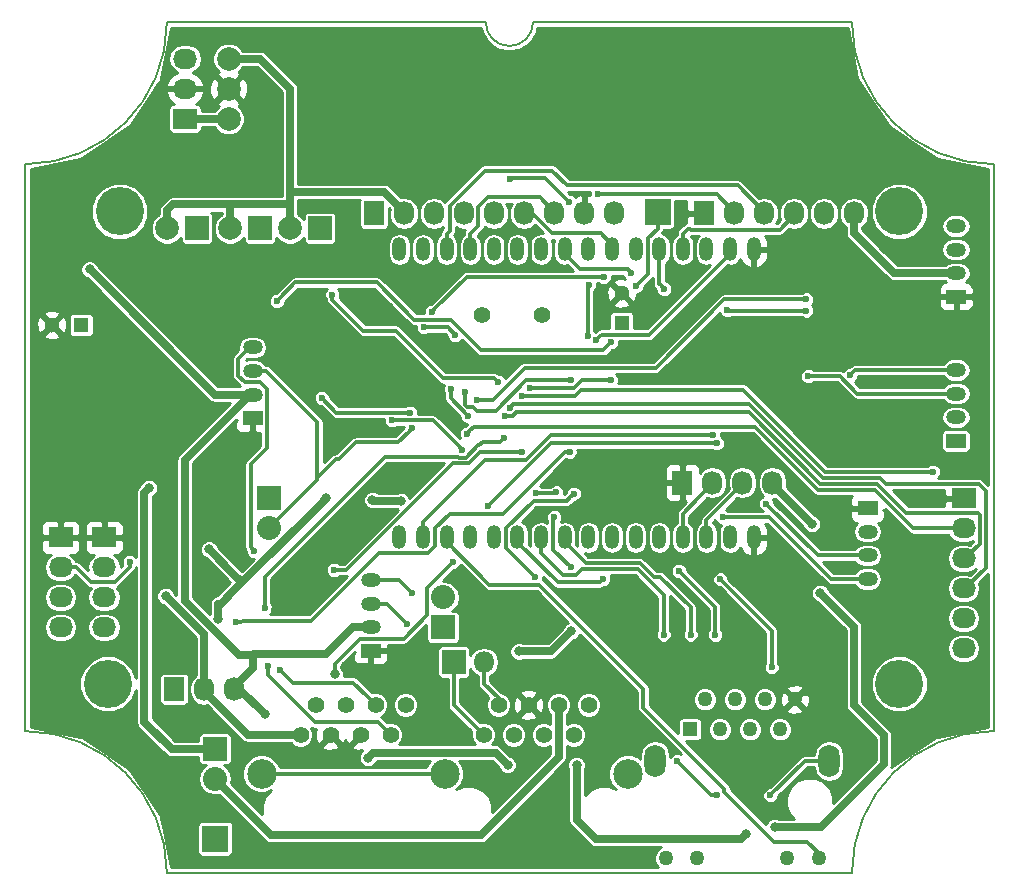
<source format=gbl>
G04 #@! TF.FileFunction,Copper,L2,Bot,Signal*
%FSLAX46Y46*%
G04 Gerber Fmt 4.6, Leading zero omitted, Abs format (unit mm)*
G04 Created by KiCad (PCBNEW 4.0.7-e2-6376~58~ubuntu16.04.1) date Wed Jun 27 21:13:31 2018*
%MOMM*%
%LPD*%
G01*
G04 APERTURE LIST*
%ADD10C,0.100000*%
%ADD11C,0.150000*%
%ADD12O,1.200000X2.000000*%
%ADD13R,1.270000X1.270000*%
%ADD14C,1.270000*%
%ADD15O,1.800000X2.743200*%
%ADD16C,1.400000*%
%ADD17C,2.500000*%
%ADD18C,4.064000*%
%ADD19R,1.300000X1.300000*%
%ADD20C,1.300000*%
%ADD21R,2.000000X2.000000*%
%ADD22C,2.000000*%
%ADD23R,1.727200X2.032000*%
%ADD24O,1.727200X2.032000*%
%ADD25R,2.032000X2.032000*%
%ADD26O,2.032000X2.032000*%
%ADD27R,2.032000X1.727200*%
%ADD28O,2.032000X1.727200*%
%ADD29R,1.699260X1.198880*%
%ADD30O,1.699260X1.198880*%
%ADD31O,1.800000X1.800000*%
%ADD32R,2.235200X2.235200*%
%ADD33C,0.600000*%
%ADD34C,0.800000*%
%ADD35C,0.305000*%
%ADD36C,0.635000*%
%ADD37C,0.254000*%
G04 APERTURE END LIST*
D10*
D11*
X160000000Y-74000000D02*
X170000000Y-74000000D01*
X112000000Y-74000000D02*
X139000000Y-74000000D01*
X141000000Y-76000000D02*
G75*
G03X143000000Y-74000000I0J2000000D01*
G01*
X139000000Y-74000000D02*
G75*
G03X141000000Y-76000000I2000000J0D01*
G01*
X143000000Y-74000000D02*
X160000000Y-74000000D01*
X112000000Y-146000000D02*
G75*
G03X100000000Y-134000000I-12000000J0D01*
G01*
X100000000Y-86000000D02*
X100000000Y-134000000D01*
X182000000Y-86000000D02*
X182000000Y-134000000D01*
X112000000Y-146000000D02*
X170000000Y-146000000D01*
X170000000Y-74000000D02*
G75*
G03X182000000Y-86000000I12000000J0D01*
G01*
X100000000Y-86000000D02*
G75*
G03X112000000Y-74000000I0J12000000D01*
G01*
X182000000Y-134000000D02*
G75*
G03X170000000Y-146000000I0J-12000000D01*
G01*
D12*
X161685000Y-117610000D03*
X161685000Y-93210000D03*
X159685000Y-117610000D03*
X159685000Y-93210000D03*
X157685000Y-117610000D03*
X157685000Y-93210000D03*
X155685000Y-117610000D03*
X155685000Y-93210000D03*
X153685000Y-117610000D03*
X153685000Y-93210000D03*
X151685000Y-117610000D03*
X151685000Y-93210000D03*
X149685000Y-117610000D03*
X149685000Y-93210000D03*
X147685000Y-117610000D03*
X147685000Y-93210000D03*
X145685000Y-117610000D03*
X145685000Y-93210000D03*
X143685000Y-117610000D03*
X143685000Y-93210000D03*
X141685000Y-117610000D03*
X141685000Y-93210000D03*
X139685000Y-117610000D03*
X139685000Y-93210000D03*
X137685000Y-117610000D03*
X137685000Y-93210000D03*
X135685000Y-117610000D03*
X135685000Y-93210000D03*
X133685000Y-117610000D03*
X133685000Y-93210000D03*
X131685000Y-117610000D03*
X131685000Y-93210000D03*
D13*
X156273500Y-133858000D03*
D14*
X157543500Y-131318000D03*
X158813500Y-133858000D03*
X160083500Y-131318000D03*
X161353500Y-133858000D03*
X162623500Y-131318000D03*
X163893500Y-133858000D03*
X165163500Y-131318000D03*
X154241500Y-144780000D03*
X156908500Y-144780000D03*
X167195500Y-144780000D03*
X164528500Y-144780000D03*
D15*
X153352500Y-136525000D03*
X168084500Y-136525000D03*
D16*
X141351000Y-134312500D03*
X138811000Y-134312500D03*
X140081000Y-131772500D03*
X142621000Y-131772500D03*
X143891000Y-134312500D03*
X145161000Y-131772500D03*
X146431000Y-134312500D03*
X147701000Y-131772500D03*
D17*
X151006000Y-137602500D03*
D18*
X107000000Y-130000000D03*
X174000000Y-130000000D03*
X174000000Y-90000000D03*
X108000000Y-90000000D03*
D19*
X150495000Y-99441000D03*
D20*
X150495000Y-96941000D03*
D21*
X114554000Y-91440000D03*
D22*
X112014000Y-91440000D03*
D21*
X119888000Y-91440000D03*
D22*
X117348000Y-91440000D03*
D21*
X124968000Y-91440000D03*
D22*
X122428000Y-91440000D03*
D16*
X125857000Y-134312500D03*
X123317000Y-134312500D03*
X124587000Y-131772500D03*
X127127000Y-131772500D03*
X128397000Y-134312500D03*
X129667000Y-131772500D03*
X130937000Y-134312500D03*
X132207000Y-131772500D03*
D17*
X120012000Y-137602500D03*
X135512000Y-137602500D03*
D23*
X157480000Y-90170000D03*
D24*
X160020000Y-90170000D03*
X162560000Y-90170000D03*
X165100000Y-90170000D03*
X167640000Y-90170000D03*
X170180000Y-90170000D03*
D23*
X129540000Y-90170000D03*
D24*
X132080000Y-90170000D03*
X134620000Y-90170000D03*
X137160000Y-90170000D03*
X139700000Y-90170000D03*
X142240000Y-90170000D03*
X144780000Y-90170000D03*
X147320000Y-90170000D03*
X149860000Y-90170000D03*
D25*
X135382000Y-125222000D03*
D26*
X135382000Y-122682000D03*
D27*
X179451000Y-114300000D03*
D28*
X179451000Y-116840000D03*
X179451000Y-119380000D03*
X179451000Y-121920000D03*
X179451000Y-124460000D03*
X179451000Y-127000000D03*
D25*
X120650000Y-114300000D03*
D26*
X120650000Y-116840000D03*
D27*
X113538000Y-82169000D03*
D28*
X113538000Y-79629000D03*
X113538000Y-77089000D03*
D16*
X138684000Y-98806000D03*
X143764000Y-98806000D03*
D29*
X178816000Y-97236280D03*
D30*
X178816000Y-93233240D03*
X178816000Y-95234760D03*
X178816000Y-91234260D03*
D29*
X178816000Y-109428280D03*
D30*
X178816000Y-105425240D03*
X178816000Y-107426760D03*
X178816000Y-103426260D03*
D29*
X129270000Y-127212280D03*
D30*
X129270000Y-123209240D03*
X129270000Y-125210760D03*
X129270000Y-121210260D03*
D29*
X171323000Y-115122960D03*
D30*
X171323000Y-119126000D03*
X171323000Y-117124480D03*
X171323000Y-121124980D03*
D27*
X102997000Y-117602000D03*
D28*
X102997000Y-120142000D03*
X102997000Y-122682000D03*
X102997000Y-125222000D03*
D27*
X106680000Y-117602000D03*
D28*
X106680000Y-120142000D03*
X106680000Y-122682000D03*
X106680000Y-125222000D03*
D19*
X104749600Y-99618800D03*
D20*
X102249600Y-99618800D03*
D22*
X117221000Y-82169000D03*
X117221000Y-79629000D03*
X117221000Y-77089000D03*
D23*
X112610000Y-130450000D03*
D24*
X115150000Y-130450000D03*
X117690000Y-130450000D03*
D25*
X136300000Y-128150000D03*
D31*
X138840000Y-128150000D03*
D25*
X116078000Y-135509000D03*
D26*
X116078000Y-138049000D03*
D32*
X116078000Y-143129000D03*
X153543000Y-90043000D03*
D23*
X155638500Y-112966500D03*
D24*
X158178500Y-112966500D03*
X160718500Y-112966500D03*
X163258500Y-112966500D03*
D29*
X119253000Y-107523280D03*
D30*
X119253000Y-103520240D03*
X119253000Y-105521760D03*
X119253000Y-101521260D03*
D33*
X140324998Y-128727200D03*
X123063000Y-120904000D03*
X130865853Y-98023151D03*
X148600000Y-116400000D03*
X149550000Y-114600000D03*
X148450000Y-110500000D03*
X127050000Y-128400000D03*
X121100000Y-123850000D03*
X129550000Y-113250000D03*
X125800000Y-119000000D03*
X129200000Y-99450000D03*
X108850000Y-124900000D03*
X108850000Y-123100000D03*
X143604854Y-123839338D03*
X142800000Y-125200000D03*
X145396926Y-130353074D03*
X159900000Y-128900000D03*
X152400000Y-128900000D03*
X162306000Y-123317000D03*
X168989566Y-133572219D03*
X147700000Y-96250000D03*
X147650000Y-100550000D03*
X151300000Y-95215030D03*
D34*
X125500000Y-114259582D03*
X115570000Y-118618000D03*
X141780550Y-127250522D03*
X129407112Y-114457112D03*
X131800000Y-114506021D03*
X116319232Y-124483234D03*
X146250000Y-125550000D03*
D33*
X148373907Y-100890556D03*
X154051000Y-125831600D03*
X156337000Y-125831600D03*
X158419800Y-125857000D03*
X155346400Y-120446800D03*
X148950000Y-121100000D03*
X158867480Y-121163166D03*
X163200000Y-128600000D03*
D34*
X146685000Y-136849990D03*
X140843000Y-136849990D03*
X163449000Y-142113000D03*
X161036000Y-142748000D03*
X129032000Y-136271000D03*
X120269000Y-132588000D03*
X166624000Y-116459000D03*
X167322500Y-122301000D03*
X105450499Y-94909499D03*
D33*
X141071600Y-87223600D03*
X146050000Y-89200000D03*
X158571291Y-109634290D03*
X139200000Y-114947480D03*
X148497521Y-88552479D03*
X162750000Y-114750000D03*
X166294498Y-103947480D03*
X132588000Y-107043490D03*
X125095000Y-105791000D03*
X137241983Y-105331194D03*
X146177000Y-104267000D03*
X154100775Y-96572027D03*
X134428605Y-98521395D03*
X148971505Y-95567551D03*
X159450000Y-98350000D03*
X166150000Y-98400000D03*
X138235862Y-105958901D03*
X166150000Y-97450000D03*
X136398000Y-100457000D03*
X133731000Y-99822000D03*
X142045105Y-105590877D03*
X176850000Y-112050000D03*
X141029182Y-106606800D03*
X140628167Y-107299047D03*
X137378891Y-108840673D03*
X137016870Y-110187655D03*
X131064000Y-107696000D03*
X137515600Y-107340400D03*
X136017000Y-105029000D03*
X144800000Y-115900000D03*
X146213235Y-120120041D03*
X146448520Y-113892727D03*
X143200000Y-120955051D03*
X121600000Y-128800000D03*
X120550000Y-128450000D03*
X132334000Y-124917200D03*
X132715000Y-122301000D03*
X121300000Y-97600000D03*
X149606000Y-101096017D03*
X140034420Y-104440580D03*
X142702293Y-104933688D03*
X126014979Y-97066262D03*
X149600000Y-104300000D03*
X158232935Y-108909352D03*
X132763108Y-108359694D03*
X163100000Y-139450000D03*
X158550000Y-139400000D03*
X155200000Y-136550000D03*
D34*
X110490000Y-113411000D03*
X111900000Y-122542454D03*
D33*
X126150000Y-120350000D03*
X142091725Y-110367837D03*
X169822424Y-103885428D03*
X108850000Y-119650000D03*
X151700000Y-96350000D03*
X159050000Y-115900000D03*
D34*
X126204606Y-129152520D03*
D33*
X144950000Y-113800000D03*
X143250000Y-113850000D03*
X136250000Y-119650000D03*
X146100000Y-110362542D03*
X117850000Y-124800000D03*
X140539893Y-109144989D03*
X120300000Y-123600000D03*
X119380000Y-118745000D03*
D35*
X140309600Y-129463800D02*
X140324998Y-129448402D01*
X140324998Y-129448402D02*
X140324998Y-128727200D01*
X140864160Y-130018360D02*
X140309600Y-129463800D01*
X140866860Y-130018360D02*
X140864160Y-130018360D01*
X130626849Y-98023151D02*
X130865853Y-98023151D01*
X129200000Y-99450000D02*
X130626849Y-98023151D01*
X142621000Y-131772500D02*
X140866860Y-130018360D01*
X148450000Y-110500000D02*
X148450000Y-113500000D01*
X148450000Y-113500000D02*
X149550000Y-114600000D01*
X127050000Y-128400000D02*
X128986720Y-128400000D01*
X128986720Y-128400000D02*
X129270000Y-128116720D01*
X129270000Y-128116720D02*
X129270000Y-127212280D01*
X123063000Y-120904000D02*
X122910600Y-120904000D01*
X122910600Y-120904000D02*
X121100000Y-122714600D01*
X121100000Y-122714600D02*
X121100000Y-122867000D01*
X121100000Y-122867000D02*
X121100000Y-123850000D01*
X125800000Y-119000000D02*
X127357523Y-117442477D01*
X127357523Y-117442477D02*
X127357523Y-115442477D01*
X127357523Y-115442477D02*
X129550000Y-113250000D01*
X108850000Y-123100000D02*
X108850000Y-124900000D01*
X161685000Y-122696000D02*
X161685000Y-117610000D01*
X162306000Y-123317000D02*
X161685000Y-122696000D01*
X142800000Y-125200000D02*
X142800000Y-124644192D01*
X142800000Y-124644192D02*
X143604854Y-123839338D01*
X144040426Y-130353074D02*
X144972662Y-130353074D01*
X144972662Y-130353074D02*
X145396926Y-130353074D01*
X142621000Y-131772500D02*
X144040426Y-130353074D01*
X159900000Y-128900000D02*
X152400000Y-128900000D01*
X165150800Y-130886200D02*
X166303547Y-130886200D01*
X166303547Y-130886200D02*
X168689567Y-133272220D01*
X168689567Y-133272220D02*
X168989566Y-133572219D01*
X147650000Y-100550000D02*
X147650000Y-96300000D01*
X147650000Y-96300000D02*
X147700000Y-96250000D01*
X146990031Y-94915031D02*
X145685000Y-93610000D01*
X151300000Y-95215030D02*
X151000001Y-94915031D01*
X151000001Y-94915031D02*
X146990031Y-94915031D01*
X145685000Y-93610000D02*
X145685000Y-93210000D01*
D36*
X125500000Y-114259582D02*
X125100001Y-114659581D01*
X125100001Y-114659581D02*
X118347582Y-121412000D01*
X122428000Y-89281000D02*
X122428000Y-88265000D01*
X122428000Y-88265000D02*
X122428000Y-79629000D01*
X130412400Y-88350000D02*
X122513000Y-88350000D01*
X122513000Y-88350000D02*
X122428000Y-88265000D01*
X122428000Y-91440000D02*
X122428000Y-89281000D01*
X117348000Y-89408000D02*
X122301000Y-89408000D01*
X122301000Y-89408000D02*
X122428000Y-89281000D01*
X122428000Y-79629000D02*
X119888000Y-77089000D01*
X119888000Y-77089000D02*
X117221000Y-77089000D01*
X132080000Y-90170000D02*
X132080000Y-90017600D01*
X132080000Y-90017600D02*
X130412400Y-88350000D01*
X118347582Y-121412000D02*
X117699238Y-122060344D01*
X117699238Y-120747238D02*
X117699238Y-120763656D01*
X117699238Y-120763656D02*
X118347582Y-121412000D01*
X117699238Y-120747238D02*
X115570000Y-118618000D01*
X116319232Y-123200709D02*
X116558873Y-123200709D01*
X116558873Y-123200709D02*
X117699238Y-122060344D01*
X142346235Y-127250522D02*
X141780550Y-127250522D01*
X144549478Y-127250522D02*
X142346235Y-127250522D01*
X146250000Y-125550000D02*
X144549478Y-127250522D01*
X129456021Y-114506021D02*
X129407112Y-114457112D01*
X131800000Y-114506021D02*
X129456021Y-114506021D01*
X116319232Y-124483234D02*
X116319232Y-123200709D01*
X170180000Y-90170000D02*
X170180000Y-91821000D01*
X170180000Y-91821000D02*
X173593760Y-95234760D01*
X173593760Y-95234760D02*
X177331370Y-95234760D01*
X177331370Y-95234760D02*
X178816000Y-95234760D01*
X117348000Y-91440000D02*
X117348000Y-89408000D01*
X112014000Y-91440000D02*
X112014000Y-89916000D01*
X112522000Y-89408000D02*
X117348000Y-89408000D01*
X112014000Y-89916000D02*
X112522000Y-89408000D01*
D35*
X148673906Y-100590557D02*
X148373907Y-100890556D01*
X152851499Y-100443501D02*
X148820962Y-100443501D01*
X159685000Y-93610000D02*
X152851499Y-100443501D01*
X148820962Y-100443501D02*
X148673906Y-100590557D01*
X159685000Y-93210000D02*
X159685000Y-93610000D01*
X145542542Y-120772542D02*
X146632771Y-120772542D01*
X146632771Y-120772542D02*
X147129883Y-120275430D01*
X143685000Y-118915000D02*
X145542542Y-120772542D01*
X147129883Y-120275430D02*
X151847630Y-120275430D01*
X143685000Y-117610000D02*
X143685000Y-118915000D01*
X151847630Y-120275430D02*
X151815800Y-120275430D01*
X154051000Y-125831600D02*
X154051000Y-125407336D01*
X154051000Y-125407336D02*
X154051000Y-122478800D01*
X154051000Y-122478800D02*
X151847630Y-120275430D01*
X156337000Y-123520200D02*
X156337000Y-125831600D01*
X153787600Y-120970800D02*
X156337000Y-123520200D01*
X145685000Y-118010000D02*
X147445420Y-119770420D01*
X153257190Y-120970800D02*
X153787600Y-120970800D01*
X145685000Y-117610000D02*
X145685000Y-118010000D01*
X152056811Y-119770420D02*
X153257190Y-120970800D01*
X147445420Y-119770420D02*
X152056811Y-119770420D01*
X158419800Y-125857000D02*
X158419800Y-124637296D01*
X158419800Y-124637296D02*
X158419800Y-123494800D01*
X158394400Y-123494800D02*
X158419800Y-123494800D01*
X155346400Y-120446800D02*
X158394400Y-123494800D01*
X141685000Y-118010000D02*
X141685000Y-117610000D01*
X148950000Y-121100000D02*
X148650001Y-121399999D01*
X145074999Y-121399999D02*
X141685000Y-118010000D01*
X148650001Y-121399999D02*
X145074999Y-121399999D01*
X159167479Y-121463165D02*
X158867480Y-121163166D01*
X163200000Y-125495686D02*
X159167479Y-121463165D01*
X163200000Y-128600000D02*
X163200000Y-125495686D01*
X166195299Y-143360699D02*
X167182800Y-144348200D01*
X135685000Y-117610000D02*
X135685000Y-118010000D01*
X163430401Y-143360699D02*
X166195299Y-143360699D01*
X159202502Y-139132800D02*
X163430401Y-143360699D01*
X159202502Y-138882502D02*
X159202502Y-139132800D01*
X152336500Y-132016500D02*
X159202502Y-138882502D01*
X152336500Y-130429000D02*
X152336500Y-132016500D01*
X143532217Y-121624717D02*
X152336500Y-130429000D01*
X139299717Y-121624717D02*
X143532217Y-121624717D01*
X135685000Y-118010000D02*
X139299717Y-121624717D01*
D36*
X146685000Y-137415675D02*
X146685000Y-136849990D01*
X146685000Y-141537402D02*
X146685000Y-137415675D01*
X161036000Y-142748000D02*
X160636001Y-143147999D01*
X139828009Y-135834999D02*
X140443001Y-136449991D01*
X160636001Y-143147999D02*
X148295597Y-143147999D01*
X140443001Y-136449991D02*
X140843000Y-136849990D01*
X129468001Y-135834999D02*
X139828009Y-135834999D01*
X129032000Y-136271000D02*
X129468001Y-135834999D01*
X148295597Y-143147999D02*
X146685000Y-141537402D01*
X163449000Y-142113000D02*
X167386000Y-142113000D01*
X172720000Y-136779000D02*
X172720000Y-134366000D01*
X167386000Y-142113000D02*
X172720000Y-136779000D01*
X117690000Y-130450000D02*
X118131000Y-130450000D01*
X118131000Y-130450000D02*
X120269000Y-132588000D01*
X119253000Y-105521760D02*
X116062760Y-105521760D01*
X116062760Y-105521760D02*
X105450499Y-94909499D01*
X119300000Y-127596582D02*
X118135011Y-127596582D01*
X118135011Y-127596582D02*
X113500000Y-122961571D01*
X113500000Y-122961571D02*
X113500000Y-111024570D01*
X113500000Y-111024570D02*
X119002810Y-105521760D01*
X119002810Y-105521760D02*
X119253000Y-105521760D01*
X163258500Y-112966500D02*
X163258500Y-113093500D01*
X163258500Y-113093500D02*
X166624000Y-116459000D01*
X167322500Y-122301000D02*
X170180000Y-125158500D01*
X170180000Y-125158500D02*
X170180000Y-131826000D01*
X170180000Y-131826000D02*
X172720000Y-134366000D01*
X125513631Y-127482499D02*
X119414083Y-127482499D01*
X129270000Y-125210760D02*
X127785370Y-125210760D01*
X119414083Y-127482499D02*
X119300000Y-127596582D01*
X127785370Y-125210760D02*
X125513631Y-127482499D01*
X117690000Y-130450000D02*
X117690000Y-130297600D01*
X117690000Y-130297600D02*
X119300000Y-128687600D01*
X119300000Y-128687600D02*
X119300000Y-127596582D01*
X129270000Y-125210760D02*
X129019810Y-125210760D01*
D35*
X141095200Y-87200000D02*
X141071600Y-87223600D01*
X146050000Y-89200000D02*
X144050000Y-87200000D01*
X144050000Y-87200000D02*
X143600000Y-87200000D01*
X143600000Y-87200000D02*
X141095200Y-87200000D01*
X144513190Y-109634290D02*
X158147027Y-109634290D01*
X139200000Y-114947480D02*
X144513190Y-109634290D01*
X158147027Y-109634290D02*
X158571291Y-109634290D01*
X135943890Y-91646110D02*
X135685000Y-91905000D01*
X144619243Y-86547498D02*
X138910263Y-86547498D01*
X162560000Y-90017600D02*
X160342400Y-87800000D01*
X162560000Y-90170000D02*
X162560000Y-90017600D01*
X138910263Y-86547498D02*
X135943890Y-89513871D01*
X135943890Y-89513871D02*
X135943890Y-91646110D01*
X160342400Y-87800000D02*
X145871745Y-87800000D01*
X135685000Y-91905000D02*
X135685000Y-93210000D01*
X145871745Y-87800000D02*
X144619243Y-86547498D01*
X156300000Y-91504102D02*
X156085898Y-91504102D01*
X156085898Y-91504102D02*
X155685000Y-91905000D01*
X155685000Y-91905000D02*
X155685000Y-93210000D01*
X165100000Y-90322400D02*
X163883899Y-91538501D01*
X165100000Y-90170000D02*
X165100000Y-90322400D01*
X163883899Y-91538501D02*
X156334399Y-91538501D01*
X156334399Y-91538501D02*
X156300000Y-91504102D01*
X160020000Y-90017600D02*
X158554879Y-88552479D01*
X158554879Y-88552479D02*
X148921785Y-88552479D01*
X148921785Y-88552479D02*
X148497521Y-88552479D01*
X160020000Y-90170000D02*
X160020000Y-90017600D01*
X167126000Y-119126000D02*
X170168370Y-119126000D01*
X170168370Y-119126000D02*
X171323000Y-119126000D01*
X162750000Y-114750000D02*
X167126000Y-119126000D01*
X166718762Y-103947480D02*
X166294498Y-103947480D01*
X170439433Y-105425240D02*
X168961673Y-103947480D01*
X168961673Y-103947480D02*
X166718762Y-103947480D01*
X178816000Y-105425240D02*
X170439433Y-105425240D01*
X137241983Y-105755458D02*
X137241983Y-105331194D01*
X137241983Y-106352591D02*
X137241983Y-105755458D01*
X137424891Y-106535499D02*
X137241983Y-106352591D01*
X137930401Y-106535499D02*
X137424891Y-106535499D01*
X138269701Y-106874799D02*
X137930401Y-106535499D01*
X139838393Y-106874799D02*
X138269701Y-106874799D01*
X142446192Y-104267000D02*
X139838393Y-106874799D01*
X146177000Y-104267000D02*
X142446192Y-104267000D01*
X132163736Y-107043490D02*
X132588000Y-107043490D01*
X126347490Y-107043490D02*
X132163736Y-107043490D01*
X125095000Y-105791000D02*
X126347490Y-107043490D01*
X153800776Y-96272028D02*
X154100775Y-96572027D01*
X153685000Y-96156252D02*
X153800776Y-96272028D01*
X153685000Y-93210000D02*
X153685000Y-96156252D01*
X134728604Y-98221396D02*
X134428605Y-98521395D01*
X137382449Y-95567551D02*
X134728604Y-98221396D01*
X148971505Y-95567551D02*
X137382449Y-95567551D01*
X166150000Y-98400000D02*
X159500000Y-98400000D01*
X159500000Y-98400000D02*
X159450000Y-98350000D01*
X153397062Y-103244990D02*
X142300419Y-103244990D01*
X166150000Y-97450000D02*
X159192052Y-97450000D01*
X138660126Y-105958901D02*
X138235862Y-105958901D01*
X159192052Y-97450000D02*
X153397062Y-103244990D01*
X142300419Y-103244990D02*
X139586508Y-105958901D01*
X139586508Y-105958901D02*
X138660126Y-105958901D01*
X148732490Y-91857490D02*
X149685000Y-92810000D01*
X149685000Y-92810000D02*
X149685000Y-93210000D01*
X144595251Y-91857490D02*
X148732490Y-91857490D01*
X142907761Y-90170000D02*
X144595251Y-91857490D01*
X142240000Y-90170000D02*
X142907761Y-90170000D01*
X144780000Y-90170000D02*
X144780000Y-90017600D01*
X137685000Y-91905000D02*
X137685000Y-93210000D01*
X138376110Y-89621651D02*
X138376110Y-91213890D01*
X138376110Y-91213890D02*
X137685000Y-91905000D01*
X144780000Y-90017600D02*
X143563890Y-88801490D01*
X139196271Y-88801490D02*
X138376110Y-89621651D01*
X143563890Y-88801490D02*
X139196271Y-88801490D01*
X133731000Y-99822000D02*
X135763000Y-99822000D01*
X135763000Y-99822000D02*
X136398000Y-100457000D01*
X142469369Y-105590877D02*
X142045105Y-105590877D01*
X146539018Y-105590877D02*
X142469369Y-105590877D01*
X147029895Y-105100000D02*
X146539018Y-105590877D01*
X160800000Y-105100000D02*
X147029895Y-105100000D01*
X167750000Y-112050000D02*
X160800000Y-105100000D01*
X176850000Y-112050000D02*
X167750000Y-112050000D01*
X167540818Y-112555011D02*
X161292608Y-106306801D01*
X180749001Y-113083899D02*
X172869707Y-113083899D01*
X181324521Y-113659419D02*
X180749001Y-113083899D01*
X179451000Y-121920000D02*
X179603400Y-121920000D01*
X141329181Y-106306801D02*
X141029182Y-106606800D01*
X172340819Y-112555011D02*
X167540818Y-112555011D01*
X172869707Y-113083899D02*
X172340819Y-112555011D01*
X181324521Y-120198879D02*
X181324521Y-113659419D01*
X179603400Y-121920000D02*
X181324521Y-120198879D01*
X161292608Y-106306801D02*
X141329181Y-106306801D01*
X141573974Y-107027712D02*
X141302639Y-107299047D01*
X141052431Y-107299047D02*
X140628167Y-107299047D01*
X174587718Y-115516101D02*
X172131638Y-113060022D01*
X180651909Y-115516101D02*
X174587718Y-115516101D01*
X167331636Y-113060022D02*
X161299326Y-107027712D01*
X172131638Y-113060022D02*
X167331636Y-113060022D01*
X179451000Y-119380000D02*
X179603400Y-119380000D01*
X161299326Y-107027712D02*
X141573974Y-107027712D01*
X179603400Y-119380000D02*
X180819501Y-118163899D01*
X141302639Y-107299047D02*
X141052431Y-107299047D01*
X180819501Y-118163899D02*
X180819501Y-115683693D01*
X180819501Y-115683693D02*
X180651909Y-115516101D01*
X137976734Y-108242830D02*
X137678890Y-108540674D01*
X137678890Y-108540674D02*
X137378891Y-108840673D01*
X161814274Y-108256851D02*
X154519755Y-108256851D01*
X154519755Y-108256851D02*
X154505734Y-108242830D01*
X171922456Y-113565032D02*
X167122454Y-113565031D01*
X167122454Y-113565031D02*
X161814274Y-108256851D01*
X179451000Y-116840000D02*
X175197425Y-116840000D01*
X154505734Y-108242830D02*
X137976734Y-108242830D01*
X175197425Y-116840000D02*
X171922456Y-113565032D01*
X131064000Y-107696000D02*
X134525215Y-107696000D01*
X136716871Y-109887656D02*
X137016870Y-110187655D01*
X134525215Y-107696000D02*
X136716871Y-109887656D01*
X136017000Y-105841800D02*
X136017000Y-105029000D01*
X137515600Y-107340400D02*
X136017000Y-105841800D01*
X146213235Y-120120041D02*
X144732490Y-118639296D01*
X144732490Y-118639296D02*
X144732490Y-115967510D01*
X144732490Y-115967510D02*
X144800000Y-115900000D01*
X146148521Y-114192726D02*
X146448520Y-113892727D01*
X145838746Y-114502501D02*
X146148521Y-114192726D01*
X140732490Y-116815458D02*
X143045447Y-114502501D01*
X143200000Y-120955051D02*
X140732490Y-118487541D01*
X140732490Y-118487541D02*
X140732490Y-116815458D01*
X143045447Y-114502501D02*
X145838746Y-114502501D01*
X128967001Y-131072501D02*
X129667000Y-131772500D01*
X127799521Y-129905021D02*
X128967001Y-131072501D01*
X121600000Y-128800000D02*
X122705021Y-129905021D01*
X122705021Y-129905021D02*
X127799521Y-129905021D01*
X120550000Y-128450000D02*
X120550000Y-129293202D01*
X120550000Y-129293202D02*
X124516797Y-133259999D01*
X130237001Y-133612501D02*
X130937000Y-134312500D01*
X124516797Y-133259999D02*
X129884499Y-133259999D01*
X129884499Y-133259999D02*
X130237001Y-133612501D01*
D36*
X116078000Y-138049000D02*
X120824001Y-142795001D01*
X120824001Y-142795001D02*
X138569401Y-142795001D01*
X138569401Y-142795001D02*
X145161000Y-136203402D01*
X145161000Y-136203402D02*
X145161000Y-132762449D01*
X145161000Y-132762449D02*
X145161000Y-131772500D01*
D35*
X129270000Y-123209240D02*
X130626040Y-123209240D01*
X130626040Y-123209240D02*
X132334000Y-124917200D01*
X129629240Y-122850000D02*
X129270000Y-123209240D01*
X132715000Y-122301000D02*
X131624260Y-121210260D01*
X131624260Y-121210260D02*
X129270000Y-121210260D01*
X129777492Y-96012000D02*
X122888000Y-96012000D01*
X121599999Y-97300001D02*
X121300000Y-97600000D01*
X132934991Y-99169499D02*
X129777492Y-96012000D01*
X134072200Y-99197498D02*
X134044201Y-99169499D01*
X138606660Y-101742468D02*
X136061690Y-99197498D01*
X148959549Y-101742468D02*
X138606660Y-101742468D01*
X136061690Y-99197498D02*
X134072200Y-99197498D01*
X122888000Y-96012000D02*
X121599999Y-97300001D01*
X149606000Y-101096017D02*
X148959549Y-101742468D01*
X134044201Y-99169499D02*
X132934991Y-99169499D01*
X126014979Y-97066262D02*
X126014979Y-97490526D01*
X139734421Y-104140581D02*
X140034420Y-104440580D01*
X128626955Y-100102502D02*
X131375044Y-100102502D01*
X126014979Y-97490526D02*
X128626955Y-100102502D01*
X135413123Y-104140581D02*
X139734421Y-104140581D01*
X131375044Y-100102502D02*
X135413123Y-104140581D01*
X143126557Y-104933688D02*
X142702293Y-104933688D01*
X147109702Y-104300000D02*
X146476014Y-104933688D01*
X149600000Y-104300000D02*
X147109702Y-104300000D01*
X146476014Y-104933688D02*
X143126557Y-104933688D01*
X157808671Y-108909352D02*
X158232935Y-108909352D01*
X142402933Y-111020339D02*
X144513920Y-108909352D01*
X138969661Y-111020339D02*
X142402933Y-111020339D01*
X133685000Y-117610000D02*
X133685000Y-116305000D01*
X133685000Y-116305000D02*
X138969661Y-111020339D01*
X144513920Y-108909352D02*
X157808671Y-108909352D01*
X135512000Y-137602500D02*
X133903499Y-137602500D01*
X133903499Y-137602500D02*
X120012000Y-137602500D01*
X124747499Y-112538799D02*
X124747499Y-107860109D01*
X120407630Y-103520240D02*
X119253000Y-103520240D01*
X124747499Y-107860109D02*
X120407630Y-103520240D01*
X131562769Y-109560033D02*
X132463109Y-108659693D01*
X126563201Y-111002501D02*
X128005669Y-109560033D01*
X124747499Y-112538799D02*
X126283797Y-111002501D01*
X126283797Y-111002501D02*
X126563201Y-111002501D01*
X132463109Y-108659693D02*
X132763108Y-108359694D01*
X124747499Y-112742501D02*
X124747499Y-112538799D01*
X120650000Y-116840000D02*
X124747499Y-112742501D01*
X128005669Y-109560033D02*
X131562769Y-109560033D01*
X163100000Y-139450000D02*
X166025000Y-136525000D01*
X166025000Y-136525000D02*
X168084500Y-136525000D01*
X155200000Y-136550000D02*
X158050000Y-139400000D01*
X158050000Y-139400000D02*
X158550000Y-139400000D01*
D36*
X110090001Y-133204001D02*
X112395000Y-135509000D01*
X112395000Y-135509000D02*
X116078000Y-135509000D01*
X110490000Y-113411000D02*
X110090001Y-113810999D01*
X110090001Y-113810999D02*
X110090001Y-133204001D01*
X113538000Y-82169000D02*
X117221000Y-82169000D01*
X111900000Y-122542454D02*
X115150000Y-125792454D01*
X115150000Y-125792454D02*
X115150000Y-130450000D01*
X115150000Y-130450000D02*
X115150000Y-130602400D01*
X115150000Y-130602400D02*
X118860100Y-134312500D01*
X118860100Y-134312500D02*
X122327051Y-134312500D01*
X122327051Y-134312500D02*
X123317000Y-134312500D01*
X115150000Y-130450000D02*
X115150000Y-130297600D01*
D35*
X126150000Y-120350000D02*
X127197948Y-120350000D01*
X137539254Y-111345168D02*
X138516585Y-110367837D01*
X127197948Y-120350000D02*
X136202780Y-111345168D01*
X141667461Y-110367837D02*
X142091725Y-110367837D01*
X138516585Y-110367837D02*
X141667461Y-110367837D01*
X136202780Y-111345168D02*
X137539254Y-111345168D01*
X136300000Y-128150000D02*
X136300000Y-131801500D01*
X136300000Y-131801500D02*
X138811000Y-134312500D01*
X140081000Y-131772500D02*
X140081000Y-131231000D01*
X140081000Y-131231000D02*
X138840000Y-129990000D01*
X138840000Y-129990000D02*
X138840000Y-128150000D01*
X170122423Y-103585429D02*
X169822424Y-103885428D01*
X178816000Y-103426260D02*
X170281592Y-103426260D01*
X170281592Y-103426260D02*
X170122423Y-103585429D01*
X108850000Y-119650000D02*
X108850000Y-120074264D01*
X108850000Y-120074264D02*
X107566154Y-121358110D01*
X107566154Y-121358110D02*
X105534110Y-121358110D01*
X104318000Y-120142000D02*
X102997000Y-120142000D01*
X105534110Y-121358110D02*
X104318000Y-120142000D01*
X151700000Y-96350000D02*
X152732490Y-95317510D01*
X152732490Y-95317510D02*
X152732490Y-92276110D01*
X152732490Y-92276110D02*
X153543000Y-91465600D01*
X153543000Y-91465600D02*
X153543000Y-90043000D01*
X159474264Y-115900000D02*
X159050000Y-115900000D01*
X163015704Y-115900000D02*
X159474264Y-115900000D01*
X168240684Y-121124980D02*
X163015704Y-115900000D01*
X171323000Y-121124980D02*
X168240684Y-121124980D01*
X126204606Y-128586835D02*
X126204606Y-129152520D01*
X126204606Y-128286835D02*
X126204606Y-128586835D01*
X128328731Y-126162710D02*
X126204606Y-128286835D01*
X132054194Y-126162710D02*
X128328731Y-126162710D01*
X134013499Y-124203405D02*
X132054194Y-126162710D01*
X134013499Y-121886501D02*
X134013499Y-124203405D01*
X136250000Y-119650000D02*
X134013499Y-121886501D01*
X144900000Y-113850000D02*
X144950000Y-113800000D01*
X143250000Y-113850000D02*
X144900000Y-113850000D01*
X140438278Y-115600000D02*
X145675736Y-110362542D01*
X117850000Y-124800000D02*
X118274264Y-124800000D01*
X134732490Y-116815458D02*
X135947948Y-115600000D01*
X134732490Y-118309562D02*
X134732490Y-116815458D01*
X134079542Y-118962510D02*
X134732490Y-118309562D01*
X124223700Y-124660110D02*
X129921300Y-118962510D01*
X118274264Y-124800000D02*
X118414154Y-124660110D01*
X118414154Y-124660110D02*
X124223700Y-124660110D01*
X129921300Y-118962510D02*
X134079542Y-118962510D01*
X145675736Y-110362542D02*
X146100000Y-110362542D01*
X135947948Y-115600000D02*
X140438278Y-115600000D01*
X138739813Y-109487402D02*
X140197480Y-109487402D01*
X140197480Y-109487402D02*
X140539893Y-109144989D01*
X120300000Y-123600000D02*
X120300000Y-120934298D01*
X130431319Y-110802979D02*
X136666490Y-110802979D01*
X138377428Y-109787401D02*
X138439814Y-109787401D01*
X138439814Y-109787401D02*
X138739813Y-109487402D01*
X136666490Y-110802979D02*
X136703668Y-110840157D01*
X137324672Y-110840157D02*
X138377428Y-109787401D01*
X120300000Y-120934298D02*
X130431319Y-110802979D01*
X136703668Y-110840157D02*
X137324672Y-110840157D01*
X160718500Y-112966500D02*
X160718500Y-113118900D01*
X160718500Y-113118900D02*
X157685000Y-116152400D01*
X157685000Y-116152400D02*
X157685000Y-116305000D01*
X157685000Y-116305000D02*
X157685000Y-117610000D01*
X155685000Y-117610000D02*
X155685000Y-115620800D01*
X157009900Y-114287500D02*
X157009900Y-114295900D01*
X157009900Y-114295900D02*
X155685000Y-115620800D01*
X157009900Y-114287500D02*
X158178500Y-113118900D01*
X158178500Y-113118900D02*
X158178500Y-112966500D01*
X158140400Y-113157000D02*
X158140400Y-113436400D01*
X158178500Y-113118900D02*
X158140400Y-113157000D01*
X119080001Y-118445001D02*
X119380000Y-118745000D01*
X120455131Y-110049869D02*
X119080001Y-111424999D01*
X120455131Y-105029821D02*
X120455131Y-110049869D01*
X119897500Y-104472190D02*
X120455131Y-105029821D01*
X118608500Y-104472190D02*
X119897500Y-104472190D01*
X118050860Y-103914550D02*
X118608500Y-104472190D01*
X119080001Y-111424999D02*
X119080001Y-118445001D01*
X118050860Y-102473210D02*
X118050860Y-103914550D01*
X119002810Y-101521260D02*
X118050860Y-102473210D01*
X119253000Y-101521260D02*
X119002810Y-101521260D01*
D37*
G36*
X138705003Y-74854328D02*
X138773091Y-75018707D01*
X139206636Y-75667554D01*
X139332446Y-75793364D01*
X139981293Y-76226909D01*
X140145672Y-76294997D01*
X140911038Y-76447238D01*
X141088961Y-76447238D01*
X141854328Y-76294997D01*
X142018707Y-76226909D01*
X142667554Y-75793364D01*
X142793364Y-75667554D01*
X143226909Y-75018707D01*
X143294997Y-74854328D01*
X143374229Y-74456000D01*
X169625771Y-74456000D01*
X170466208Y-78681163D01*
X170534296Y-78845542D01*
X170534298Y-78845544D01*
X173135569Y-82738621D01*
X173261379Y-82864432D01*
X173261383Y-82864434D01*
X177154459Y-85465704D01*
X177318838Y-85533792D01*
X181544000Y-86374229D01*
X181544000Y-113124415D01*
X181126242Y-112706658D01*
X180953163Y-112591009D01*
X180924964Y-112585400D01*
X180749001Y-112550399D01*
X177312648Y-112550399D01*
X177426987Y-112436259D01*
X177530882Y-112186054D01*
X177531118Y-111915135D01*
X177427661Y-111664748D01*
X177236259Y-111473013D01*
X176986054Y-111369118D01*
X176715135Y-111368882D01*
X176464748Y-111472339D01*
X176420510Y-111516500D01*
X167970983Y-111516500D01*
X165283323Y-108828840D01*
X177577906Y-108828840D01*
X177577906Y-110027720D01*
X177604473Y-110168910D01*
X177687916Y-110298585D01*
X177815236Y-110385579D01*
X177966370Y-110416184D01*
X179665630Y-110416184D01*
X179806820Y-110389617D01*
X179936495Y-110306174D01*
X180023489Y-110178854D01*
X180054094Y-110027720D01*
X180054094Y-108828840D01*
X180027527Y-108687650D01*
X179944084Y-108557975D01*
X179816764Y-108470981D01*
X179665630Y-108440376D01*
X177966370Y-108440376D01*
X177825180Y-108466943D01*
X177695505Y-108550386D01*
X177608511Y-108677706D01*
X177577906Y-108828840D01*
X165283323Y-108828840D01*
X163881243Y-107426760D01*
X177561261Y-107426760D01*
X177635893Y-107801958D01*
X177848425Y-108120036D01*
X178166503Y-108332568D01*
X178541701Y-108407200D01*
X179090299Y-108407200D01*
X179465497Y-108332568D01*
X179783575Y-108120036D01*
X179996107Y-107801958D01*
X180070739Y-107426760D01*
X179996107Y-107051562D01*
X179783575Y-106733484D01*
X179465497Y-106520952D01*
X179090299Y-106446320D01*
X178541701Y-106446320D01*
X178166503Y-106520952D01*
X177848425Y-106733484D01*
X177635893Y-107051562D01*
X177561261Y-107426760D01*
X163881243Y-107426760D01*
X161177241Y-104722759D01*
X161004162Y-104607110D01*
X160800000Y-104566500D01*
X150226716Y-104566500D01*
X150280882Y-104436054D01*
X150281118Y-104165135D01*
X150246911Y-104082345D01*
X165613380Y-104082345D01*
X165716837Y-104332732D01*
X165908239Y-104524467D01*
X166158444Y-104628362D01*
X166429363Y-104628598D01*
X166679750Y-104525141D01*
X166723988Y-104480980D01*
X168740691Y-104480980D01*
X170062191Y-105802481D01*
X170203585Y-105896958D01*
X170235271Y-105918130D01*
X170439433Y-105958740D01*
X177741667Y-105958740D01*
X177848425Y-106118516D01*
X178166503Y-106331048D01*
X178541701Y-106405680D01*
X179090299Y-106405680D01*
X179465497Y-106331048D01*
X179783575Y-106118516D01*
X179996107Y-105800438D01*
X180070739Y-105425240D01*
X179996107Y-105050042D01*
X179783575Y-104731964D01*
X179465497Y-104519432D01*
X179090299Y-104444800D01*
X178541701Y-104444800D01*
X178166503Y-104519432D01*
X177848425Y-104731964D01*
X177741667Y-104891740D01*
X170660416Y-104891740D01*
X170219731Y-104451055D01*
X170399411Y-104271687D01*
X170503306Y-104021482D01*
X170503360Y-103959760D01*
X177741667Y-103959760D01*
X177848425Y-104119536D01*
X178166503Y-104332068D01*
X178541701Y-104406700D01*
X179090299Y-104406700D01*
X179465497Y-104332068D01*
X179783575Y-104119536D01*
X179996107Y-103801458D01*
X180070739Y-103426260D01*
X179996107Y-103051062D01*
X179783575Y-102732984D01*
X179465497Y-102520452D01*
X179090299Y-102445820D01*
X178541701Y-102445820D01*
X178166503Y-102520452D01*
X177848425Y-102732984D01*
X177741667Y-102892760D01*
X170281592Y-102892760D01*
X170077430Y-102933370D01*
X169997556Y-102986741D01*
X169904351Y-103049019D01*
X169749006Y-103204364D01*
X169687559Y-103204310D01*
X169437172Y-103307767D01*
X169245437Y-103499169D01*
X169242638Y-103505909D01*
X169165835Y-103454590D01*
X168961673Y-103413980D01*
X166724168Y-103413980D01*
X166680757Y-103370493D01*
X166430552Y-103266598D01*
X166159633Y-103266362D01*
X165909246Y-103369819D01*
X165717511Y-103561221D01*
X165613616Y-103811426D01*
X165613380Y-104082345D01*
X150246911Y-104082345D01*
X150177661Y-103914748D01*
X150041640Y-103778490D01*
X153397062Y-103778490D01*
X153601224Y-103737880D01*
X153774303Y-103622231D01*
X158810630Y-98585905D01*
X158872339Y-98735252D01*
X159063741Y-98926987D01*
X159313946Y-99030882D01*
X159584865Y-99031118D01*
X159821120Y-98933500D01*
X165720330Y-98933500D01*
X165763741Y-98976987D01*
X166013946Y-99080882D01*
X166284865Y-99081118D01*
X166535252Y-98977661D01*
X166726987Y-98786259D01*
X166830882Y-98536054D01*
X166831118Y-98265135D01*
X166727661Y-98014748D01*
X166638080Y-97925011D01*
X166726987Y-97836259D01*
X166830882Y-97586054D01*
X166830937Y-97522030D01*
X177331370Y-97522030D01*
X177331370Y-97962029D01*
X177428043Y-98195418D01*
X177606671Y-98374047D01*
X177840060Y-98470720D01*
X178530250Y-98470720D01*
X178689000Y-98311970D01*
X178689000Y-97363280D01*
X178943000Y-97363280D01*
X178943000Y-98311970D01*
X179101750Y-98470720D01*
X179791940Y-98470720D01*
X180025329Y-98374047D01*
X180203957Y-98195418D01*
X180300630Y-97962029D01*
X180300630Y-97522030D01*
X180141880Y-97363280D01*
X178943000Y-97363280D01*
X178689000Y-97363280D01*
X177490120Y-97363280D01*
X177331370Y-97522030D01*
X166830937Y-97522030D01*
X166831118Y-97315135D01*
X166727661Y-97064748D01*
X166536259Y-96873013D01*
X166286054Y-96769118D01*
X166015135Y-96768882D01*
X165764748Y-96872339D01*
X165720510Y-96916500D01*
X159192052Y-96916500D01*
X158988307Y-96957027D01*
X158987890Y-96957110D01*
X158814810Y-97072759D01*
X153176080Y-102711490D01*
X142300419Y-102711490D01*
X142096257Y-102752100D01*
X142026931Y-102798422D01*
X141923178Y-102867748D01*
X140648195Y-104142731D01*
X140612081Y-104055328D01*
X140420679Y-103863593D01*
X140170474Y-103759698D01*
X140106128Y-103759642D01*
X139938583Y-103647691D01*
X139734421Y-103607081D01*
X135634106Y-103607081D01*
X131752285Y-99725261D01*
X131579206Y-99609612D01*
X131375044Y-99569002D01*
X128847938Y-99569002D01*
X126632893Y-97353958D01*
X126695861Y-97202316D01*
X126696097Y-96931397D01*
X126592640Y-96681010D01*
X126457365Y-96545500D01*
X129556510Y-96545500D01*
X132557750Y-99546741D01*
X132661503Y-99616067D01*
X132730829Y-99662389D01*
X132934991Y-99702999D01*
X133050103Y-99702999D01*
X133049882Y-99956865D01*
X133153339Y-100207252D01*
X133344741Y-100398987D01*
X133594946Y-100502882D01*
X133865865Y-100503118D01*
X134116252Y-100399661D01*
X134160490Y-100355500D01*
X135542018Y-100355500D01*
X135716936Y-100530418D01*
X135716882Y-100591865D01*
X135820339Y-100842252D01*
X136011741Y-101033987D01*
X136261946Y-101137882D01*
X136532865Y-101138118D01*
X136783252Y-101034661D01*
X136963968Y-100854259D01*
X138229418Y-102119709D01*
X138371336Y-102214536D01*
X138402498Y-102235358D01*
X138606660Y-102275968D01*
X148959549Y-102275968D01*
X149163711Y-102235358D01*
X149336790Y-102119709D01*
X149679418Y-101777081D01*
X149740865Y-101777135D01*
X149991252Y-101673678D01*
X150182987Y-101482276D01*
X150286882Y-101232071D01*
X150287104Y-100977001D01*
X152851499Y-100977001D01*
X153055661Y-100936391D01*
X153228740Y-100820742D01*
X159473498Y-94575985D01*
X159685000Y-94618055D01*
X160060412Y-94543381D01*
X160378672Y-94330727D01*
X160552676Y-94070311D01*
X160592610Y-94199947D01*
X160901526Y-94573080D01*
X161329719Y-94799592D01*
X161367391Y-94803462D01*
X161558000Y-94678731D01*
X161558000Y-93337000D01*
X161812000Y-93337000D01*
X161812000Y-94678731D01*
X162002609Y-94803462D01*
X162040281Y-94799592D01*
X162468474Y-94573080D01*
X162777390Y-94199947D01*
X162920000Y-93737000D01*
X162920000Y-93337000D01*
X161812000Y-93337000D01*
X161558000Y-93337000D01*
X161538000Y-93337000D01*
X161538000Y-93083000D01*
X161558000Y-93083000D01*
X161558000Y-93063000D01*
X161812000Y-93063000D01*
X161812000Y-93083000D01*
X162920000Y-93083000D01*
X162920000Y-92683000D01*
X162777390Y-92220053D01*
X162654818Y-92072001D01*
X163883899Y-92072001D01*
X164088061Y-92031391D01*
X164261140Y-91915742D01*
X164668370Y-91508512D01*
X165100000Y-91594369D01*
X165576288Y-91499629D01*
X165980065Y-91229834D01*
X166249860Y-90826057D01*
X166344600Y-90349769D01*
X166344600Y-89990231D01*
X166395400Y-89990231D01*
X166395400Y-90349769D01*
X166490140Y-90826057D01*
X166759935Y-91229834D01*
X167163712Y-91499629D01*
X167640000Y-91594369D01*
X168116288Y-91499629D01*
X168520065Y-91229834D01*
X168789860Y-90826057D01*
X168884600Y-90349769D01*
X168884600Y-89990231D01*
X168935400Y-89990231D01*
X168935400Y-90349769D01*
X169030140Y-90826057D01*
X169299935Y-91229834D01*
X169481500Y-91351152D01*
X169481500Y-91821000D01*
X169534670Y-92088305D01*
X169686086Y-92314914D01*
X173099846Y-95728674D01*
X173326455Y-95880090D01*
X173593760Y-95933260D01*
X177856243Y-95933260D01*
X177958881Y-96001840D01*
X177840060Y-96001840D01*
X177606671Y-96098513D01*
X177428043Y-96277142D01*
X177331370Y-96510531D01*
X177331370Y-96950530D01*
X177490120Y-97109280D01*
X178689000Y-97109280D01*
X178689000Y-97089280D01*
X178943000Y-97089280D01*
X178943000Y-97109280D01*
X180141880Y-97109280D01*
X180300630Y-96950530D01*
X180300630Y-96510531D01*
X180203957Y-96277142D01*
X180025329Y-96098513D01*
X179791940Y-96001840D01*
X179673119Y-96001840D01*
X179783575Y-95928036D01*
X179996107Y-95609958D01*
X180070739Y-95234760D01*
X179996107Y-94859562D01*
X179783575Y-94541484D01*
X179465497Y-94328952D01*
X179090299Y-94254320D01*
X178541701Y-94254320D01*
X178166503Y-94328952D01*
X177856243Y-94536260D01*
X173883088Y-94536260D01*
X172580068Y-93233240D01*
X177561261Y-93233240D01*
X177635893Y-93608438D01*
X177848425Y-93926516D01*
X178166503Y-94139048D01*
X178541701Y-94213680D01*
X179090299Y-94213680D01*
X179465497Y-94139048D01*
X179783575Y-93926516D01*
X179996107Y-93608438D01*
X180070739Y-93233240D01*
X179996107Y-92858042D01*
X179783575Y-92539964D01*
X179465497Y-92327432D01*
X179090299Y-92252800D01*
X178541701Y-92252800D01*
X178166503Y-92327432D01*
X177848425Y-92539964D01*
X177635893Y-92858042D01*
X177561261Y-93233240D01*
X172580068Y-93233240D01*
X170878500Y-91531672D01*
X170878500Y-91351152D01*
X171060065Y-91229834D01*
X171329860Y-90826057D01*
X171399119Y-90477870D01*
X171586583Y-90477870D01*
X171953166Y-91365069D01*
X172631361Y-92044449D01*
X173517919Y-92412580D01*
X174477870Y-92413417D01*
X175365069Y-92046834D01*
X176044449Y-91368639D01*
X176100248Y-91234260D01*
X177561261Y-91234260D01*
X177635893Y-91609458D01*
X177848425Y-91927536D01*
X178166503Y-92140068D01*
X178541701Y-92214700D01*
X179090299Y-92214700D01*
X179465497Y-92140068D01*
X179783575Y-91927536D01*
X179996107Y-91609458D01*
X180070739Y-91234260D01*
X179996107Y-90859062D01*
X179783575Y-90540984D01*
X179465497Y-90328452D01*
X179090299Y-90253820D01*
X178541701Y-90253820D01*
X178166503Y-90328452D01*
X177848425Y-90540984D01*
X177635893Y-90859062D01*
X177561261Y-91234260D01*
X176100248Y-91234260D01*
X176412580Y-90482081D01*
X176413417Y-89522130D01*
X176046834Y-88634931D01*
X175368639Y-87955551D01*
X174482081Y-87587420D01*
X173522130Y-87586583D01*
X172634931Y-87953166D01*
X171955551Y-88631361D01*
X171587420Y-89517919D01*
X171586583Y-90477870D01*
X171399119Y-90477870D01*
X171424600Y-90349769D01*
X171424600Y-89990231D01*
X171329860Y-89513943D01*
X171060065Y-89110166D01*
X170656288Y-88840371D01*
X170180000Y-88745631D01*
X169703712Y-88840371D01*
X169299935Y-89110166D01*
X169030140Y-89513943D01*
X168935400Y-89990231D01*
X168884600Y-89990231D01*
X168789860Y-89513943D01*
X168520065Y-89110166D01*
X168116288Y-88840371D01*
X167640000Y-88745631D01*
X167163712Y-88840371D01*
X166759935Y-89110166D01*
X166490140Y-89513943D01*
X166395400Y-89990231D01*
X166344600Y-89990231D01*
X166249860Y-89513943D01*
X165980065Y-89110166D01*
X165576288Y-88840371D01*
X165100000Y-88745631D01*
X164623712Y-88840371D01*
X164219935Y-89110166D01*
X163950140Y-89513943D01*
X163855400Y-89990231D01*
X163855400Y-90349769D01*
X163932175Y-90735742D01*
X163662917Y-91005001D01*
X163590294Y-91005001D01*
X163709860Y-90826057D01*
X163804600Y-90349769D01*
X163804600Y-89990231D01*
X163709860Y-89513943D01*
X163440065Y-89110166D01*
X163036288Y-88840371D01*
X162560000Y-88745631D01*
X162128370Y-88831488D01*
X160719641Y-87422759D01*
X160546562Y-87307110D01*
X160342400Y-87266500D01*
X146092728Y-87266500D01*
X144996484Y-86170257D01*
X144823405Y-86054608D01*
X144619243Y-86013998D01*
X138910263Y-86013998D01*
X138706101Y-86054608D01*
X138654689Y-86088961D01*
X138533022Y-86170256D01*
X135566649Y-89136630D01*
X135542198Y-89173223D01*
X135500065Y-89110166D01*
X135096288Y-88840371D01*
X134620000Y-88745631D01*
X134143712Y-88840371D01*
X133739935Y-89110166D01*
X133470140Y-89513943D01*
X133375400Y-89990231D01*
X133375400Y-90349769D01*
X133470140Y-90826057D01*
X133739935Y-91229834D01*
X134143712Y-91499629D01*
X134620000Y-91594369D01*
X135096288Y-91499629D01*
X135410390Y-91289753D01*
X135410390Y-91425128D01*
X135307759Y-91527759D01*
X135192110Y-91700838D01*
X135151500Y-91905000D01*
X135151500Y-91982250D01*
X134991328Y-92089273D01*
X134778674Y-92407533D01*
X134704000Y-92782945D01*
X134704000Y-93637055D01*
X134778674Y-94012467D01*
X134991328Y-94330727D01*
X135309588Y-94543381D01*
X135685000Y-94618055D01*
X136060412Y-94543381D01*
X136378672Y-94330727D01*
X136591326Y-94012467D01*
X136666000Y-93637055D01*
X136666000Y-92782945D01*
X136591326Y-92407533D01*
X136378672Y-92089273D01*
X136304662Y-92039821D01*
X136321132Y-92023351D01*
X136393034Y-91915742D01*
X136436780Y-91850272D01*
X136477390Y-91646110D01*
X136477390Y-91361769D01*
X136683712Y-91499629D01*
X137160000Y-91594369D01*
X137279078Y-91570683D01*
X137192110Y-91700838D01*
X137151500Y-91905000D01*
X137151500Y-91982250D01*
X136991328Y-92089273D01*
X136778674Y-92407533D01*
X136704000Y-92782945D01*
X136704000Y-93637055D01*
X136778674Y-94012467D01*
X136991328Y-94330727D01*
X137309588Y-94543381D01*
X137685000Y-94618055D01*
X138060412Y-94543381D01*
X138378672Y-94330727D01*
X138591326Y-94012467D01*
X138666000Y-93637055D01*
X138666000Y-92782945D01*
X138704000Y-92782945D01*
X138704000Y-93637055D01*
X138778674Y-94012467D01*
X138991328Y-94330727D01*
X139309588Y-94543381D01*
X139685000Y-94618055D01*
X140060412Y-94543381D01*
X140378672Y-94330727D01*
X140591326Y-94012467D01*
X140666000Y-93637055D01*
X140666000Y-92782945D01*
X140704000Y-92782945D01*
X140704000Y-93637055D01*
X140778674Y-94012467D01*
X140991328Y-94330727D01*
X141309588Y-94543381D01*
X141685000Y-94618055D01*
X142060412Y-94543381D01*
X142378672Y-94330727D01*
X142591326Y-94012467D01*
X142666000Y-93637055D01*
X142666000Y-92782945D01*
X142591326Y-92407533D01*
X142378672Y-92089273D01*
X142060412Y-91876619D01*
X141685000Y-91801945D01*
X141309588Y-91876619D01*
X140991328Y-92089273D01*
X140778674Y-92407533D01*
X140704000Y-92782945D01*
X140666000Y-92782945D01*
X140591326Y-92407533D01*
X140378672Y-92089273D01*
X140060412Y-91876619D01*
X139685000Y-91801945D01*
X139309588Y-91876619D01*
X138991328Y-92089273D01*
X138778674Y-92407533D01*
X138704000Y-92782945D01*
X138666000Y-92782945D01*
X138591326Y-92407533D01*
X138378672Y-92089273D01*
X138304661Y-92039821D01*
X138753351Y-91591132D01*
X138869000Y-91418052D01*
X138870182Y-91412110D01*
X138896290Y-91280853D01*
X139223712Y-91499629D01*
X139700000Y-91594369D01*
X140176288Y-91499629D01*
X140580065Y-91229834D01*
X140849860Y-90826057D01*
X140944600Y-90349769D01*
X140944600Y-89990231D01*
X140849860Y-89513943D01*
X140730288Y-89334990D01*
X141209712Y-89334990D01*
X141090140Y-89513943D01*
X140995400Y-89990231D01*
X140995400Y-90349769D01*
X141090140Y-90826057D01*
X141359935Y-91229834D01*
X141763712Y-91499629D01*
X142240000Y-91594369D01*
X142716288Y-91499629D01*
X143120065Y-91229834D01*
X143157335Y-91174056D01*
X143810109Y-91826831D01*
X143685000Y-91801945D01*
X143309588Y-91876619D01*
X142991328Y-92089273D01*
X142778674Y-92407533D01*
X142704000Y-92782945D01*
X142704000Y-93637055D01*
X142778674Y-94012467D01*
X142991328Y-94330727D01*
X143309588Y-94543381D01*
X143685000Y-94618055D01*
X144060412Y-94543381D01*
X144378672Y-94330727D01*
X144591326Y-94012467D01*
X144666000Y-93637055D01*
X144666000Y-92782945D01*
X144591326Y-92407533D01*
X144577976Y-92387554D01*
X144595251Y-92390990D01*
X144789728Y-92390990D01*
X144778674Y-92407533D01*
X144704000Y-92782945D01*
X144704000Y-93637055D01*
X144778674Y-94012467D01*
X144991328Y-94330727D01*
X145309588Y-94543381D01*
X145685000Y-94618055D01*
X145896502Y-94575985D01*
X146354568Y-95034051D01*
X137382449Y-95034051D01*
X137178287Y-95074661D01*
X137120387Y-95113349D01*
X137005208Y-95190309D01*
X134355187Y-97840331D01*
X134293740Y-97840277D01*
X134043353Y-97943734D01*
X133851618Y-98135136D01*
X133747723Y-98385341D01*
X133747505Y-98635999D01*
X133155974Y-98635999D01*
X130154733Y-95634759D01*
X129981654Y-95519110D01*
X129777492Y-95478500D01*
X122888000Y-95478500D01*
X122683838Y-95519110D01*
X122510758Y-95634759D01*
X121226582Y-96918936D01*
X121165135Y-96918882D01*
X120914748Y-97022339D01*
X120723013Y-97213741D01*
X120619118Y-97463946D01*
X120618882Y-97734865D01*
X120722339Y-97985252D01*
X120913741Y-98176987D01*
X121163946Y-98280882D01*
X121434865Y-98281118D01*
X121685252Y-98177661D01*
X121876987Y-97986259D01*
X121980882Y-97736054D01*
X121980936Y-97673546D01*
X123108983Y-96545500D01*
X125572729Y-96545500D01*
X125437992Y-96680003D01*
X125334097Y-96930208D01*
X125333861Y-97201127D01*
X125437318Y-97451514D01*
X125482777Y-97497052D01*
X125514028Y-97654162D01*
X125522089Y-97694688D01*
X125637738Y-97867767D01*
X128249714Y-100479744D01*
X128341121Y-100540820D01*
X128422793Y-100595392D01*
X128626955Y-100636002D01*
X131154062Y-100636002D01*
X135035881Y-104517822D01*
X135123899Y-104576634D01*
X135208961Y-104633471D01*
X135413123Y-104674081D01*
X135426999Y-104674081D01*
X135336118Y-104892946D01*
X135335882Y-105163865D01*
X135439339Y-105414252D01*
X135483500Y-105458490D01*
X135483500Y-105841800D01*
X135520764Y-106029139D01*
X135524110Y-106045962D01*
X135639759Y-106219041D01*
X136834536Y-107413818D01*
X136834482Y-107475265D01*
X136937939Y-107725652D01*
X137129341Y-107917387D01*
X137379546Y-108021282D01*
X137443744Y-108021338D01*
X137305473Y-108159609D01*
X137244026Y-108159555D01*
X136993639Y-108263012D01*
X136801904Y-108454414D01*
X136698009Y-108704619D01*
X136697773Y-108975538D01*
X136795320Y-109211623D01*
X134902456Y-107318759D01*
X134729377Y-107203110D01*
X134525215Y-107162500D01*
X133268897Y-107162500D01*
X133269118Y-106908625D01*
X133165661Y-106658238D01*
X132974259Y-106466503D01*
X132724054Y-106362608D01*
X132453135Y-106362372D01*
X132202748Y-106465829D01*
X132158510Y-106509990D01*
X126568473Y-106509990D01*
X125776064Y-105717582D01*
X125776118Y-105656135D01*
X125672661Y-105405748D01*
X125481259Y-105214013D01*
X125231054Y-105110118D01*
X124960135Y-105109882D01*
X124709748Y-105213339D01*
X124518013Y-105404741D01*
X124414118Y-105654946D01*
X124413882Y-105925865D01*
X124517339Y-106176252D01*
X124708741Y-106367987D01*
X124958946Y-106471882D01*
X125021454Y-106471936D01*
X125970248Y-107420731D01*
X126119715Y-107520602D01*
X126143328Y-107536380D01*
X126347490Y-107576990D01*
X130383103Y-107576990D01*
X130382882Y-107830865D01*
X130486339Y-108081252D01*
X130677741Y-108272987D01*
X130927946Y-108376882D01*
X131198865Y-108377118D01*
X131449252Y-108273661D01*
X131493490Y-108229500D01*
X132082221Y-108229500D01*
X132082172Y-108286148D01*
X131341787Y-109026533D01*
X128005669Y-109026533D01*
X127801507Y-109067143D01*
X127751150Y-109100791D01*
X127628428Y-109182791D01*
X126342219Y-110469001D01*
X126283797Y-110469001D01*
X126108392Y-110503891D01*
X126079635Y-110509611D01*
X125906555Y-110625260D01*
X125280999Y-111250816D01*
X125280999Y-107860109D01*
X125240389Y-107655947D01*
X125187630Y-107576989D01*
X125124741Y-107482868D01*
X120784871Y-103142999D01*
X120611792Y-103027350D01*
X120407630Y-102986740D01*
X120327333Y-102986740D01*
X120220575Y-102826964D01*
X119902497Y-102614432D01*
X119527299Y-102539800D01*
X118978701Y-102539800D01*
X118679172Y-102599380D01*
X118810341Y-102468211D01*
X118978701Y-102501700D01*
X119527299Y-102501700D01*
X119902497Y-102427068D01*
X120220575Y-102214536D01*
X120433107Y-101896458D01*
X120507739Y-101521260D01*
X120433107Y-101146062D01*
X120220575Y-100827984D01*
X119902497Y-100615452D01*
X119527299Y-100540820D01*
X118978701Y-100540820D01*
X118603503Y-100615452D01*
X118285425Y-100827984D01*
X118072893Y-101146062D01*
X117998261Y-101521260D01*
X118039750Y-101729838D01*
X117673619Y-102095969D01*
X117557970Y-102269048D01*
X117517360Y-102473210D01*
X117517360Y-103914550D01*
X117550736Y-104082345D01*
X117557970Y-104118712D01*
X117673619Y-104291791D01*
X118205087Y-104823260D01*
X116352088Y-104823260D01*
X106195004Y-94666176D01*
X106112985Y-94467676D01*
X105893478Y-94247785D01*
X105606531Y-94128635D01*
X105295830Y-94128363D01*
X105008676Y-94247013D01*
X104788785Y-94466520D01*
X104669635Y-94753467D01*
X104669363Y-95064168D01*
X104788013Y-95351322D01*
X105007520Y-95571213D01*
X105207369Y-95654197D01*
X115568846Y-106015674D01*
X115795456Y-106167090D01*
X116062760Y-106220260D01*
X117316482Y-106220260D01*
X113006086Y-110530656D01*
X112854670Y-110757265D01*
X112819892Y-110932109D01*
X112801500Y-111024570D01*
X112801500Y-122456126D01*
X112644505Y-122299131D01*
X112562486Y-122100631D01*
X112342979Y-121880740D01*
X112056032Y-121761590D01*
X111745331Y-121761318D01*
X111458177Y-121879968D01*
X111238286Y-122099475D01*
X111119136Y-122386422D01*
X111118864Y-122697123D01*
X111237514Y-122984277D01*
X111457021Y-123204168D01*
X111656870Y-123287152D01*
X114451500Y-126081782D01*
X114451500Y-129268848D01*
X114269935Y-129390166D01*
X114000140Y-129793943D01*
X113905400Y-130270231D01*
X113905400Y-130629769D01*
X114000140Y-131106057D01*
X114269935Y-131509834D01*
X114673712Y-131779629D01*
X115150000Y-131874369D01*
X115386999Y-131827227D01*
X118366186Y-134806414D01*
X118592795Y-134957830D01*
X118860100Y-135011000D01*
X122486849Y-135011000D01*
X122703863Y-135228393D01*
X123101032Y-135393312D01*
X123531081Y-135393687D01*
X123884216Y-135247775D01*
X125101331Y-135247775D01*
X125163169Y-135483542D01*
X125664122Y-135659919D01*
X126194440Y-135631164D01*
X126550831Y-135483542D01*
X126612669Y-135247775D01*
X125857000Y-134492105D01*
X125101331Y-135247775D01*
X123884216Y-135247775D01*
X123928537Y-135229462D01*
X124232893Y-134925637D01*
X124397812Y-134528468D01*
X124398187Y-134098419D01*
X124233962Y-133700963D01*
X124232038Y-133699035D01*
X124234923Y-133700963D01*
X124312635Y-133752889D01*
X124516797Y-133793499D01*
X124624403Y-133793499D01*
X124509581Y-134119622D01*
X124538336Y-134649940D01*
X124685958Y-135006331D01*
X124921725Y-135068169D01*
X125677395Y-134312500D01*
X125663252Y-134298358D01*
X125842858Y-134118753D01*
X125857000Y-134132895D01*
X125871143Y-134118753D01*
X126050748Y-134298358D01*
X126036605Y-134312500D01*
X126792275Y-135068169D01*
X127028042Y-135006331D01*
X127118977Y-134748055D01*
X127225958Y-135006331D01*
X127461725Y-135068169D01*
X128217395Y-134312500D01*
X128203252Y-134298358D01*
X128382858Y-134118753D01*
X128397000Y-134132895D01*
X128411143Y-134118753D01*
X128590748Y-134298358D01*
X128576605Y-134312500D01*
X128590748Y-134326642D01*
X128411142Y-134506248D01*
X128397000Y-134492105D01*
X127641331Y-135247775D01*
X127703169Y-135483542D01*
X128204122Y-135659919D01*
X128557898Y-135640736D01*
X128370286Y-135828021D01*
X128251136Y-136114968D01*
X128250864Y-136425669D01*
X128369514Y-136712823D01*
X128589021Y-136932714D01*
X128875968Y-137051864D01*
X129186669Y-137052136D01*
X129473823Y-136933486D01*
X129693714Y-136713979D01*
X129768655Y-136533499D01*
X134274271Y-136533499D01*
X134130112Y-136677407D01*
X133967508Y-137069000D01*
X121556307Y-137069000D01*
X121395501Y-136679820D01*
X120937093Y-136220612D01*
X120337849Y-135971784D01*
X119688997Y-135971218D01*
X119089320Y-136218999D01*
X118630112Y-136677407D01*
X118381284Y-137276651D01*
X118380718Y-137925503D01*
X118628499Y-138525180D01*
X119086907Y-138984388D01*
X119686151Y-139233216D01*
X120335003Y-139233782D01*
X120836297Y-139026652D01*
X120347387Y-139514709D01*
X120041349Y-140251731D01*
X120040675Y-141023847D01*
X117429942Y-138413114D01*
X117502369Y-138049000D01*
X117396029Y-137514391D01*
X117093197Y-137061172D01*
X116872137Y-136913464D01*
X117094000Y-136913464D01*
X117235190Y-136886897D01*
X117364865Y-136803454D01*
X117451859Y-136676134D01*
X117482464Y-136525000D01*
X117482464Y-134493000D01*
X117455897Y-134351810D01*
X117372454Y-134222135D01*
X117245134Y-134135141D01*
X117094000Y-134104536D01*
X115062000Y-134104536D01*
X114920810Y-134131103D01*
X114791135Y-134214546D01*
X114704141Y-134341866D01*
X114673536Y-134493000D01*
X114673536Y-134810500D01*
X112684328Y-134810500D01*
X110788501Y-132914673D01*
X110788501Y-129434000D01*
X111357936Y-129434000D01*
X111357936Y-131466000D01*
X111384503Y-131607190D01*
X111467946Y-131736865D01*
X111595266Y-131823859D01*
X111746400Y-131854464D01*
X113473600Y-131854464D01*
X113614790Y-131827897D01*
X113744465Y-131744454D01*
X113831459Y-131617134D01*
X113862064Y-131466000D01*
X113862064Y-129434000D01*
X113835497Y-129292810D01*
X113752054Y-129163135D01*
X113624734Y-129076141D01*
X113473600Y-129045536D01*
X111746400Y-129045536D01*
X111605210Y-129072103D01*
X111475535Y-129155546D01*
X111388541Y-129282866D01*
X111357936Y-129434000D01*
X110788501Y-129434000D01*
X110788501Y-114132706D01*
X110931823Y-114073486D01*
X111151714Y-113853979D01*
X111270864Y-113567032D01*
X111271136Y-113256331D01*
X111152486Y-112969177D01*
X110932979Y-112749286D01*
X110646032Y-112630136D01*
X110335331Y-112629864D01*
X110048177Y-112748514D01*
X109828286Y-112968021D01*
X109745302Y-113167870D01*
X109596087Y-113317085D01*
X109444671Y-113543694D01*
X109395280Y-113792000D01*
X109391501Y-113810999D01*
X109391501Y-119228525D01*
X109236259Y-119073013D01*
X108986054Y-118969118D01*
X108715135Y-118968882D01*
X108464748Y-119072339D01*
X108273013Y-119263741D01*
X108169118Y-119513946D01*
X108168882Y-119784865D01*
X108232046Y-119937735D01*
X108091662Y-120078119D01*
X108009629Y-119665712D01*
X107739834Y-119261935D01*
X107498379Y-119100600D01*
X107822309Y-119100600D01*
X108055698Y-119003927D01*
X108234327Y-118825299D01*
X108331000Y-118591910D01*
X108331000Y-117887750D01*
X108172250Y-117729000D01*
X106807000Y-117729000D01*
X106807000Y-117749000D01*
X106553000Y-117749000D01*
X106553000Y-117729000D01*
X105187750Y-117729000D01*
X105029000Y-117887750D01*
X105029000Y-118591910D01*
X105125673Y-118825299D01*
X105304302Y-119003927D01*
X105537691Y-119100600D01*
X105861621Y-119100600D01*
X105620166Y-119261935D01*
X105350371Y-119665712D01*
X105255631Y-120142000D01*
X105301108Y-120370625D01*
X104695241Y-119764759D01*
X104522162Y-119649110D01*
X104318000Y-119608500D01*
X104288401Y-119608500D01*
X104056834Y-119261935D01*
X103815379Y-119100600D01*
X104139309Y-119100600D01*
X104372698Y-119003927D01*
X104551327Y-118825299D01*
X104648000Y-118591910D01*
X104648000Y-117887750D01*
X104489250Y-117729000D01*
X103124000Y-117729000D01*
X103124000Y-117749000D01*
X102870000Y-117749000D01*
X102870000Y-117729000D01*
X101504750Y-117729000D01*
X101346000Y-117887750D01*
X101346000Y-118591910D01*
X101442673Y-118825299D01*
X101621302Y-119003927D01*
X101854691Y-119100600D01*
X102178621Y-119100600D01*
X101937166Y-119261935D01*
X101667371Y-119665712D01*
X101572631Y-120142000D01*
X101667371Y-120618288D01*
X101937166Y-121022065D01*
X102340943Y-121291860D01*
X102817231Y-121386600D01*
X103176769Y-121386600D01*
X103653057Y-121291860D01*
X104056834Y-121022065D01*
X104211744Y-120790226D01*
X105156868Y-121735351D01*
X105296842Y-121828879D01*
X105329948Y-121851000D01*
X105534110Y-121891610D01*
X105560247Y-121891610D01*
X105350371Y-122205712D01*
X105255631Y-122682000D01*
X105350371Y-123158288D01*
X105620166Y-123562065D01*
X106023943Y-123831860D01*
X106500231Y-123926600D01*
X106859769Y-123926600D01*
X107336057Y-123831860D01*
X107739834Y-123562065D01*
X108009629Y-123158288D01*
X108104369Y-122682000D01*
X108009629Y-122205712D01*
X107771908Y-121849937D01*
X107943395Y-121735351D01*
X109227241Y-120451506D01*
X109342890Y-120278426D01*
X109347883Y-120253324D01*
X109382158Y-120081010D01*
X109391501Y-120071683D01*
X109391501Y-129469089D01*
X109046834Y-128634931D01*
X108368639Y-127955551D01*
X107482081Y-127587420D01*
X106522130Y-127586583D01*
X105634931Y-127953166D01*
X104955551Y-128631361D01*
X104587420Y-129517919D01*
X104586583Y-130477870D01*
X104953166Y-131365069D01*
X105631361Y-132044449D01*
X106517919Y-132412580D01*
X107477870Y-132413417D01*
X108365069Y-132046834D01*
X109044449Y-131368639D01*
X109391501Y-130532845D01*
X109391501Y-133204001D01*
X109444671Y-133471306D01*
X109596087Y-133697915D01*
X111901086Y-136002914D01*
X112127695Y-136154330D01*
X112395000Y-136207500D01*
X114673536Y-136207500D01*
X114673536Y-136525000D01*
X114700103Y-136666190D01*
X114783546Y-136795865D01*
X114910866Y-136882859D01*
X115062000Y-136913464D01*
X115283863Y-136913464D01*
X115062803Y-137061172D01*
X114759971Y-137514391D01*
X114653631Y-138049000D01*
X114759971Y-138583609D01*
X115062803Y-139036828D01*
X115516022Y-139339660D01*
X116050631Y-139446000D01*
X116105369Y-139446000D01*
X116423827Y-139382655D01*
X120330087Y-143288915D01*
X120556696Y-143440331D01*
X120824001Y-143493501D01*
X138569401Y-143493501D01*
X138836706Y-143440331D01*
X139063315Y-143288915D01*
X145654914Y-136697316D01*
X145806330Y-136470707D01*
X145859500Y-136203402D01*
X145859500Y-135245682D01*
X146215032Y-135393312D01*
X146645081Y-135393687D01*
X147042537Y-135229462D01*
X147346893Y-134925637D01*
X147511812Y-134528468D01*
X147512187Y-134098419D01*
X147347962Y-133700963D01*
X147044137Y-133396607D01*
X146646968Y-133231688D01*
X146216919Y-133231313D01*
X145859500Y-133378995D01*
X145859500Y-132602651D01*
X146076893Y-132385637D01*
X146241812Y-131988468D01*
X146241813Y-131986581D01*
X146619813Y-131986581D01*
X146784038Y-132384037D01*
X147087863Y-132688393D01*
X147485032Y-132853312D01*
X147915081Y-132853687D01*
X148312537Y-132689462D01*
X148616893Y-132385637D01*
X148781812Y-131988468D01*
X148782187Y-131558419D01*
X148617962Y-131160963D01*
X148314137Y-130856607D01*
X147916968Y-130691688D01*
X147486919Y-130691313D01*
X147089463Y-130855538D01*
X146785107Y-131159363D01*
X146620188Y-131556532D01*
X146619813Y-131986581D01*
X146241813Y-131986581D01*
X146242187Y-131558419D01*
X146077962Y-131160963D01*
X145774137Y-130856607D01*
X145376968Y-130691688D01*
X144946919Y-130691313D01*
X144549463Y-130855538D01*
X144245107Y-131159363D01*
X144080188Y-131556532D01*
X144079813Y-131986581D01*
X144244038Y-132384037D01*
X144462500Y-132602881D01*
X144462500Y-133379318D01*
X144106968Y-133231688D01*
X143676919Y-133231313D01*
X143279463Y-133395538D01*
X142975107Y-133699363D01*
X142810188Y-134096532D01*
X142809813Y-134526581D01*
X142974038Y-134924037D01*
X143277863Y-135228393D01*
X143675032Y-135393312D01*
X144105081Y-135393687D01*
X144462500Y-135246005D01*
X144462500Y-135914074D01*
X139546846Y-140829728D01*
X139547348Y-140255232D01*
X139242596Y-139517677D01*
X138678791Y-138952887D01*
X137941769Y-138646849D01*
X137143732Y-138646152D01*
X136514798Y-138906023D01*
X136893888Y-138527593D01*
X137142716Y-137928349D01*
X137143282Y-137279497D01*
X136895501Y-136679820D01*
X136749435Y-136533499D01*
X139538681Y-136533499D01*
X140098495Y-137093313D01*
X140180514Y-137291813D01*
X140400021Y-137511704D01*
X140686968Y-137630854D01*
X140997669Y-137631126D01*
X141284823Y-137512476D01*
X141504714Y-137292969D01*
X141623864Y-137006022D01*
X141624136Y-136695321D01*
X141505486Y-136408167D01*
X141285979Y-136188276D01*
X141086130Y-136105292D01*
X140321923Y-135341085D01*
X140095314Y-135189669D01*
X139828009Y-135136499D01*
X139515662Y-135136499D01*
X139726893Y-134925637D01*
X139891812Y-134528468D01*
X139891813Y-134526581D01*
X140269813Y-134526581D01*
X140434038Y-134924037D01*
X140737863Y-135228393D01*
X141135032Y-135393312D01*
X141565081Y-135393687D01*
X141962537Y-135229462D01*
X142266893Y-134925637D01*
X142431812Y-134528468D01*
X142432187Y-134098419D01*
X142267962Y-133700963D01*
X141964137Y-133396607D01*
X141566968Y-133231688D01*
X141136919Y-133231313D01*
X140739463Y-133395538D01*
X140435107Y-133699363D01*
X140270188Y-134096532D01*
X140269813Y-134526581D01*
X139891813Y-134526581D01*
X139892187Y-134098419D01*
X139727962Y-133700963D01*
X139424137Y-133396607D01*
X139026968Y-133231688D01*
X138596919Y-133231313D01*
X138517225Y-133264242D01*
X136833500Y-131580518D01*
X136833500Y-129554464D01*
X137316000Y-129554464D01*
X137457190Y-129527897D01*
X137586865Y-129444454D01*
X137673859Y-129317134D01*
X137704464Y-129166000D01*
X137704464Y-128737081D01*
X137934196Y-129080900D01*
X138306500Y-129329665D01*
X138306500Y-129990000D01*
X138330207Y-130109183D01*
X138347110Y-130194162D01*
X138462759Y-130367241D01*
X139210033Y-131114515D01*
X139165107Y-131159363D01*
X139000188Y-131556532D01*
X138999813Y-131986581D01*
X139164038Y-132384037D01*
X139467863Y-132688393D01*
X139865032Y-132853312D01*
X140295081Y-132853687D01*
X140648216Y-132707775D01*
X141865331Y-132707775D01*
X141927169Y-132943542D01*
X142428122Y-133119919D01*
X142958440Y-133091164D01*
X143314831Y-132943542D01*
X143376669Y-132707775D01*
X142621000Y-131952105D01*
X141865331Y-132707775D01*
X140648216Y-132707775D01*
X140692537Y-132689462D01*
X140996893Y-132385637D01*
X141161812Y-131988468D01*
X141162168Y-131579622D01*
X141273581Y-131579622D01*
X141302336Y-132109940D01*
X141449958Y-132466331D01*
X141685725Y-132528169D01*
X142441395Y-131772500D01*
X142800605Y-131772500D01*
X143556275Y-132528169D01*
X143792042Y-132466331D01*
X143968419Y-131965378D01*
X143939664Y-131435060D01*
X143792042Y-131078669D01*
X143556275Y-131016831D01*
X142800605Y-131772500D01*
X142441395Y-131772500D01*
X141685725Y-131016831D01*
X141449958Y-131078669D01*
X141273581Y-131579622D01*
X141162168Y-131579622D01*
X141162187Y-131558419D01*
X140997962Y-131160963D01*
X140694137Y-130856607D01*
X140647460Y-130837225D01*
X141865331Y-130837225D01*
X142621000Y-131592895D01*
X143376669Y-130837225D01*
X143314831Y-130601458D01*
X142813878Y-130425081D01*
X142283560Y-130453836D01*
X141927169Y-130601458D01*
X141865331Y-130837225D01*
X140647460Y-130837225D01*
X140296968Y-130691688D01*
X140296169Y-130691687D01*
X139373500Y-129769018D01*
X139373500Y-129329665D01*
X139745804Y-129080900D01*
X140023490Y-128665313D01*
X140121000Y-128175096D01*
X140121000Y-128124904D01*
X140023490Y-127634687D01*
X139745804Y-127219100D01*
X139330217Y-126941414D01*
X138840000Y-126843904D01*
X138349783Y-126941414D01*
X137934196Y-127219100D01*
X137704464Y-127562919D01*
X137704464Y-127134000D01*
X137677897Y-126992810D01*
X137594454Y-126863135D01*
X137467134Y-126776141D01*
X137316000Y-126745536D01*
X135284000Y-126745536D01*
X135142810Y-126772103D01*
X135013135Y-126855546D01*
X134926141Y-126982866D01*
X134895536Y-127134000D01*
X134895536Y-129166000D01*
X134922103Y-129307190D01*
X135005546Y-129436865D01*
X135132866Y-129523859D01*
X135284000Y-129554464D01*
X135766500Y-129554464D01*
X135766500Y-131801500D01*
X135801342Y-131976662D01*
X135807110Y-132005662D01*
X135922759Y-132178741D01*
X137762568Y-134018551D01*
X137730188Y-134096532D01*
X137729813Y-134526581D01*
X137894038Y-134924037D01*
X138106129Y-135136499D01*
X131641662Y-135136499D01*
X131852893Y-134925637D01*
X132017812Y-134528468D01*
X132018187Y-134098419D01*
X131853962Y-133700963D01*
X131550137Y-133396607D01*
X131152968Y-133231688D01*
X130722919Y-133231313D01*
X130643224Y-133264242D01*
X130614244Y-133235262D01*
X130614242Y-133235259D01*
X130261740Y-132882758D01*
X130089408Y-132767608D01*
X130278537Y-132689462D01*
X130582893Y-132385637D01*
X130747812Y-131988468D01*
X130747813Y-131986581D01*
X131125813Y-131986581D01*
X131290038Y-132384037D01*
X131593863Y-132688393D01*
X131991032Y-132853312D01*
X132421081Y-132853687D01*
X132818537Y-132689462D01*
X133122893Y-132385637D01*
X133287812Y-131988468D01*
X133288187Y-131558419D01*
X133123962Y-131160963D01*
X132820137Y-130856607D01*
X132422968Y-130691688D01*
X131992919Y-130691313D01*
X131595463Y-130855538D01*
X131291107Y-131159363D01*
X131126188Y-131556532D01*
X131125813Y-131986581D01*
X130747813Y-131986581D01*
X130748187Y-131558419D01*
X130583962Y-131160963D01*
X130280137Y-130856607D01*
X129882968Y-130691688D01*
X129452919Y-130691313D01*
X129373224Y-130724242D01*
X129344244Y-130695262D01*
X129344242Y-130695259D01*
X128176762Y-129527780D01*
X128003683Y-129412131D01*
X127799521Y-129371521D01*
X126959323Y-129371521D01*
X126985470Y-129308552D01*
X126985742Y-128997851D01*
X126867092Y-128710697D01*
X126738106Y-128581485D01*
X126738106Y-128507817D01*
X127906642Y-127339282D01*
X127944118Y-127339282D01*
X127785370Y-127498030D01*
X127785370Y-127938029D01*
X127882043Y-128171418D01*
X128060671Y-128350047D01*
X128294060Y-128446720D01*
X128984250Y-128446720D01*
X129143000Y-128287970D01*
X129143000Y-127339280D01*
X129397000Y-127339280D01*
X129397000Y-128287970D01*
X129555750Y-128446720D01*
X130245940Y-128446720D01*
X130479329Y-128350047D01*
X130657957Y-128171418D01*
X130754630Y-127938029D01*
X130754630Y-127498030D01*
X130595880Y-127339280D01*
X129397000Y-127339280D01*
X129143000Y-127339280D01*
X129123000Y-127339280D01*
X129123000Y-127085280D01*
X129143000Y-127085280D01*
X129143000Y-127065280D01*
X129397000Y-127065280D01*
X129397000Y-127085280D01*
X130595880Y-127085280D01*
X130754630Y-126926530D01*
X130754630Y-126696210D01*
X132054194Y-126696210D01*
X132258356Y-126655600D01*
X132431435Y-126539951D01*
X133977536Y-124993851D01*
X133977536Y-126238000D01*
X134004103Y-126379190D01*
X134087546Y-126508865D01*
X134214866Y-126595859D01*
X134366000Y-126626464D01*
X136398000Y-126626464D01*
X136539190Y-126599897D01*
X136668865Y-126516454D01*
X136755859Y-126389134D01*
X136786464Y-126238000D01*
X136786464Y-124206000D01*
X136759897Y-124064810D01*
X136676454Y-123935135D01*
X136549134Y-123848141D01*
X136398000Y-123817536D01*
X136176137Y-123817536D01*
X136397197Y-123669828D01*
X136700029Y-123216609D01*
X136806369Y-122682000D01*
X136700029Y-122147391D01*
X136397197Y-121694172D01*
X135943978Y-121391340D01*
X135409369Y-121285000D01*
X135369482Y-121285000D01*
X136323418Y-120331064D01*
X136384865Y-120331118D01*
X136635252Y-120227661D01*
X136826987Y-120036259D01*
X136865068Y-119944550D01*
X138922476Y-122001959D01*
X138992190Y-122048540D01*
X139095555Y-122117607D01*
X139299717Y-122158217D01*
X143311235Y-122158217D01*
X145972595Y-124819578D01*
X145808177Y-124887514D01*
X145588286Y-125107021D01*
X145505302Y-125306870D01*
X144260150Y-126552022D01*
X142134938Y-126552022D01*
X141936582Y-126469658D01*
X141625881Y-126469386D01*
X141338727Y-126588036D01*
X141118836Y-126807543D01*
X140999686Y-127094490D01*
X140999414Y-127405191D01*
X141118064Y-127692345D01*
X141337571Y-127912236D01*
X141624518Y-128031386D01*
X141935219Y-128031658D01*
X142135213Y-127949022D01*
X144549478Y-127949022D01*
X144816783Y-127895852D01*
X145043392Y-127744436D01*
X146493323Y-126294505D01*
X146691823Y-126212486D01*
X146911714Y-125992979D01*
X146980453Y-125827436D01*
X151803000Y-130649983D01*
X151803000Y-132016500D01*
X151835487Y-132179825D01*
X151843610Y-132220662D01*
X151959259Y-132393741D01*
X155504638Y-135939121D01*
X155336054Y-135869118D01*
X155065135Y-135868882D01*
X154814748Y-135972339D01*
X154633500Y-136153272D01*
X154633500Y-136019065D01*
X154535990Y-135528848D01*
X154258304Y-135113261D01*
X153842717Y-134835575D01*
X153352500Y-134738065D01*
X152862283Y-134835575D01*
X152446696Y-135113261D01*
X152169010Y-135528848D01*
X152071500Y-136019065D01*
X152071500Y-136361264D01*
X151931093Y-136220612D01*
X151331849Y-135971784D01*
X150682997Y-135971218D01*
X150083320Y-136218999D01*
X149624112Y-136677407D01*
X149375284Y-137276651D01*
X149374718Y-137925503D01*
X149622499Y-138525180D01*
X150007456Y-138910809D01*
X149371769Y-138646849D01*
X148573732Y-138646152D01*
X147836177Y-138950904D01*
X147383500Y-139402792D01*
X147383500Y-137204378D01*
X147465864Y-137006022D01*
X147466136Y-136695321D01*
X147347486Y-136408167D01*
X147127979Y-136188276D01*
X146841032Y-136069126D01*
X146530331Y-136068854D01*
X146243177Y-136187504D01*
X146023286Y-136407011D01*
X145904136Y-136693958D01*
X145903864Y-137004659D01*
X145986500Y-137204653D01*
X145986500Y-141537402D01*
X146039670Y-141804707D01*
X146191086Y-142031316D01*
X147801683Y-143641913D01*
X148028292Y-143793329D01*
X148295597Y-143846499D01*
X153840203Y-143846499D01*
X153666734Y-143918175D01*
X153380679Y-144203731D01*
X153225676Y-144577018D01*
X153225324Y-144981208D01*
X153379675Y-145354766D01*
X153568579Y-145544000D01*
X112374229Y-145544000D01*
X111671552Y-142011400D01*
X114571936Y-142011400D01*
X114571936Y-144246600D01*
X114598503Y-144387790D01*
X114681946Y-144517465D01*
X114809266Y-144604459D01*
X114960400Y-144635064D01*
X117195600Y-144635064D01*
X117336790Y-144608497D01*
X117466465Y-144525054D01*
X117553459Y-144397734D01*
X117584064Y-144246600D01*
X117584064Y-142011400D01*
X117557497Y-141870210D01*
X117474054Y-141740535D01*
X117346734Y-141653541D01*
X117195600Y-141622936D01*
X114960400Y-141622936D01*
X114819210Y-141649503D01*
X114689535Y-141732946D01*
X114602541Y-141860266D01*
X114571936Y-142011400D01*
X111671552Y-142011400D01*
X111533792Y-141318838D01*
X111465704Y-141154459D01*
X111465703Y-141154458D01*
X108864434Y-137261383D01*
X108864432Y-137261379D01*
X108738621Y-137135569D01*
X104845544Y-134534298D01*
X104845542Y-134534296D01*
X104681163Y-134466208D01*
X100456000Y-133625771D01*
X100456000Y-125222000D01*
X101572631Y-125222000D01*
X101667371Y-125698288D01*
X101937166Y-126102065D01*
X102340943Y-126371860D01*
X102817231Y-126466600D01*
X103176769Y-126466600D01*
X103653057Y-126371860D01*
X104056834Y-126102065D01*
X104326629Y-125698288D01*
X104421369Y-125222000D01*
X105255631Y-125222000D01*
X105350371Y-125698288D01*
X105620166Y-126102065D01*
X106023943Y-126371860D01*
X106500231Y-126466600D01*
X106859769Y-126466600D01*
X107336057Y-126371860D01*
X107739834Y-126102065D01*
X108009629Y-125698288D01*
X108104369Y-125222000D01*
X108009629Y-124745712D01*
X107739834Y-124341935D01*
X107336057Y-124072140D01*
X106859769Y-123977400D01*
X106500231Y-123977400D01*
X106023943Y-124072140D01*
X105620166Y-124341935D01*
X105350371Y-124745712D01*
X105255631Y-125222000D01*
X104421369Y-125222000D01*
X104326629Y-124745712D01*
X104056834Y-124341935D01*
X103653057Y-124072140D01*
X103176769Y-123977400D01*
X102817231Y-123977400D01*
X102340943Y-124072140D01*
X101937166Y-124341935D01*
X101667371Y-124745712D01*
X101572631Y-125222000D01*
X100456000Y-125222000D01*
X100456000Y-122682000D01*
X101572631Y-122682000D01*
X101667371Y-123158288D01*
X101937166Y-123562065D01*
X102340943Y-123831860D01*
X102817231Y-123926600D01*
X103176769Y-123926600D01*
X103653057Y-123831860D01*
X104056834Y-123562065D01*
X104326629Y-123158288D01*
X104421369Y-122682000D01*
X104326629Y-122205712D01*
X104056834Y-121801935D01*
X103653057Y-121532140D01*
X103176769Y-121437400D01*
X102817231Y-121437400D01*
X102340943Y-121532140D01*
X101937166Y-121801935D01*
X101667371Y-122205712D01*
X101572631Y-122682000D01*
X100456000Y-122682000D01*
X100456000Y-116612090D01*
X101346000Y-116612090D01*
X101346000Y-117316250D01*
X101504750Y-117475000D01*
X102870000Y-117475000D01*
X102870000Y-116262150D01*
X103124000Y-116262150D01*
X103124000Y-117475000D01*
X104489250Y-117475000D01*
X104648000Y-117316250D01*
X104648000Y-116612090D01*
X105029000Y-116612090D01*
X105029000Y-117316250D01*
X105187750Y-117475000D01*
X106553000Y-117475000D01*
X106553000Y-116262150D01*
X106807000Y-116262150D01*
X106807000Y-117475000D01*
X108172250Y-117475000D01*
X108331000Y-117316250D01*
X108331000Y-116612090D01*
X108234327Y-116378701D01*
X108055698Y-116200073D01*
X107822309Y-116103400D01*
X106965750Y-116103400D01*
X106807000Y-116262150D01*
X106553000Y-116262150D01*
X106394250Y-116103400D01*
X105537691Y-116103400D01*
X105304302Y-116200073D01*
X105125673Y-116378701D01*
X105029000Y-116612090D01*
X104648000Y-116612090D01*
X104551327Y-116378701D01*
X104372698Y-116200073D01*
X104139309Y-116103400D01*
X103282750Y-116103400D01*
X103124000Y-116262150D01*
X102870000Y-116262150D01*
X102711250Y-116103400D01*
X101854691Y-116103400D01*
X101621302Y-116200073D01*
X101442673Y-116378701D01*
X101346000Y-116612090D01*
X100456000Y-116612090D01*
X100456000Y-100517816D01*
X101530190Y-100517816D01*
X101585871Y-100748411D01*
X102068678Y-100916422D01*
X102579028Y-100886883D01*
X102913329Y-100748411D01*
X102969010Y-100517816D01*
X102249600Y-99798405D01*
X101530190Y-100517816D01*
X100456000Y-100517816D01*
X100456000Y-99437878D01*
X100951978Y-99437878D01*
X100981517Y-99948228D01*
X101119989Y-100282529D01*
X101350584Y-100338210D01*
X102069995Y-99618800D01*
X102429205Y-99618800D01*
X103148616Y-100338210D01*
X103379211Y-100282529D01*
X103547222Y-99799722D01*
X103517683Y-99289372D01*
X103384898Y-98968800D01*
X103711136Y-98968800D01*
X103711136Y-100268800D01*
X103737703Y-100409990D01*
X103821146Y-100539665D01*
X103948466Y-100626659D01*
X104099600Y-100657264D01*
X105399600Y-100657264D01*
X105540790Y-100630697D01*
X105670465Y-100547254D01*
X105757459Y-100419934D01*
X105788064Y-100268800D01*
X105788064Y-98968800D01*
X105761497Y-98827610D01*
X105678054Y-98697935D01*
X105550734Y-98610941D01*
X105399600Y-98580336D01*
X104099600Y-98580336D01*
X103958410Y-98606903D01*
X103828735Y-98690346D01*
X103741741Y-98817666D01*
X103711136Y-98968800D01*
X103384898Y-98968800D01*
X103379211Y-98955071D01*
X103148616Y-98899390D01*
X102429205Y-99618800D01*
X102069995Y-99618800D01*
X101350584Y-98899390D01*
X101119989Y-98955071D01*
X100951978Y-99437878D01*
X100456000Y-99437878D01*
X100456000Y-98719784D01*
X101530190Y-98719784D01*
X102249600Y-99439195D01*
X102969010Y-98719784D01*
X102913329Y-98489189D01*
X102430522Y-98321178D01*
X101920172Y-98350717D01*
X101585871Y-98489189D01*
X101530190Y-98719784D01*
X100456000Y-98719784D01*
X100456000Y-90477870D01*
X105586583Y-90477870D01*
X105953166Y-91365069D01*
X106631361Y-92044449D01*
X107517919Y-92412580D01*
X108477870Y-92413417D01*
X109365069Y-92046834D01*
X109698992Y-91713493D01*
X110632761Y-91713493D01*
X110842563Y-92221251D01*
X111230705Y-92610072D01*
X111738097Y-92820759D01*
X112287493Y-92821239D01*
X112795251Y-92611437D01*
X113165536Y-92241799D01*
X113165536Y-92440000D01*
X113192103Y-92581190D01*
X113275546Y-92710865D01*
X113402866Y-92797859D01*
X113554000Y-92828464D01*
X115554000Y-92828464D01*
X115695190Y-92801897D01*
X115824865Y-92718454D01*
X115911859Y-92591134D01*
X115942464Y-92440000D01*
X115942464Y-90440000D01*
X115915897Y-90298810D01*
X115832454Y-90169135D01*
X115740785Y-90106500D01*
X116649500Y-90106500D01*
X116649500Y-90234371D01*
X116566749Y-90268563D01*
X116177928Y-90656705D01*
X115967241Y-91164097D01*
X115966761Y-91713493D01*
X116176563Y-92221251D01*
X116564705Y-92610072D01*
X117072097Y-92820759D01*
X117621493Y-92821239D01*
X118129251Y-92611437D01*
X118499536Y-92241799D01*
X118499536Y-92440000D01*
X118526103Y-92581190D01*
X118609546Y-92710865D01*
X118736866Y-92797859D01*
X118888000Y-92828464D01*
X120888000Y-92828464D01*
X121029190Y-92801897D01*
X121158865Y-92718454D01*
X121245859Y-92591134D01*
X121276464Y-92440000D01*
X121276464Y-92241187D01*
X121644705Y-92610072D01*
X122152097Y-92820759D01*
X122701493Y-92821239D01*
X123209251Y-92611437D01*
X123579536Y-92241799D01*
X123579536Y-92440000D01*
X123606103Y-92581190D01*
X123689546Y-92710865D01*
X123816866Y-92797859D01*
X123968000Y-92828464D01*
X125968000Y-92828464D01*
X126109190Y-92801897D01*
X126138642Y-92782945D01*
X130704000Y-92782945D01*
X130704000Y-93637055D01*
X130778674Y-94012467D01*
X130991328Y-94330727D01*
X131309588Y-94543381D01*
X131685000Y-94618055D01*
X132060412Y-94543381D01*
X132378672Y-94330727D01*
X132591326Y-94012467D01*
X132666000Y-93637055D01*
X132666000Y-92782945D01*
X132704000Y-92782945D01*
X132704000Y-93637055D01*
X132778674Y-94012467D01*
X132991328Y-94330727D01*
X133309588Y-94543381D01*
X133685000Y-94618055D01*
X134060412Y-94543381D01*
X134378672Y-94330727D01*
X134591326Y-94012467D01*
X134666000Y-93637055D01*
X134666000Y-92782945D01*
X134591326Y-92407533D01*
X134378672Y-92089273D01*
X134060412Y-91876619D01*
X133685000Y-91801945D01*
X133309588Y-91876619D01*
X132991328Y-92089273D01*
X132778674Y-92407533D01*
X132704000Y-92782945D01*
X132666000Y-92782945D01*
X132591326Y-92407533D01*
X132378672Y-92089273D01*
X132060412Y-91876619D01*
X131685000Y-91801945D01*
X131309588Y-91876619D01*
X130991328Y-92089273D01*
X130778674Y-92407533D01*
X130704000Y-92782945D01*
X126138642Y-92782945D01*
X126238865Y-92718454D01*
X126325859Y-92591134D01*
X126356464Y-92440000D01*
X126356464Y-90440000D01*
X126329897Y-90298810D01*
X126246454Y-90169135D01*
X126119134Y-90082141D01*
X125968000Y-90051536D01*
X123968000Y-90051536D01*
X123826810Y-90078103D01*
X123697135Y-90161546D01*
X123610141Y-90288866D01*
X123579536Y-90440000D01*
X123579536Y-90638813D01*
X123211295Y-90269928D01*
X123126500Y-90234718D01*
X123126500Y-89048500D01*
X128309300Y-89048500D01*
X128287936Y-89154000D01*
X128287936Y-91186000D01*
X128314503Y-91327190D01*
X128397946Y-91456865D01*
X128525266Y-91543859D01*
X128676400Y-91574464D01*
X130403600Y-91574464D01*
X130544790Y-91547897D01*
X130674465Y-91464454D01*
X130761459Y-91337134D01*
X130792064Y-91186000D01*
X130792064Y-89717492D01*
X130873461Y-89798889D01*
X130835400Y-89990231D01*
X130835400Y-90349769D01*
X130930140Y-90826057D01*
X131199935Y-91229834D01*
X131603712Y-91499629D01*
X132080000Y-91594369D01*
X132556288Y-91499629D01*
X132960065Y-91229834D01*
X133229860Y-90826057D01*
X133324600Y-90349769D01*
X133324600Y-89990231D01*
X133229860Y-89513943D01*
X132960065Y-89110166D01*
X132556288Y-88840371D01*
X132080000Y-88745631D01*
X131843001Y-88792773D01*
X130906314Y-87856086D01*
X130679705Y-87704670D01*
X130412400Y-87651500D01*
X123126500Y-87651500D01*
X123126500Y-79629000D01*
X123073330Y-79361696D01*
X122921914Y-79135086D01*
X120381914Y-76595086D01*
X120155305Y-76443670D01*
X119888000Y-76390500D01*
X118426629Y-76390500D01*
X118392437Y-76307749D01*
X118004295Y-75918928D01*
X117496903Y-75708241D01*
X116947507Y-75707761D01*
X116439749Y-75917563D01*
X116050928Y-76305705D01*
X115840241Y-76813097D01*
X115839761Y-77362493D01*
X116049563Y-77870251D01*
X116376164Y-78197423D01*
X116346736Y-78209613D01*
X116248073Y-78476468D01*
X117221000Y-79449395D01*
X118193927Y-78476468D01*
X118095264Y-78209613D01*
X118064582Y-78198214D01*
X118391072Y-77872295D01*
X118426282Y-77787500D01*
X119598672Y-77787500D01*
X121729500Y-79918328D01*
X121729500Y-88709500D01*
X112522000Y-88709500D01*
X112254696Y-88762670D01*
X112033707Y-88910330D01*
X112028086Y-88914086D01*
X111520086Y-89422086D01*
X111368670Y-89648695D01*
X111343564Y-89774914D01*
X111315500Y-89916000D01*
X111315500Y-90234371D01*
X111232749Y-90268563D01*
X110843928Y-90656705D01*
X110633241Y-91164097D01*
X110632761Y-91713493D01*
X109698992Y-91713493D01*
X110044449Y-91368639D01*
X110412580Y-90482081D01*
X110413417Y-89522130D01*
X110046834Y-88634931D01*
X109368639Y-87955551D01*
X108482081Y-87587420D01*
X107522130Y-87586583D01*
X106634931Y-87953166D01*
X105955551Y-88631361D01*
X105587420Y-89517919D01*
X105586583Y-90477870D01*
X100456000Y-90477870D01*
X100456000Y-86374229D01*
X104681163Y-85533792D01*
X104845542Y-85465704D01*
X104845544Y-85465702D01*
X108738621Y-82864431D01*
X108864432Y-82738621D01*
X108864434Y-82738617D01*
X110702319Y-79988026D01*
X111930642Y-79988026D01*
X111933291Y-80003791D01*
X112187268Y-80531036D01*
X112619183Y-80916936D01*
X112522000Y-80916936D01*
X112380810Y-80943503D01*
X112251135Y-81026946D01*
X112164141Y-81154266D01*
X112133536Y-81305400D01*
X112133536Y-83032600D01*
X112160103Y-83173790D01*
X112243546Y-83303465D01*
X112370866Y-83390459D01*
X112522000Y-83421064D01*
X114554000Y-83421064D01*
X114695190Y-83394497D01*
X114824865Y-83311054D01*
X114911859Y-83183734D01*
X114942464Y-83032600D01*
X114942464Y-82867500D01*
X116015371Y-82867500D01*
X116049563Y-82950251D01*
X116437705Y-83339072D01*
X116945097Y-83549759D01*
X117494493Y-83550239D01*
X118002251Y-83340437D01*
X118391072Y-82952295D01*
X118601759Y-82444903D01*
X118602239Y-81895507D01*
X118392437Y-81387749D01*
X118065836Y-81060577D01*
X118095264Y-81048387D01*
X118193927Y-80781532D01*
X117221000Y-79808605D01*
X116248073Y-80781532D01*
X116346736Y-81048387D01*
X116377418Y-81059786D01*
X116050928Y-81385705D01*
X116015718Y-81470500D01*
X114942464Y-81470500D01*
X114942464Y-81305400D01*
X114915897Y-81164210D01*
X114832454Y-81034535D01*
X114705134Y-80947541D01*
X114554000Y-80916936D01*
X114456817Y-80916936D01*
X114888732Y-80531036D01*
X115142709Y-80003791D01*
X115145358Y-79988026D01*
X115024217Y-79756000D01*
X113665000Y-79756000D01*
X113665000Y-79776000D01*
X113411000Y-79776000D01*
X113411000Y-79756000D01*
X112051783Y-79756000D01*
X111930642Y-79988026D01*
X110702319Y-79988026D01*
X111182106Y-79269974D01*
X111930642Y-79269974D01*
X112051783Y-79502000D01*
X113411000Y-79502000D01*
X113411000Y-79482000D01*
X113665000Y-79482000D01*
X113665000Y-79502000D01*
X115024217Y-79502000D01*
X115096026Y-79364461D01*
X115575092Y-79364461D01*
X115599144Y-80014460D01*
X115801613Y-80503264D01*
X116068468Y-80601927D01*
X117041395Y-79629000D01*
X117400605Y-79629000D01*
X118373532Y-80601927D01*
X118640387Y-80503264D01*
X118866908Y-79893539D01*
X118842856Y-79243540D01*
X118640387Y-78754736D01*
X118373532Y-78656073D01*
X117400605Y-79629000D01*
X117041395Y-79629000D01*
X116068468Y-78656073D01*
X115801613Y-78754736D01*
X115575092Y-79364461D01*
X115096026Y-79364461D01*
X115145358Y-79269974D01*
X115142709Y-79254209D01*
X114888732Y-78726964D01*
X114452320Y-78337046D01*
X114179757Y-78241704D01*
X114194057Y-78238860D01*
X114597834Y-77969065D01*
X114867629Y-77565288D01*
X114962369Y-77089000D01*
X114867629Y-76612712D01*
X114597834Y-76208935D01*
X114194057Y-75939140D01*
X113717769Y-75844400D01*
X113358231Y-75844400D01*
X112881943Y-75939140D01*
X112478166Y-76208935D01*
X112208371Y-76612712D01*
X112113631Y-77089000D01*
X112208371Y-77565288D01*
X112478166Y-77969065D01*
X112881943Y-78238860D01*
X112896243Y-78241704D01*
X112623680Y-78337046D01*
X112187268Y-78726964D01*
X111933291Y-79254209D01*
X111930642Y-79269974D01*
X111182106Y-79269974D01*
X111465704Y-78845541D01*
X111533792Y-78681162D01*
X112374229Y-74456000D01*
X138625771Y-74456000D01*
X138705003Y-74854328D01*
X138705003Y-74854328D01*
G37*
X138705003Y-74854328D02*
X138773091Y-75018707D01*
X139206636Y-75667554D01*
X139332446Y-75793364D01*
X139981293Y-76226909D01*
X140145672Y-76294997D01*
X140911038Y-76447238D01*
X141088961Y-76447238D01*
X141854328Y-76294997D01*
X142018707Y-76226909D01*
X142667554Y-75793364D01*
X142793364Y-75667554D01*
X143226909Y-75018707D01*
X143294997Y-74854328D01*
X143374229Y-74456000D01*
X169625771Y-74456000D01*
X170466208Y-78681163D01*
X170534296Y-78845542D01*
X170534298Y-78845544D01*
X173135569Y-82738621D01*
X173261379Y-82864432D01*
X173261383Y-82864434D01*
X177154459Y-85465704D01*
X177318838Y-85533792D01*
X181544000Y-86374229D01*
X181544000Y-113124415D01*
X181126242Y-112706658D01*
X180953163Y-112591009D01*
X180924964Y-112585400D01*
X180749001Y-112550399D01*
X177312648Y-112550399D01*
X177426987Y-112436259D01*
X177530882Y-112186054D01*
X177531118Y-111915135D01*
X177427661Y-111664748D01*
X177236259Y-111473013D01*
X176986054Y-111369118D01*
X176715135Y-111368882D01*
X176464748Y-111472339D01*
X176420510Y-111516500D01*
X167970983Y-111516500D01*
X165283323Y-108828840D01*
X177577906Y-108828840D01*
X177577906Y-110027720D01*
X177604473Y-110168910D01*
X177687916Y-110298585D01*
X177815236Y-110385579D01*
X177966370Y-110416184D01*
X179665630Y-110416184D01*
X179806820Y-110389617D01*
X179936495Y-110306174D01*
X180023489Y-110178854D01*
X180054094Y-110027720D01*
X180054094Y-108828840D01*
X180027527Y-108687650D01*
X179944084Y-108557975D01*
X179816764Y-108470981D01*
X179665630Y-108440376D01*
X177966370Y-108440376D01*
X177825180Y-108466943D01*
X177695505Y-108550386D01*
X177608511Y-108677706D01*
X177577906Y-108828840D01*
X165283323Y-108828840D01*
X163881243Y-107426760D01*
X177561261Y-107426760D01*
X177635893Y-107801958D01*
X177848425Y-108120036D01*
X178166503Y-108332568D01*
X178541701Y-108407200D01*
X179090299Y-108407200D01*
X179465497Y-108332568D01*
X179783575Y-108120036D01*
X179996107Y-107801958D01*
X180070739Y-107426760D01*
X179996107Y-107051562D01*
X179783575Y-106733484D01*
X179465497Y-106520952D01*
X179090299Y-106446320D01*
X178541701Y-106446320D01*
X178166503Y-106520952D01*
X177848425Y-106733484D01*
X177635893Y-107051562D01*
X177561261Y-107426760D01*
X163881243Y-107426760D01*
X161177241Y-104722759D01*
X161004162Y-104607110D01*
X160800000Y-104566500D01*
X150226716Y-104566500D01*
X150280882Y-104436054D01*
X150281118Y-104165135D01*
X150246911Y-104082345D01*
X165613380Y-104082345D01*
X165716837Y-104332732D01*
X165908239Y-104524467D01*
X166158444Y-104628362D01*
X166429363Y-104628598D01*
X166679750Y-104525141D01*
X166723988Y-104480980D01*
X168740691Y-104480980D01*
X170062191Y-105802481D01*
X170203585Y-105896958D01*
X170235271Y-105918130D01*
X170439433Y-105958740D01*
X177741667Y-105958740D01*
X177848425Y-106118516D01*
X178166503Y-106331048D01*
X178541701Y-106405680D01*
X179090299Y-106405680D01*
X179465497Y-106331048D01*
X179783575Y-106118516D01*
X179996107Y-105800438D01*
X180070739Y-105425240D01*
X179996107Y-105050042D01*
X179783575Y-104731964D01*
X179465497Y-104519432D01*
X179090299Y-104444800D01*
X178541701Y-104444800D01*
X178166503Y-104519432D01*
X177848425Y-104731964D01*
X177741667Y-104891740D01*
X170660416Y-104891740D01*
X170219731Y-104451055D01*
X170399411Y-104271687D01*
X170503306Y-104021482D01*
X170503360Y-103959760D01*
X177741667Y-103959760D01*
X177848425Y-104119536D01*
X178166503Y-104332068D01*
X178541701Y-104406700D01*
X179090299Y-104406700D01*
X179465497Y-104332068D01*
X179783575Y-104119536D01*
X179996107Y-103801458D01*
X180070739Y-103426260D01*
X179996107Y-103051062D01*
X179783575Y-102732984D01*
X179465497Y-102520452D01*
X179090299Y-102445820D01*
X178541701Y-102445820D01*
X178166503Y-102520452D01*
X177848425Y-102732984D01*
X177741667Y-102892760D01*
X170281592Y-102892760D01*
X170077430Y-102933370D01*
X169997556Y-102986741D01*
X169904351Y-103049019D01*
X169749006Y-103204364D01*
X169687559Y-103204310D01*
X169437172Y-103307767D01*
X169245437Y-103499169D01*
X169242638Y-103505909D01*
X169165835Y-103454590D01*
X168961673Y-103413980D01*
X166724168Y-103413980D01*
X166680757Y-103370493D01*
X166430552Y-103266598D01*
X166159633Y-103266362D01*
X165909246Y-103369819D01*
X165717511Y-103561221D01*
X165613616Y-103811426D01*
X165613380Y-104082345D01*
X150246911Y-104082345D01*
X150177661Y-103914748D01*
X150041640Y-103778490D01*
X153397062Y-103778490D01*
X153601224Y-103737880D01*
X153774303Y-103622231D01*
X158810630Y-98585905D01*
X158872339Y-98735252D01*
X159063741Y-98926987D01*
X159313946Y-99030882D01*
X159584865Y-99031118D01*
X159821120Y-98933500D01*
X165720330Y-98933500D01*
X165763741Y-98976987D01*
X166013946Y-99080882D01*
X166284865Y-99081118D01*
X166535252Y-98977661D01*
X166726987Y-98786259D01*
X166830882Y-98536054D01*
X166831118Y-98265135D01*
X166727661Y-98014748D01*
X166638080Y-97925011D01*
X166726987Y-97836259D01*
X166830882Y-97586054D01*
X166830937Y-97522030D01*
X177331370Y-97522030D01*
X177331370Y-97962029D01*
X177428043Y-98195418D01*
X177606671Y-98374047D01*
X177840060Y-98470720D01*
X178530250Y-98470720D01*
X178689000Y-98311970D01*
X178689000Y-97363280D01*
X178943000Y-97363280D01*
X178943000Y-98311970D01*
X179101750Y-98470720D01*
X179791940Y-98470720D01*
X180025329Y-98374047D01*
X180203957Y-98195418D01*
X180300630Y-97962029D01*
X180300630Y-97522030D01*
X180141880Y-97363280D01*
X178943000Y-97363280D01*
X178689000Y-97363280D01*
X177490120Y-97363280D01*
X177331370Y-97522030D01*
X166830937Y-97522030D01*
X166831118Y-97315135D01*
X166727661Y-97064748D01*
X166536259Y-96873013D01*
X166286054Y-96769118D01*
X166015135Y-96768882D01*
X165764748Y-96872339D01*
X165720510Y-96916500D01*
X159192052Y-96916500D01*
X158988307Y-96957027D01*
X158987890Y-96957110D01*
X158814810Y-97072759D01*
X153176080Y-102711490D01*
X142300419Y-102711490D01*
X142096257Y-102752100D01*
X142026931Y-102798422D01*
X141923178Y-102867748D01*
X140648195Y-104142731D01*
X140612081Y-104055328D01*
X140420679Y-103863593D01*
X140170474Y-103759698D01*
X140106128Y-103759642D01*
X139938583Y-103647691D01*
X139734421Y-103607081D01*
X135634106Y-103607081D01*
X131752285Y-99725261D01*
X131579206Y-99609612D01*
X131375044Y-99569002D01*
X128847938Y-99569002D01*
X126632893Y-97353958D01*
X126695861Y-97202316D01*
X126696097Y-96931397D01*
X126592640Y-96681010D01*
X126457365Y-96545500D01*
X129556510Y-96545500D01*
X132557750Y-99546741D01*
X132661503Y-99616067D01*
X132730829Y-99662389D01*
X132934991Y-99702999D01*
X133050103Y-99702999D01*
X133049882Y-99956865D01*
X133153339Y-100207252D01*
X133344741Y-100398987D01*
X133594946Y-100502882D01*
X133865865Y-100503118D01*
X134116252Y-100399661D01*
X134160490Y-100355500D01*
X135542018Y-100355500D01*
X135716936Y-100530418D01*
X135716882Y-100591865D01*
X135820339Y-100842252D01*
X136011741Y-101033987D01*
X136261946Y-101137882D01*
X136532865Y-101138118D01*
X136783252Y-101034661D01*
X136963968Y-100854259D01*
X138229418Y-102119709D01*
X138371336Y-102214536D01*
X138402498Y-102235358D01*
X138606660Y-102275968D01*
X148959549Y-102275968D01*
X149163711Y-102235358D01*
X149336790Y-102119709D01*
X149679418Y-101777081D01*
X149740865Y-101777135D01*
X149991252Y-101673678D01*
X150182987Y-101482276D01*
X150286882Y-101232071D01*
X150287104Y-100977001D01*
X152851499Y-100977001D01*
X153055661Y-100936391D01*
X153228740Y-100820742D01*
X159473498Y-94575985D01*
X159685000Y-94618055D01*
X160060412Y-94543381D01*
X160378672Y-94330727D01*
X160552676Y-94070311D01*
X160592610Y-94199947D01*
X160901526Y-94573080D01*
X161329719Y-94799592D01*
X161367391Y-94803462D01*
X161558000Y-94678731D01*
X161558000Y-93337000D01*
X161812000Y-93337000D01*
X161812000Y-94678731D01*
X162002609Y-94803462D01*
X162040281Y-94799592D01*
X162468474Y-94573080D01*
X162777390Y-94199947D01*
X162920000Y-93737000D01*
X162920000Y-93337000D01*
X161812000Y-93337000D01*
X161558000Y-93337000D01*
X161538000Y-93337000D01*
X161538000Y-93083000D01*
X161558000Y-93083000D01*
X161558000Y-93063000D01*
X161812000Y-93063000D01*
X161812000Y-93083000D01*
X162920000Y-93083000D01*
X162920000Y-92683000D01*
X162777390Y-92220053D01*
X162654818Y-92072001D01*
X163883899Y-92072001D01*
X164088061Y-92031391D01*
X164261140Y-91915742D01*
X164668370Y-91508512D01*
X165100000Y-91594369D01*
X165576288Y-91499629D01*
X165980065Y-91229834D01*
X166249860Y-90826057D01*
X166344600Y-90349769D01*
X166344600Y-89990231D01*
X166395400Y-89990231D01*
X166395400Y-90349769D01*
X166490140Y-90826057D01*
X166759935Y-91229834D01*
X167163712Y-91499629D01*
X167640000Y-91594369D01*
X168116288Y-91499629D01*
X168520065Y-91229834D01*
X168789860Y-90826057D01*
X168884600Y-90349769D01*
X168884600Y-89990231D01*
X168935400Y-89990231D01*
X168935400Y-90349769D01*
X169030140Y-90826057D01*
X169299935Y-91229834D01*
X169481500Y-91351152D01*
X169481500Y-91821000D01*
X169534670Y-92088305D01*
X169686086Y-92314914D01*
X173099846Y-95728674D01*
X173326455Y-95880090D01*
X173593760Y-95933260D01*
X177856243Y-95933260D01*
X177958881Y-96001840D01*
X177840060Y-96001840D01*
X177606671Y-96098513D01*
X177428043Y-96277142D01*
X177331370Y-96510531D01*
X177331370Y-96950530D01*
X177490120Y-97109280D01*
X178689000Y-97109280D01*
X178689000Y-97089280D01*
X178943000Y-97089280D01*
X178943000Y-97109280D01*
X180141880Y-97109280D01*
X180300630Y-96950530D01*
X180300630Y-96510531D01*
X180203957Y-96277142D01*
X180025329Y-96098513D01*
X179791940Y-96001840D01*
X179673119Y-96001840D01*
X179783575Y-95928036D01*
X179996107Y-95609958D01*
X180070739Y-95234760D01*
X179996107Y-94859562D01*
X179783575Y-94541484D01*
X179465497Y-94328952D01*
X179090299Y-94254320D01*
X178541701Y-94254320D01*
X178166503Y-94328952D01*
X177856243Y-94536260D01*
X173883088Y-94536260D01*
X172580068Y-93233240D01*
X177561261Y-93233240D01*
X177635893Y-93608438D01*
X177848425Y-93926516D01*
X178166503Y-94139048D01*
X178541701Y-94213680D01*
X179090299Y-94213680D01*
X179465497Y-94139048D01*
X179783575Y-93926516D01*
X179996107Y-93608438D01*
X180070739Y-93233240D01*
X179996107Y-92858042D01*
X179783575Y-92539964D01*
X179465497Y-92327432D01*
X179090299Y-92252800D01*
X178541701Y-92252800D01*
X178166503Y-92327432D01*
X177848425Y-92539964D01*
X177635893Y-92858042D01*
X177561261Y-93233240D01*
X172580068Y-93233240D01*
X170878500Y-91531672D01*
X170878500Y-91351152D01*
X171060065Y-91229834D01*
X171329860Y-90826057D01*
X171399119Y-90477870D01*
X171586583Y-90477870D01*
X171953166Y-91365069D01*
X172631361Y-92044449D01*
X173517919Y-92412580D01*
X174477870Y-92413417D01*
X175365069Y-92046834D01*
X176044449Y-91368639D01*
X176100248Y-91234260D01*
X177561261Y-91234260D01*
X177635893Y-91609458D01*
X177848425Y-91927536D01*
X178166503Y-92140068D01*
X178541701Y-92214700D01*
X179090299Y-92214700D01*
X179465497Y-92140068D01*
X179783575Y-91927536D01*
X179996107Y-91609458D01*
X180070739Y-91234260D01*
X179996107Y-90859062D01*
X179783575Y-90540984D01*
X179465497Y-90328452D01*
X179090299Y-90253820D01*
X178541701Y-90253820D01*
X178166503Y-90328452D01*
X177848425Y-90540984D01*
X177635893Y-90859062D01*
X177561261Y-91234260D01*
X176100248Y-91234260D01*
X176412580Y-90482081D01*
X176413417Y-89522130D01*
X176046834Y-88634931D01*
X175368639Y-87955551D01*
X174482081Y-87587420D01*
X173522130Y-87586583D01*
X172634931Y-87953166D01*
X171955551Y-88631361D01*
X171587420Y-89517919D01*
X171586583Y-90477870D01*
X171399119Y-90477870D01*
X171424600Y-90349769D01*
X171424600Y-89990231D01*
X171329860Y-89513943D01*
X171060065Y-89110166D01*
X170656288Y-88840371D01*
X170180000Y-88745631D01*
X169703712Y-88840371D01*
X169299935Y-89110166D01*
X169030140Y-89513943D01*
X168935400Y-89990231D01*
X168884600Y-89990231D01*
X168789860Y-89513943D01*
X168520065Y-89110166D01*
X168116288Y-88840371D01*
X167640000Y-88745631D01*
X167163712Y-88840371D01*
X166759935Y-89110166D01*
X166490140Y-89513943D01*
X166395400Y-89990231D01*
X166344600Y-89990231D01*
X166249860Y-89513943D01*
X165980065Y-89110166D01*
X165576288Y-88840371D01*
X165100000Y-88745631D01*
X164623712Y-88840371D01*
X164219935Y-89110166D01*
X163950140Y-89513943D01*
X163855400Y-89990231D01*
X163855400Y-90349769D01*
X163932175Y-90735742D01*
X163662917Y-91005001D01*
X163590294Y-91005001D01*
X163709860Y-90826057D01*
X163804600Y-90349769D01*
X163804600Y-89990231D01*
X163709860Y-89513943D01*
X163440065Y-89110166D01*
X163036288Y-88840371D01*
X162560000Y-88745631D01*
X162128370Y-88831488D01*
X160719641Y-87422759D01*
X160546562Y-87307110D01*
X160342400Y-87266500D01*
X146092728Y-87266500D01*
X144996484Y-86170257D01*
X144823405Y-86054608D01*
X144619243Y-86013998D01*
X138910263Y-86013998D01*
X138706101Y-86054608D01*
X138654689Y-86088961D01*
X138533022Y-86170256D01*
X135566649Y-89136630D01*
X135542198Y-89173223D01*
X135500065Y-89110166D01*
X135096288Y-88840371D01*
X134620000Y-88745631D01*
X134143712Y-88840371D01*
X133739935Y-89110166D01*
X133470140Y-89513943D01*
X133375400Y-89990231D01*
X133375400Y-90349769D01*
X133470140Y-90826057D01*
X133739935Y-91229834D01*
X134143712Y-91499629D01*
X134620000Y-91594369D01*
X135096288Y-91499629D01*
X135410390Y-91289753D01*
X135410390Y-91425128D01*
X135307759Y-91527759D01*
X135192110Y-91700838D01*
X135151500Y-91905000D01*
X135151500Y-91982250D01*
X134991328Y-92089273D01*
X134778674Y-92407533D01*
X134704000Y-92782945D01*
X134704000Y-93637055D01*
X134778674Y-94012467D01*
X134991328Y-94330727D01*
X135309588Y-94543381D01*
X135685000Y-94618055D01*
X136060412Y-94543381D01*
X136378672Y-94330727D01*
X136591326Y-94012467D01*
X136666000Y-93637055D01*
X136666000Y-92782945D01*
X136591326Y-92407533D01*
X136378672Y-92089273D01*
X136304662Y-92039821D01*
X136321132Y-92023351D01*
X136393034Y-91915742D01*
X136436780Y-91850272D01*
X136477390Y-91646110D01*
X136477390Y-91361769D01*
X136683712Y-91499629D01*
X137160000Y-91594369D01*
X137279078Y-91570683D01*
X137192110Y-91700838D01*
X137151500Y-91905000D01*
X137151500Y-91982250D01*
X136991328Y-92089273D01*
X136778674Y-92407533D01*
X136704000Y-92782945D01*
X136704000Y-93637055D01*
X136778674Y-94012467D01*
X136991328Y-94330727D01*
X137309588Y-94543381D01*
X137685000Y-94618055D01*
X138060412Y-94543381D01*
X138378672Y-94330727D01*
X138591326Y-94012467D01*
X138666000Y-93637055D01*
X138666000Y-92782945D01*
X138704000Y-92782945D01*
X138704000Y-93637055D01*
X138778674Y-94012467D01*
X138991328Y-94330727D01*
X139309588Y-94543381D01*
X139685000Y-94618055D01*
X140060412Y-94543381D01*
X140378672Y-94330727D01*
X140591326Y-94012467D01*
X140666000Y-93637055D01*
X140666000Y-92782945D01*
X140704000Y-92782945D01*
X140704000Y-93637055D01*
X140778674Y-94012467D01*
X140991328Y-94330727D01*
X141309588Y-94543381D01*
X141685000Y-94618055D01*
X142060412Y-94543381D01*
X142378672Y-94330727D01*
X142591326Y-94012467D01*
X142666000Y-93637055D01*
X142666000Y-92782945D01*
X142591326Y-92407533D01*
X142378672Y-92089273D01*
X142060412Y-91876619D01*
X141685000Y-91801945D01*
X141309588Y-91876619D01*
X140991328Y-92089273D01*
X140778674Y-92407533D01*
X140704000Y-92782945D01*
X140666000Y-92782945D01*
X140591326Y-92407533D01*
X140378672Y-92089273D01*
X140060412Y-91876619D01*
X139685000Y-91801945D01*
X139309588Y-91876619D01*
X138991328Y-92089273D01*
X138778674Y-92407533D01*
X138704000Y-92782945D01*
X138666000Y-92782945D01*
X138591326Y-92407533D01*
X138378672Y-92089273D01*
X138304661Y-92039821D01*
X138753351Y-91591132D01*
X138869000Y-91418052D01*
X138870182Y-91412110D01*
X138896290Y-91280853D01*
X139223712Y-91499629D01*
X139700000Y-91594369D01*
X140176288Y-91499629D01*
X140580065Y-91229834D01*
X140849860Y-90826057D01*
X140944600Y-90349769D01*
X140944600Y-89990231D01*
X140849860Y-89513943D01*
X140730288Y-89334990D01*
X141209712Y-89334990D01*
X141090140Y-89513943D01*
X140995400Y-89990231D01*
X140995400Y-90349769D01*
X141090140Y-90826057D01*
X141359935Y-91229834D01*
X141763712Y-91499629D01*
X142240000Y-91594369D01*
X142716288Y-91499629D01*
X143120065Y-91229834D01*
X143157335Y-91174056D01*
X143810109Y-91826831D01*
X143685000Y-91801945D01*
X143309588Y-91876619D01*
X142991328Y-92089273D01*
X142778674Y-92407533D01*
X142704000Y-92782945D01*
X142704000Y-93637055D01*
X142778674Y-94012467D01*
X142991328Y-94330727D01*
X143309588Y-94543381D01*
X143685000Y-94618055D01*
X144060412Y-94543381D01*
X144378672Y-94330727D01*
X144591326Y-94012467D01*
X144666000Y-93637055D01*
X144666000Y-92782945D01*
X144591326Y-92407533D01*
X144577976Y-92387554D01*
X144595251Y-92390990D01*
X144789728Y-92390990D01*
X144778674Y-92407533D01*
X144704000Y-92782945D01*
X144704000Y-93637055D01*
X144778674Y-94012467D01*
X144991328Y-94330727D01*
X145309588Y-94543381D01*
X145685000Y-94618055D01*
X145896502Y-94575985D01*
X146354568Y-95034051D01*
X137382449Y-95034051D01*
X137178287Y-95074661D01*
X137120387Y-95113349D01*
X137005208Y-95190309D01*
X134355187Y-97840331D01*
X134293740Y-97840277D01*
X134043353Y-97943734D01*
X133851618Y-98135136D01*
X133747723Y-98385341D01*
X133747505Y-98635999D01*
X133155974Y-98635999D01*
X130154733Y-95634759D01*
X129981654Y-95519110D01*
X129777492Y-95478500D01*
X122888000Y-95478500D01*
X122683838Y-95519110D01*
X122510758Y-95634759D01*
X121226582Y-96918936D01*
X121165135Y-96918882D01*
X120914748Y-97022339D01*
X120723013Y-97213741D01*
X120619118Y-97463946D01*
X120618882Y-97734865D01*
X120722339Y-97985252D01*
X120913741Y-98176987D01*
X121163946Y-98280882D01*
X121434865Y-98281118D01*
X121685252Y-98177661D01*
X121876987Y-97986259D01*
X121980882Y-97736054D01*
X121980936Y-97673546D01*
X123108983Y-96545500D01*
X125572729Y-96545500D01*
X125437992Y-96680003D01*
X125334097Y-96930208D01*
X125333861Y-97201127D01*
X125437318Y-97451514D01*
X125482777Y-97497052D01*
X125514028Y-97654162D01*
X125522089Y-97694688D01*
X125637738Y-97867767D01*
X128249714Y-100479744D01*
X128341121Y-100540820D01*
X128422793Y-100595392D01*
X128626955Y-100636002D01*
X131154062Y-100636002D01*
X135035881Y-104517822D01*
X135123899Y-104576634D01*
X135208961Y-104633471D01*
X135413123Y-104674081D01*
X135426999Y-104674081D01*
X135336118Y-104892946D01*
X135335882Y-105163865D01*
X135439339Y-105414252D01*
X135483500Y-105458490D01*
X135483500Y-105841800D01*
X135520764Y-106029139D01*
X135524110Y-106045962D01*
X135639759Y-106219041D01*
X136834536Y-107413818D01*
X136834482Y-107475265D01*
X136937939Y-107725652D01*
X137129341Y-107917387D01*
X137379546Y-108021282D01*
X137443744Y-108021338D01*
X137305473Y-108159609D01*
X137244026Y-108159555D01*
X136993639Y-108263012D01*
X136801904Y-108454414D01*
X136698009Y-108704619D01*
X136697773Y-108975538D01*
X136795320Y-109211623D01*
X134902456Y-107318759D01*
X134729377Y-107203110D01*
X134525215Y-107162500D01*
X133268897Y-107162500D01*
X133269118Y-106908625D01*
X133165661Y-106658238D01*
X132974259Y-106466503D01*
X132724054Y-106362608D01*
X132453135Y-106362372D01*
X132202748Y-106465829D01*
X132158510Y-106509990D01*
X126568473Y-106509990D01*
X125776064Y-105717582D01*
X125776118Y-105656135D01*
X125672661Y-105405748D01*
X125481259Y-105214013D01*
X125231054Y-105110118D01*
X124960135Y-105109882D01*
X124709748Y-105213339D01*
X124518013Y-105404741D01*
X124414118Y-105654946D01*
X124413882Y-105925865D01*
X124517339Y-106176252D01*
X124708741Y-106367987D01*
X124958946Y-106471882D01*
X125021454Y-106471936D01*
X125970248Y-107420731D01*
X126119715Y-107520602D01*
X126143328Y-107536380D01*
X126347490Y-107576990D01*
X130383103Y-107576990D01*
X130382882Y-107830865D01*
X130486339Y-108081252D01*
X130677741Y-108272987D01*
X130927946Y-108376882D01*
X131198865Y-108377118D01*
X131449252Y-108273661D01*
X131493490Y-108229500D01*
X132082221Y-108229500D01*
X132082172Y-108286148D01*
X131341787Y-109026533D01*
X128005669Y-109026533D01*
X127801507Y-109067143D01*
X127751150Y-109100791D01*
X127628428Y-109182791D01*
X126342219Y-110469001D01*
X126283797Y-110469001D01*
X126108392Y-110503891D01*
X126079635Y-110509611D01*
X125906555Y-110625260D01*
X125280999Y-111250816D01*
X125280999Y-107860109D01*
X125240389Y-107655947D01*
X125187630Y-107576989D01*
X125124741Y-107482868D01*
X120784871Y-103142999D01*
X120611792Y-103027350D01*
X120407630Y-102986740D01*
X120327333Y-102986740D01*
X120220575Y-102826964D01*
X119902497Y-102614432D01*
X119527299Y-102539800D01*
X118978701Y-102539800D01*
X118679172Y-102599380D01*
X118810341Y-102468211D01*
X118978701Y-102501700D01*
X119527299Y-102501700D01*
X119902497Y-102427068D01*
X120220575Y-102214536D01*
X120433107Y-101896458D01*
X120507739Y-101521260D01*
X120433107Y-101146062D01*
X120220575Y-100827984D01*
X119902497Y-100615452D01*
X119527299Y-100540820D01*
X118978701Y-100540820D01*
X118603503Y-100615452D01*
X118285425Y-100827984D01*
X118072893Y-101146062D01*
X117998261Y-101521260D01*
X118039750Y-101729838D01*
X117673619Y-102095969D01*
X117557970Y-102269048D01*
X117517360Y-102473210D01*
X117517360Y-103914550D01*
X117550736Y-104082345D01*
X117557970Y-104118712D01*
X117673619Y-104291791D01*
X118205087Y-104823260D01*
X116352088Y-104823260D01*
X106195004Y-94666176D01*
X106112985Y-94467676D01*
X105893478Y-94247785D01*
X105606531Y-94128635D01*
X105295830Y-94128363D01*
X105008676Y-94247013D01*
X104788785Y-94466520D01*
X104669635Y-94753467D01*
X104669363Y-95064168D01*
X104788013Y-95351322D01*
X105007520Y-95571213D01*
X105207369Y-95654197D01*
X115568846Y-106015674D01*
X115795456Y-106167090D01*
X116062760Y-106220260D01*
X117316482Y-106220260D01*
X113006086Y-110530656D01*
X112854670Y-110757265D01*
X112819892Y-110932109D01*
X112801500Y-111024570D01*
X112801500Y-122456126D01*
X112644505Y-122299131D01*
X112562486Y-122100631D01*
X112342979Y-121880740D01*
X112056032Y-121761590D01*
X111745331Y-121761318D01*
X111458177Y-121879968D01*
X111238286Y-122099475D01*
X111119136Y-122386422D01*
X111118864Y-122697123D01*
X111237514Y-122984277D01*
X111457021Y-123204168D01*
X111656870Y-123287152D01*
X114451500Y-126081782D01*
X114451500Y-129268848D01*
X114269935Y-129390166D01*
X114000140Y-129793943D01*
X113905400Y-130270231D01*
X113905400Y-130629769D01*
X114000140Y-131106057D01*
X114269935Y-131509834D01*
X114673712Y-131779629D01*
X115150000Y-131874369D01*
X115386999Y-131827227D01*
X118366186Y-134806414D01*
X118592795Y-134957830D01*
X118860100Y-135011000D01*
X122486849Y-135011000D01*
X122703863Y-135228393D01*
X123101032Y-135393312D01*
X123531081Y-135393687D01*
X123884216Y-135247775D01*
X125101331Y-135247775D01*
X125163169Y-135483542D01*
X125664122Y-135659919D01*
X126194440Y-135631164D01*
X126550831Y-135483542D01*
X126612669Y-135247775D01*
X125857000Y-134492105D01*
X125101331Y-135247775D01*
X123884216Y-135247775D01*
X123928537Y-135229462D01*
X124232893Y-134925637D01*
X124397812Y-134528468D01*
X124398187Y-134098419D01*
X124233962Y-133700963D01*
X124232038Y-133699035D01*
X124234923Y-133700963D01*
X124312635Y-133752889D01*
X124516797Y-133793499D01*
X124624403Y-133793499D01*
X124509581Y-134119622D01*
X124538336Y-134649940D01*
X124685958Y-135006331D01*
X124921725Y-135068169D01*
X125677395Y-134312500D01*
X125663252Y-134298358D01*
X125842858Y-134118753D01*
X125857000Y-134132895D01*
X125871143Y-134118753D01*
X126050748Y-134298358D01*
X126036605Y-134312500D01*
X126792275Y-135068169D01*
X127028042Y-135006331D01*
X127118977Y-134748055D01*
X127225958Y-135006331D01*
X127461725Y-135068169D01*
X128217395Y-134312500D01*
X128203252Y-134298358D01*
X128382858Y-134118753D01*
X128397000Y-134132895D01*
X128411143Y-134118753D01*
X128590748Y-134298358D01*
X128576605Y-134312500D01*
X128590748Y-134326642D01*
X128411142Y-134506248D01*
X128397000Y-134492105D01*
X127641331Y-135247775D01*
X127703169Y-135483542D01*
X128204122Y-135659919D01*
X128557898Y-135640736D01*
X128370286Y-135828021D01*
X128251136Y-136114968D01*
X128250864Y-136425669D01*
X128369514Y-136712823D01*
X128589021Y-136932714D01*
X128875968Y-137051864D01*
X129186669Y-137052136D01*
X129473823Y-136933486D01*
X129693714Y-136713979D01*
X129768655Y-136533499D01*
X134274271Y-136533499D01*
X134130112Y-136677407D01*
X133967508Y-137069000D01*
X121556307Y-137069000D01*
X121395501Y-136679820D01*
X120937093Y-136220612D01*
X120337849Y-135971784D01*
X119688997Y-135971218D01*
X119089320Y-136218999D01*
X118630112Y-136677407D01*
X118381284Y-137276651D01*
X118380718Y-137925503D01*
X118628499Y-138525180D01*
X119086907Y-138984388D01*
X119686151Y-139233216D01*
X120335003Y-139233782D01*
X120836297Y-139026652D01*
X120347387Y-139514709D01*
X120041349Y-140251731D01*
X120040675Y-141023847D01*
X117429942Y-138413114D01*
X117502369Y-138049000D01*
X117396029Y-137514391D01*
X117093197Y-137061172D01*
X116872137Y-136913464D01*
X117094000Y-136913464D01*
X117235190Y-136886897D01*
X117364865Y-136803454D01*
X117451859Y-136676134D01*
X117482464Y-136525000D01*
X117482464Y-134493000D01*
X117455897Y-134351810D01*
X117372454Y-134222135D01*
X117245134Y-134135141D01*
X117094000Y-134104536D01*
X115062000Y-134104536D01*
X114920810Y-134131103D01*
X114791135Y-134214546D01*
X114704141Y-134341866D01*
X114673536Y-134493000D01*
X114673536Y-134810500D01*
X112684328Y-134810500D01*
X110788501Y-132914673D01*
X110788501Y-129434000D01*
X111357936Y-129434000D01*
X111357936Y-131466000D01*
X111384503Y-131607190D01*
X111467946Y-131736865D01*
X111595266Y-131823859D01*
X111746400Y-131854464D01*
X113473600Y-131854464D01*
X113614790Y-131827897D01*
X113744465Y-131744454D01*
X113831459Y-131617134D01*
X113862064Y-131466000D01*
X113862064Y-129434000D01*
X113835497Y-129292810D01*
X113752054Y-129163135D01*
X113624734Y-129076141D01*
X113473600Y-129045536D01*
X111746400Y-129045536D01*
X111605210Y-129072103D01*
X111475535Y-129155546D01*
X111388541Y-129282866D01*
X111357936Y-129434000D01*
X110788501Y-129434000D01*
X110788501Y-114132706D01*
X110931823Y-114073486D01*
X111151714Y-113853979D01*
X111270864Y-113567032D01*
X111271136Y-113256331D01*
X111152486Y-112969177D01*
X110932979Y-112749286D01*
X110646032Y-112630136D01*
X110335331Y-112629864D01*
X110048177Y-112748514D01*
X109828286Y-112968021D01*
X109745302Y-113167870D01*
X109596087Y-113317085D01*
X109444671Y-113543694D01*
X109395280Y-113792000D01*
X109391501Y-113810999D01*
X109391501Y-119228525D01*
X109236259Y-119073013D01*
X108986054Y-118969118D01*
X108715135Y-118968882D01*
X108464748Y-119072339D01*
X108273013Y-119263741D01*
X108169118Y-119513946D01*
X108168882Y-119784865D01*
X108232046Y-119937735D01*
X108091662Y-120078119D01*
X108009629Y-119665712D01*
X107739834Y-119261935D01*
X107498379Y-119100600D01*
X107822309Y-119100600D01*
X108055698Y-119003927D01*
X108234327Y-118825299D01*
X108331000Y-118591910D01*
X108331000Y-117887750D01*
X108172250Y-117729000D01*
X106807000Y-117729000D01*
X106807000Y-117749000D01*
X106553000Y-117749000D01*
X106553000Y-117729000D01*
X105187750Y-117729000D01*
X105029000Y-117887750D01*
X105029000Y-118591910D01*
X105125673Y-118825299D01*
X105304302Y-119003927D01*
X105537691Y-119100600D01*
X105861621Y-119100600D01*
X105620166Y-119261935D01*
X105350371Y-119665712D01*
X105255631Y-120142000D01*
X105301108Y-120370625D01*
X104695241Y-119764759D01*
X104522162Y-119649110D01*
X104318000Y-119608500D01*
X104288401Y-119608500D01*
X104056834Y-119261935D01*
X103815379Y-119100600D01*
X104139309Y-119100600D01*
X104372698Y-119003927D01*
X104551327Y-118825299D01*
X104648000Y-118591910D01*
X104648000Y-117887750D01*
X104489250Y-117729000D01*
X103124000Y-117729000D01*
X103124000Y-117749000D01*
X102870000Y-117749000D01*
X102870000Y-117729000D01*
X101504750Y-117729000D01*
X101346000Y-117887750D01*
X101346000Y-118591910D01*
X101442673Y-118825299D01*
X101621302Y-119003927D01*
X101854691Y-119100600D01*
X102178621Y-119100600D01*
X101937166Y-119261935D01*
X101667371Y-119665712D01*
X101572631Y-120142000D01*
X101667371Y-120618288D01*
X101937166Y-121022065D01*
X102340943Y-121291860D01*
X102817231Y-121386600D01*
X103176769Y-121386600D01*
X103653057Y-121291860D01*
X104056834Y-121022065D01*
X104211744Y-120790226D01*
X105156868Y-121735351D01*
X105296842Y-121828879D01*
X105329948Y-121851000D01*
X105534110Y-121891610D01*
X105560247Y-121891610D01*
X105350371Y-122205712D01*
X105255631Y-122682000D01*
X105350371Y-123158288D01*
X105620166Y-123562065D01*
X106023943Y-123831860D01*
X106500231Y-123926600D01*
X106859769Y-123926600D01*
X107336057Y-123831860D01*
X107739834Y-123562065D01*
X108009629Y-123158288D01*
X108104369Y-122682000D01*
X108009629Y-122205712D01*
X107771908Y-121849937D01*
X107943395Y-121735351D01*
X109227241Y-120451506D01*
X109342890Y-120278426D01*
X109347883Y-120253324D01*
X109382158Y-120081010D01*
X109391501Y-120071683D01*
X109391501Y-129469089D01*
X109046834Y-128634931D01*
X108368639Y-127955551D01*
X107482081Y-127587420D01*
X106522130Y-127586583D01*
X105634931Y-127953166D01*
X104955551Y-128631361D01*
X104587420Y-129517919D01*
X104586583Y-130477870D01*
X104953166Y-131365069D01*
X105631361Y-132044449D01*
X106517919Y-132412580D01*
X107477870Y-132413417D01*
X108365069Y-132046834D01*
X109044449Y-131368639D01*
X109391501Y-130532845D01*
X109391501Y-133204001D01*
X109444671Y-133471306D01*
X109596087Y-133697915D01*
X111901086Y-136002914D01*
X112127695Y-136154330D01*
X112395000Y-136207500D01*
X114673536Y-136207500D01*
X114673536Y-136525000D01*
X114700103Y-136666190D01*
X114783546Y-136795865D01*
X114910866Y-136882859D01*
X115062000Y-136913464D01*
X115283863Y-136913464D01*
X115062803Y-137061172D01*
X114759971Y-137514391D01*
X114653631Y-138049000D01*
X114759971Y-138583609D01*
X115062803Y-139036828D01*
X115516022Y-139339660D01*
X116050631Y-139446000D01*
X116105369Y-139446000D01*
X116423827Y-139382655D01*
X120330087Y-143288915D01*
X120556696Y-143440331D01*
X120824001Y-143493501D01*
X138569401Y-143493501D01*
X138836706Y-143440331D01*
X139063315Y-143288915D01*
X145654914Y-136697316D01*
X145806330Y-136470707D01*
X145859500Y-136203402D01*
X145859500Y-135245682D01*
X146215032Y-135393312D01*
X146645081Y-135393687D01*
X147042537Y-135229462D01*
X147346893Y-134925637D01*
X147511812Y-134528468D01*
X147512187Y-134098419D01*
X147347962Y-133700963D01*
X147044137Y-133396607D01*
X146646968Y-133231688D01*
X146216919Y-133231313D01*
X145859500Y-133378995D01*
X145859500Y-132602651D01*
X146076893Y-132385637D01*
X146241812Y-131988468D01*
X146241813Y-131986581D01*
X146619813Y-131986581D01*
X146784038Y-132384037D01*
X147087863Y-132688393D01*
X147485032Y-132853312D01*
X147915081Y-132853687D01*
X148312537Y-132689462D01*
X148616893Y-132385637D01*
X148781812Y-131988468D01*
X148782187Y-131558419D01*
X148617962Y-131160963D01*
X148314137Y-130856607D01*
X147916968Y-130691688D01*
X147486919Y-130691313D01*
X147089463Y-130855538D01*
X146785107Y-131159363D01*
X146620188Y-131556532D01*
X146619813Y-131986581D01*
X146241813Y-131986581D01*
X146242187Y-131558419D01*
X146077962Y-131160963D01*
X145774137Y-130856607D01*
X145376968Y-130691688D01*
X144946919Y-130691313D01*
X144549463Y-130855538D01*
X144245107Y-131159363D01*
X144080188Y-131556532D01*
X144079813Y-131986581D01*
X144244038Y-132384037D01*
X144462500Y-132602881D01*
X144462500Y-133379318D01*
X144106968Y-133231688D01*
X143676919Y-133231313D01*
X143279463Y-133395538D01*
X142975107Y-133699363D01*
X142810188Y-134096532D01*
X142809813Y-134526581D01*
X142974038Y-134924037D01*
X143277863Y-135228393D01*
X143675032Y-135393312D01*
X144105081Y-135393687D01*
X144462500Y-135246005D01*
X144462500Y-135914074D01*
X139546846Y-140829728D01*
X139547348Y-140255232D01*
X139242596Y-139517677D01*
X138678791Y-138952887D01*
X137941769Y-138646849D01*
X137143732Y-138646152D01*
X136514798Y-138906023D01*
X136893888Y-138527593D01*
X137142716Y-137928349D01*
X137143282Y-137279497D01*
X136895501Y-136679820D01*
X136749435Y-136533499D01*
X139538681Y-136533499D01*
X140098495Y-137093313D01*
X140180514Y-137291813D01*
X140400021Y-137511704D01*
X140686968Y-137630854D01*
X140997669Y-137631126D01*
X141284823Y-137512476D01*
X141504714Y-137292969D01*
X141623864Y-137006022D01*
X141624136Y-136695321D01*
X141505486Y-136408167D01*
X141285979Y-136188276D01*
X141086130Y-136105292D01*
X140321923Y-135341085D01*
X140095314Y-135189669D01*
X139828009Y-135136499D01*
X139515662Y-135136499D01*
X139726893Y-134925637D01*
X139891812Y-134528468D01*
X139891813Y-134526581D01*
X140269813Y-134526581D01*
X140434038Y-134924037D01*
X140737863Y-135228393D01*
X141135032Y-135393312D01*
X141565081Y-135393687D01*
X141962537Y-135229462D01*
X142266893Y-134925637D01*
X142431812Y-134528468D01*
X142432187Y-134098419D01*
X142267962Y-133700963D01*
X141964137Y-133396607D01*
X141566968Y-133231688D01*
X141136919Y-133231313D01*
X140739463Y-133395538D01*
X140435107Y-133699363D01*
X140270188Y-134096532D01*
X140269813Y-134526581D01*
X139891813Y-134526581D01*
X139892187Y-134098419D01*
X139727962Y-133700963D01*
X139424137Y-133396607D01*
X139026968Y-133231688D01*
X138596919Y-133231313D01*
X138517225Y-133264242D01*
X136833500Y-131580518D01*
X136833500Y-129554464D01*
X137316000Y-129554464D01*
X137457190Y-129527897D01*
X137586865Y-129444454D01*
X137673859Y-129317134D01*
X137704464Y-129166000D01*
X137704464Y-128737081D01*
X137934196Y-129080900D01*
X138306500Y-129329665D01*
X138306500Y-129990000D01*
X138330207Y-130109183D01*
X138347110Y-130194162D01*
X138462759Y-130367241D01*
X139210033Y-131114515D01*
X139165107Y-131159363D01*
X139000188Y-131556532D01*
X138999813Y-131986581D01*
X139164038Y-132384037D01*
X139467863Y-132688393D01*
X139865032Y-132853312D01*
X140295081Y-132853687D01*
X140648216Y-132707775D01*
X141865331Y-132707775D01*
X141927169Y-132943542D01*
X142428122Y-133119919D01*
X142958440Y-133091164D01*
X143314831Y-132943542D01*
X143376669Y-132707775D01*
X142621000Y-131952105D01*
X141865331Y-132707775D01*
X140648216Y-132707775D01*
X140692537Y-132689462D01*
X140996893Y-132385637D01*
X141161812Y-131988468D01*
X141162168Y-131579622D01*
X141273581Y-131579622D01*
X141302336Y-132109940D01*
X141449958Y-132466331D01*
X141685725Y-132528169D01*
X142441395Y-131772500D01*
X142800605Y-131772500D01*
X143556275Y-132528169D01*
X143792042Y-132466331D01*
X143968419Y-131965378D01*
X143939664Y-131435060D01*
X143792042Y-131078669D01*
X143556275Y-131016831D01*
X142800605Y-131772500D01*
X142441395Y-131772500D01*
X141685725Y-131016831D01*
X141449958Y-131078669D01*
X141273581Y-131579622D01*
X141162168Y-131579622D01*
X141162187Y-131558419D01*
X140997962Y-131160963D01*
X140694137Y-130856607D01*
X140647460Y-130837225D01*
X141865331Y-130837225D01*
X142621000Y-131592895D01*
X143376669Y-130837225D01*
X143314831Y-130601458D01*
X142813878Y-130425081D01*
X142283560Y-130453836D01*
X141927169Y-130601458D01*
X141865331Y-130837225D01*
X140647460Y-130837225D01*
X140296968Y-130691688D01*
X140296169Y-130691687D01*
X139373500Y-129769018D01*
X139373500Y-129329665D01*
X139745804Y-129080900D01*
X140023490Y-128665313D01*
X140121000Y-128175096D01*
X140121000Y-128124904D01*
X140023490Y-127634687D01*
X139745804Y-127219100D01*
X139330217Y-126941414D01*
X138840000Y-126843904D01*
X138349783Y-126941414D01*
X137934196Y-127219100D01*
X137704464Y-127562919D01*
X137704464Y-127134000D01*
X137677897Y-126992810D01*
X137594454Y-126863135D01*
X137467134Y-126776141D01*
X137316000Y-126745536D01*
X135284000Y-126745536D01*
X135142810Y-126772103D01*
X135013135Y-126855546D01*
X134926141Y-126982866D01*
X134895536Y-127134000D01*
X134895536Y-129166000D01*
X134922103Y-129307190D01*
X135005546Y-129436865D01*
X135132866Y-129523859D01*
X135284000Y-129554464D01*
X135766500Y-129554464D01*
X135766500Y-131801500D01*
X135801342Y-131976662D01*
X135807110Y-132005662D01*
X135922759Y-132178741D01*
X137762568Y-134018551D01*
X137730188Y-134096532D01*
X137729813Y-134526581D01*
X137894038Y-134924037D01*
X138106129Y-135136499D01*
X131641662Y-135136499D01*
X131852893Y-134925637D01*
X132017812Y-134528468D01*
X132018187Y-134098419D01*
X131853962Y-133700963D01*
X131550137Y-133396607D01*
X131152968Y-133231688D01*
X130722919Y-133231313D01*
X130643224Y-133264242D01*
X130614244Y-133235262D01*
X130614242Y-133235259D01*
X130261740Y-132882758D01*
X130089408Y-132767608D01*
X130278537Y-132689462D01*
X130582893Y-132385637D01*
X130747812Y-131988468D01*
X130747813Y-131986581D01*
X131125813Y-131986581D01*
X131290038Y-132384037D01*
X131593863Y-132688393D01*
X131991032Y-132853312D01*
X132421081Y-132853687D01*
X132818537Y-132689462D01*
X133122893Y-132385637D01*
X133287812Y-131988468D01*
X133288187Y-131558419D01*
X133123962Y-131160963D01*
X132820137Y-130856607D01*
X132422968Y-130691688D01*
X131992919Y-130691313D01*
X131595463Y-130855538D01*
X131291107Y-131159363D01*
X131126188Y-131556532D01*
X131125813Y-131986581D01*
X130747813Y-131986581D01*
X130748187Y-131558419D01*
X130583962Y-131160963D01*
X130280137Y-130856607D01*
X129882968Y-130691688D01*
X129452919Y-130691313D01*
X129373224Y-130724242D01*
X129344244Y-130695262D01*
X129344242Y-130695259D01*
X128176762Y-129527780D01*
X128003683Y-129412131D01*
X127799521Y-129371521D01*
X126959323Y-129371521D01*
X126985470Y-129308552D01*
X126985742Y-128997851D01*
X126867092Y-128710697D01*
X126738106Y-128581485D01*
X126738106Y-128507817D01*
X127906642Y-127339282D01*
X127944118Y-127339282D01*
X127785370Y-127498030D01*
X127785370Y-127938029D01*
X127882043Y-128171418D01*
X128060671Y-128350047D01*
X128294060Y-128446720D01*
X128984250Y-128446720D01*
X129143000Y-128287970D01*
X129143000Y-127339280D01*
X129397000Y-127339280D01*
X129397000Y-128287970D01*
X129555750Y-128446720D01*
X130245940Y-128446720D01*
X130479329Y-128350047D01*
X130657957Y-128171418D01*
X130754630Y-127938029D01*
X130754630Y-127498030D01*
X130595880Y-127339280D01*
X129397000Y-127339280D01*
X129143000Y-127339280D01*
X129123000Y-127339280D01*
X129123000Y-127085280D01*
X129143000Y-127085280D01*
X129143000Y-127065280D01*
X129397000Y-127065280D01*
X129397000Y-127085280D01*
X130595880Y-127085280D01*
X130754630Y-126926530D01*
X130754630Y-126696210D01*
X132054194Y-126696210D01*
X132258356Y-126655600D01*
X132431435Y-126539951D01*
X133977536Y-124993851D01*
X133977536Y-126238000D01*
X134004103Y-126379190D01*
X134087546Y-126508865D01*
X134214866Y-126595859D01*
X134366000Y-126626464D01*
X136398000Y-126626464D01*
X136539190Y-126599897D01*
X136668865Y-126516454D01*
X136755859Y-126389134D01*
X136786464Y-126238000D01*
X136786464Y-124206000D01*
X136759897Y-124064810D01*
X136676454Y-123935135D01*
X136549134Y-123848141D01*
X136398000Y-123817536D01*
X136176137Y-123817536D01*
X136397197Y-123669828D01*
X136700029Y-123216609D01*
X136806369Y-122682000D01*
X136700029Y-122147391D01*
X136397197Y-121694172D01*
X135943978Y-121391340D01*
X135409369Y-121285000D01*
X135369482Y-121285000D01*
X136323418Y-120331064D01*
X136384865Y-120331118D01*
X136635252Y-120227661D01*
X136826987Y-120036259D01*
X136865068Y-119944550D01*
X138922476Y-122001959D01*
X138992190Y-122048540D01*
X139095555Y-122117607D01*
X139299717Y-122158217D01*
X143311235Y-122158217D01*
X145972595Y-124819578D01*
X145808177Y-124887514D01*
X145588286Y-125107021D01*
X145505302Y-125306870D01*
X144260150Y-126552022D01*
X142134938Y-126552022D01*
X141936582Y-126469658D01*
X141625881Y-126469386D01*
X141338727Y-126588036D01*
X141118836Y-126807543D01*
X140999686Y-127094490D01*
X140999414Y-127405191D01*
X141118064Y-127692345D01*
X141337571Y-127912236D01*
X141624518Y-128031386D01*
X141935219Y-128031658D01*
X142135213Y-127949022D01*
X144549478Y-127949022D01*
X144816783Y-127895852D01*
X145043392Y-127744436D01*
X146493323Y-126294505D01*
X146691823Y-126212486D01*
X146911714Y-125992979D01*
X146980453Y-125827436D01*
X151803000Y-130649983D01*
X151803000Y-132016500D01*
X151835487Y-132179825D01*
X151843610Y-132220662D01*
X151959259Y-132393741D01*
X155504638Y-135939121D01*
X155336054Y-135869118D01*
X155065135Y-135868882D01*
X154814748Y-135972339D01*
X154633500Y-136153272D01*
X154633500Y-136019065D01*
X154535990Y-135528848D01*
X154258304Y-135113261D01*
X153842717Y-134835575D01*
X153352500Y-134738065D01*
X152862283Y-134835575D01*
X152446696Y-135113261D01*
X152169010Y-135528848D01*
X152071500Y-136019065D01*
X152071500Y-136361264D01*
X151931093Y-136220612D01*
X151331849Y-135971784D01*
X150682997Y-135971218D01*
X150083320Y-136218999D01*
X149624112Y-136677407D01*
X149375284Y-137276651D01*
X149374718Y-137925503D01*
X149622499Y-138525180D01*
X150007456Y-138910809D01*
X149371769Y-138646849D01*
X148573732Y-138646152D01*
X147836177Y-138950904D01*
X147383500Y-139402792D01*
X147383500Y-137204378D01*
X147465864Y-137006022D01*
X147466136Y-136695321D01*
X147347486Y-136408167D01*
X147127979Y-136188276D01*
X146841032Y-136069126D01*
X146530331Y-136068854D01*
X146243177Y-136187504D01*
X146023286Y-136407011D01*
X145904136Y-136693958D01*
X145903864Y-137004659D01*
X145986500Y-137204653D01*
X145986500Y-141537402D01*
X146039670Y-141804707D01*
X146191086Y-142031316D01*
X147801683Y-143641913D01*
X148028292Y-143793329D01*
X148295597Y-143846499D01*
X153840203Y-143846499D01*
X153666734Y-143918175D01*
X153380679Y-144203731D01*
X153225676Y-144577018D01*
X153225324Y-144981208D01*
X153379675Y-145354766D01*
X153568579Y-145544000D01*
X112374229Y-145544000D01*
X111671552Y-142011400D01*
X114571936Y-142011400D01*
X114571936Y-144246600D01*
X114598503Y-144387790D01*
X114681946Y-144517465D01*
X114809266Y-144604459D01*
X114960400Y-144635064D01*
X117195600Y-144635064D01*
X117336790Y-144608497D01*
X117466465Y-144525054D01*
X117553459Y-144397734D01*
X117584064Y-144246600D01*
X117584064Y-142011400D01*
X117557497Y-141870210D01*
X117474054Y-141740535D01*
X117346734Y-141653541D01*
X117195600Y-141622936D01*
X114960400Y-141622936D01*
X114819210Y-141649503D01*
X114689535Y-141732946D01*
X114602541Y-141860266D01*
X114571936Y-142011400D01*
X111671552Y-142011400D01*
X111533792Y-141318838D01*
X111465704Y-141154459D01*
X111465703Y-141154458D01*
X108864434Y-137261383D01*
X108864432Y-137261379D01*
X108738621Y-137135569D01*
X104845544Y-134534298D01*
X104845542Y-134534296D01*
X104681163Y-134466208D01*
X100456000Y-133625771D01*
X100456000Y-125222000D01*
X101572631Y-125222000D01*
X101667371Y-125698288D01*
X101937166Y-126102065D01*
X102340943Y-126371860D01*
X102817231Y-126466600D01*
X103176769Y-126466600D01*
X103653057Y-126371860D01*
X104056834Y-126102065D01*
X104326629Y-125698288D01*
X104421369Y-125222000D01*
X105255631Y-125222000D01*
X105350371Y-125698288D01*
X105620166Y-126102065D01*
X106023943Y-126371860D01*
X106500231Y-126466600D01*
X106859769Y-126466600D01*
X107336057Y-126371860D01*
X107739834Y-126102065D01*
X108009629Y-125698288D01*
X108104369Y-125222000D01*
X108009629Y-124745712D01*
X107739834Y-124341935D01*
X107336057Y-124072140D01*
X106859769Y-123977400D01*
X106500231Y-123977400D01*
X106023943Y-124072140D01*
X105620166Y-124341935D01*
X105350371Y-124745712D01*
X105255631Y-125222000D01*
X104421369Y-125222000D01*
X104326629Y-124745712D01*
X104056834Y-124341935D01*
X103653057Y-124072140D01*
X103176769Y-123977400D01*
X102817231Y-123977400D01*
X102340943Y-124072140D01*
X101937166Y-124341935D01*
X101667371Y-124745712D01*
X101572631Y-125222000D01*
X100456000Y-125222000D01*
X100456000Y-122682000D01*
X101572631Y-122682000D01*
X101667371Y-123158288D01*
X101937166Y-123562065D01*
X102340943Y-123831860D01*
X102817231Y-123926600D01*
X103176769Y-123926600D01*
X103653057Y-123831860D01*
X104056834Y-123562065D01*
X104326629Y-123158288D01*
X104421369Y-122682000D01*
X104326629Y-122205712D01*
X104056834Y-121801935D01*
X103653057Y-121532140D01*
X103176769Y-121437400D01*
X102817231Y-121437400D01*
X102340943Y-121532140D01*
X101937166Y-121801935D01*
X101667371Y-122205712D01*
X101572631Y-122682000D01*
X100456000Y-122682000D01*
X100456000Y-116612090D01*
X101346000Y-116612090D01*
X101346000Y-117316250D01*
X101504750Y-117475000D01*
X102870000Y-117475000D01*
X102870000Y-116262150D01*
X103124000Y-116262150D01*
X103124000Y-117475000D01*
X104489250Y-117475000D01*
X104648000Y-117316250D01*
X104648000Y-116612090D01*
X105029000Y-116612090D01*
X105029000Y-117316250D01*
X105187750Y-117475000D01*
X106553000Y-117475000D01*
X106553000Y-116262150D01*
X106807000Y-116262150D01*
X106807000Y-117475000D01*
X108172250Y-117475000D01*
X108331000Y-117316250D01*
X108331000Y-116612090D01*
X108234327Y-116378701D01*
X108055698Y-116200073D01*
X107822309Y-116103400D01*
X106965750Y-116103400D01*
X106807000Y-116262150D01*
X106553000Y-116262150D01*
X106394250Y-116103400D01*
X105537691Y-116103400D01*
X105304302Y-116200073D01*
X105125673Y-116378701D01*
X105029000Y-116612090D01*
X104648000Y-116612090D01*
X104551327Y-116378701D01*
X104372698Y-116200073D01*
X104139309Y-116103400D01*
X103282750Y-116103400D01*
X103124000Y-116262150D01*
X102870000Y-116262150D01*
X102711250Y-116103400D01*
X101854691Y-116103400D01*
X101621302Y-116200073D01*
X101442673Y-116378701D01*
X101346000Y-116612090D01*
X100456000Y-116612090D01*
X100456000Y-100517816D01*
X101530190Y-100517816D01*
X101585871Y-100748411D01*
X102068678Y-100916422D01*
X102579028Y-100886883D01*
X102913329Y-100748411D01*
X102969010Y-100517816D01*
X102249600Y-99798405D01*
X101530190Y-100517816D01*
X100456000Y-100517816D01*
X100456000Y-99437878D01*
X100951978Y-99437878D01*
X100981517Y-99948228D01*
X101119989Y-100282529D01*
X101350584Y-100338210D01*
X102069995Y-99618800D01*
X102429205Y-99618800D01*
X103148616Y-100338210D01*
X103379211Y-100282529D01*
X103547222Y-99799722D01*
X103517683Y-99289372D01*
X103384898Y-98968800D01*
X103711136Y-98968800D01*
X103711136Y-100268800D01*
X103737703Y-100409990D01*
X103821146Y-100539665D01*
X103948466Y-100626659D01*
X104099600Y-100657264D01*
X105399600Y-100657264D01*
X105540790Y-100630697D01*
X105670465Y-100547254D01*
X105757459Y-100419934D01*
X105788064Y-100268800D01*
X105788064Y-98968800D01*
X105761497Y-98827610D01*
X105678054Y-98697935D01*
X105550734Y-98610941D01*
X105399600Y-98580336D01*
X104099600Y-98580336D01*
X103958410Y-98606903D01*
X103828735Y-98690346D01*
X103741741Y-98817666D01*
X103711136Y-98968800D01*
X103384898Y-98968800D01*
X103379211Y-98955071D01*
X103148616Y-98899390D01*
X102429205Y-99618800D01*
X102069995Y-99618800D01*
X101350584Y-98899390D01*
X101119989Y-98955071D01*
X100951978Y-99437878D01*
X100456000Y-99437878D01*
X100456000Y-98719784D01*
X101530190Y-98719784D01*
X102249600Y-99439195D01*
X102969010Y-98719784D01*
X102913329Y-98489189D01*
X102430522Y-98321178D01*
X101920172Y-98350717D01*
X101585871Y-98489189D01*
X101530190Y-98719784D01*
X100456000Y-98719784D01*
X100456000Y-90477870D01*
X105586583Y-90477870D01*
X105953166Y-91365069D01*
X106631361Y-92044449D01*
X107517919Y-92412580D01*
X108477870Y-92413417D01*
X109365069Y-92046834D01*
X109698992Y-91713493D01*
X110632761Y-91713493D01*
X110842563Y-92221251D01*
X111230705Y-92610072D01*
X111738097Y-92820759D01*
X112287493Y-92821239D01*
X112795251Y-92611437D01*
X113165536Y-92241799D01*
X113165536Y-92440000D01*
X113192103Y-92581190D01*
X113275546Y-92710865D01*
X113402866Y-92797859D01*
X113554000Y-92828464D01*
X115554000Y-92828464D01*
X115695190Y-92801897D01*
X115824865Y-92718454D01*
X115911859Y-92591134D01*
X115942464Y-92440000D01*
X115942464Y-90440000D01*
X115915897Y-90298810D01*
X115832454Y-90169135D01*
X115740785Y-90106500D01*
X116649500Y-90106500D01*
X116649500Y-90234371D01*
X116566749Y-90268563D01*
X116177928Y-90656705D01*
X115967241Y-91164097D01*
X115966761Y-91713493D01*
X116176563Y-92221251D01*
X116564705Y-92610072D01*
X117072097Y-92820759D01*
X117621493Y-92821239D01*
X118129251Y-92611437D01*
X118499536Y-92241799D01*
X118499536Y-92440000D01*
X118526103Y-92581190D01*
X118609546Y-92710865D01*
X118736866Y-92797859D01*
X118888000Y-92828464D01*
X120888000Y-92828464D01*
X121029190Y-92801897D01*
X121158865Y-92718454D01*
X121245859Y-92591134D01*
X121276464Y-92440000D01*
X121276464Y-92241187D01*
X121644705Y-92610072D01*
X122152097Y-92820759D01*
X122701493Y-92821239D01*
X123209251Y-92611437D01*
X123579536Y-92241799D01*
X123579536Y-92440000D01*
X123606103Y-92581190D01*
X123689546Y-92710865D01*
X123816866Y-92797859D01*
X123968000Y-92828464D01*
X125968000Y-92828464D01*
X126109190Y-92801897D01*
X126138642Y-92782945D01*
X130704000Y-92782945D01*
X130704000Y-93637055D01*
X130778674Y-94012467D01*
X130991328Y-94330727D01*
X131309588Y-94543381D01*
X131685000Y-94618055D01*
X132060412Y-94543381D01*
X132378672Y-94330727D01*
X132591326Y-94012467D01*
X132666000Y-93637055D01*
X132666000Y-92782945D01*
X132704000Y-92782945D01*
X132704000Y-93637055D01*
X132778674Y-94012467D01*
X132991328Y-94330727D01*
X133309588Y-94543381D01*
X133685000Y-94618055D01*
X134060412Y-94543381D01*
X134378672Y-94330727D01*
X134591326Y-94012467D01*
X134666000Y-93637055D01*
X134666000Y-92782945D01*
X134591326Y-92407533D01*
X134378672Y-92089273D01*
X134060412Y-91876619D01*
X133685000Y-91801945D01*
X133309588Y-91876619D01*
X132991328Y-92089273D01*
X132778674Y-92407533D01*
X132704000Y-92782945D01*
X132666000Y-92782945D01*
X132591326Y-92407533D01*
X132378672Y-92089273D01*
X132060412Y-91876619D01*
X131685000Y-91801945D01*
X131309588Y-91876619D01*
X130991328Y-92089273D01*
X130778674Y-92407533D01*
X130704000Y-92782945D01*
X126138642Y-92782945D01*
X126238865Y-92718454D01*
X126325859Y-92591134D01*
X126356464Y-92440000D01*
X126356464Y-90440000D01*
X126329897Y-90298810D01*
X126246454Y-90169135D01*
X126119134Y-90082141D01*
X125968000Y-90051536D01*
X123968000Y-90051536D01*
X123826810Y-90078103D01*
X123697135Y-90161546D01*
X123610141Y-90288866D01*
X123579536Y-90440000D01*
X123579536Y-90638813D01*
X123211295Y-90269928D01*
X123126500Y-90234718D01*
X123126500Y-89048500D01*
X128309300Y-89048500D01*
X128287936Y-89154000D01*
X128287936Y-91186000D01*
X128314503Y-91327190D01*
X128397946Y-91456865D01*
X128525266Y-91543859D01*
X128676400Y-91574464D01*
X130403600Y-91574464D01*
X130544790Y-91547897D01*
X130674465Y-91464454D01*
X130761459Y-91337134D01*
X130792064Y-91186000D01*
X130792064Y-89717492D01*
X130873461Y-89798889D01*
X130835400Y-89990231D01*
X130835400Y-90349769D01*
X130930140Y-90826057D01*
X131199935Y-91229834D01*
X131603712Y-91499629D01*
X132080000Y-91594369D01*
X132556288Y-91499629D01*
X132960065Y-91229834D01*
X133229860Y-90826057D01*
X133324600Y-90349769D01*
X133324600Y-89990231D01*
X133229860Y-89513943D01*
X132960065Y-89110166D01*
X132556288Y-88840371D01*
X132080000Y-88745631D01*
X131843001Y-88792773D01*
X130906314Y-87856086D01*
X130679705Y-87704670D01*
X130412400Y-87651500D01*
X123126500Y-87651500D01*
X123126500Y-79629000D01*
X123073330Y-79361696D01*
X122921914Y-79135086D01*
X120381914Y-76595086D01*
X120155305Y-76443670D01*
X119888000Y-76390500D01*
X118426629Y-76390500D01*
X118392437Y-76307749D01*
X118004295Y-75918928D01*
X117496903Y-75708241D01*
X116947507Y-75707761D01*
X116439749Y-75917563D01*
X116050928Y-76305705D01*
X115840241Y-76813097D01*
X115839761Y-77362493D01*
X116049563Y-77870251D01*
X116376164Y-78197423D01*
X116346736Y-78209613D01*
X116248073Y-78476468D01*
X117221000Y-79449395D01*
X118193927Y-78476468D01*
X118095264Y-78209613D01*
X118064582Y-78198214D01*
X118391072Y-77872295D01*
X118426282Y-77787500D01*
X119598672Y-77787500D01*
X121729500Y-79918328D01*
X121729500Y-88709500D01*
X112522000Y-88709500D01*
X112254696Y-88762670D01*
X112033707Y-88910330D01*
X112028086Y-88914086D01*
X111520086Y-89422086D01*
X111368670Y-89648695D01*
X111343564Y-89774914D01*
X111315500Y-89916000D01*
X111315500Y-90234371D01*
X111232749Y-90268563D01*
X110843928Y-90656705D01*
X110633241Y-91164097D01*
X110632761Y-91713493D01*
X109698992Y-91713493D01*
X110044449Y-91368639D01*
X110412580Y-90482081D01*
X110413417Y-89522130D01*
X110046834Y-88634931D01*
X109368639Y-87955551D01*
X108482081Y-87587420D01*
X107522130Y-87586583D01*
X106634931Y-87953166D01*
X105955551Y-88631361D01*
X105587420Y-89517919D01*
X105586583Y-90477870D01*
X100456000Y-90477870D01*
X100456000Y-86374229D01*
X104681163Y-85533792D01*
X104845542Y-85465704D01*
X104845544Y-85465702D01*
X108738621Y-82864431D01*
X108864432Y-82738621D01*
X108864434Y-82738617D01*
X110702319Y-79988026D01*
X111930642Y-79988026D01*
X111933291Y-80003791D01*
X112187268Y-80531036D01*
X112619183Y-80916936D01*
X112522000Y-80916936D01*
X112380810Y-80943503D01*
X112251135Y-81026946D01*
X112164141Y-81154266D01*
X112133536Y-81305400D01*
X112133536Y-83032600D01*
X112160103Y-83173790D01*
X112243546Y-83303465D01*
X112370866Y-83390459D01*
X112522000Y-83421064D01*
X114554000Y-83421064D01*
X114695190Y-83394497D01*
X114824865Y-83311054D01*
X114911859Y-83183734D01*
X114942464Y-83032600D01*
X114942464Y-82867500D01*
X116015371Y-82867500D01*
X116049563Y-82950251D01*
X116437705Y-83339072D01*
X116945097Y-83549759D01*
X117494493Y-83550239D01*
X118002251Y-83340437D01*
X118391072Y-82952295D01*
X118601759Y-82444903D01*
X118602239Y-81895507D01*
X118392437Y-81387749D01*
X118065836Y-81060577D01*
X118095264Y-81048387D01*
X118193927Y-80781532D01*
X117221000Y-79808605D01*
X116248073Y-80781532D01*
X116346736Y-81048387D01*
X116377418Y-81059786D01*
X116050928Y-81385705D01*
X116015718Y-81470500D01*
X114942464Y-81470500D01*
X114942464Y-81305400D01*
X114915897Y-81164210D01*
X114832454Y-81034535D01*
X114705134Y-80947541D01*
X114554000Y-80916936D01*
X114456817Y-80916936D01*
X114888732Y-80531036D01*
X115142709Y-80003791D01*
X115145358Y-79988026D01*
X115024217Y-79756000D01*
X113665000Y-79756000D01*
X113665000Y-79776000D01*
X113411000Y-79776000D01*
X113411000Y-79756000D01*
X112051783Y-79756000D01*
X111930642Y-79988026D01*
X110702319Y-79988026D01*
X111182106Y-79269974D01*
X111930642Y-79269974D01*
X112051783Y-79502000D01*
X113411000Y-79502000D01*
X113411000Y-79482000D01*
X113665000Y-79482000D01*
X113665000Y-79502000D01*
X115024217Y-79502000D01*
X115096026Y-79364461D01*
X115575092Y-79364461D01*
X115599144Y-80014460D01*
X115801613Y-80503264D01*
X116068468Y-80601927D01*
X117041395Y-79629000D01*
X117400605Y-79629000D01*
X118373532Y-80601927D01*
X118640387Y-80503264D01*
X118866908Y-79893539D01*
X118842856Y-79243540D01*
X118640387Y-78754736D01*
X118373532Y-78656073D01*
X117400605Y-79629000D01*
X117041395Y-79629000D01*
X116068468Y-78656073D01*
X115801613Y-78754736D01*
X115575092Y-79364461D01*
X115096026Y-79364461D01*
X115145358Y-79269974D01*
X115142709Y-79254209D01*
X114888732Y-78726964D01*
X114452320Y-78337046D01*
X114179757Y-78241704D01*
X114194057Y-78238860D01*
X114597834Y-77969065D01*
X114867629Y-77565288D01*
X114962369Y-77089000D01*
X114867629Y-76612712D01*
X114597834Y-76208935D01*
X114194057Y-75939140D01*
X113717769Y-75844400D01*
X113358231Y-75844400D01*
X112881943Y-75939140D01*
X112478166Y-76208935D01*
X112208371Y-76612712D01*
X112113631Y-77089000D01*
X112208371Y-77565288D01*
X112478166Y-77969065D01*
X112881943Y-78238860D01*
X112896243Y-78241704D01*
X112623680Y-78337046D01*
X112187268Y-78726964D01*
X111933291Y-79254209D01*
X111930642Y-79269974D01*
X111182106Y-79269974D01*
X111465704Y-78845541D01*
X111533792Y-78681162D01*
X112374229Y-74456000D01*
X138625771Y-74456000D01*
X138705003Y-74854328D01*
G36*
X166745212Y-113942272D02*
X166849727Y-114012107D01*
X166918292Y-114057921D01*
X167122454Y-114098531D01*
X170000333Y-114098532D01*
X169935043Y-114163822D01*
X169838370Y-114397211D01*
X169838370Y-114837210D01*
X169997120Y-114995960D01*
X171196000Y-114995960D01*
X171196000Y-114975960D01*
X171450000Y-114975960D01*
X171450000Y-114995960D01*
X171470000Y-114995960D01*
X171470000Y-115249960D01*
X171450000Y-115249960D01*
X171450000Y-115269960D01*
X171196000Y-115269960D01*
X171196000Y-115249960D01*
X169997120Y-115249960D01*
X169838370Y-115408710D01*
X169838370Y-115848709D01*
X169935043Y-116082098D01*
X170113671Y-116260727D01*
X170347060Y-116357400D01*
X170465881Y-116357400D01*
X170355425Y-116431204D01*
X170142893Y-116749282D01*
X170068261Y-117124480D01*
X170142893Y-117499678D01*
X170355425Y-117817756D01*
X170673503Y-118030288D01*
X171048701Y-118104920D01*
X171597299Y-118104920D01*
X171972497Y-118030288D01*
X172290575Y-117817756D01*
X172503107Y-117499678D01*
X172577739Y-117124480D01*
X172503107Y-116749282D01*
X172290575Y-116431204D01*
X172180119Y-116357400D01*
X172298940Y-116357400D01*
X172532329Y-116260727D01*
X172710957Y-116082098D01*
X172807630Y-115848709D01*
X172807630Y-115408710D01*
X172648882Y-115249962D01*
X172807630Y-115249962D01*
X172807630Y-115204689D01*
X174820184Y-117217242D01*
X174923937Y-117286568D01*
X174993263Y-117332890D01*
X175197425Y-117373500D01*
X178159599Y-117373500D01*
X178391166Y-117720065D01*
X178794943Y-117989860D01*
X179271231Y-118084600D01*
X179630769Y-118084600D01*
X180107057Y-117989860D01*
X180286001Y-117870294D01*
X180286001Y-117942916D01*
X180016742Y-118212175D01*
X179630769Y-118135400D01*
X179271231Y-118135400D01*
X178794943Y-118230140D01*
X178391166Y-118499935D01*
X178121371Y-118903712D01*
X178026631Y-119380000D01*
X178121371Y-119856288D01*
X178391166Y-120260065D01*
X178794943Y-120529860D01*
X179271231Y-120624600D01*
X179630769Y-120624600D01*
X180107057Y-120529860D01*
X180504862Y-120264056D01*
X180016742Y-120752175D01*
X179630769Y-120675400D01*
X179271231Y-120675400D01*
X178794943Y-120770140D01*
X178391166Y-121039935D01*
X178121371Y-121443712D01*
X178026631Y-121920000D01*
X178121371Y-122396288D01*
X178391166Y-122800065D01*
X178794943Y-123069860D01*
X179271231Y-123164600D01*
X179630769Y-123164600D01*
X180107057Y-123069860D01*
X180510834Y-122800065D01*
X180780629Y-122396288D01*
X180875369Y-121920000D01*
X180789512Y-121488370D01*
X181544000Y-120733883D01*
X181544000Y-133625771D01*
X177318838Y-134466208D01*
X177154459Y-134534296D01*
X173341422Y-137082086D01*
X173365330Y-137046305D01*
X173418500Y-136779000D01*
X173418500Y-134366000D01*
X173365330Y-134098696D01*
X173213914Y-133872086D01*
X170878500Y-131536672D01*
X170878500Y-130477870D01*
X171586583Y-130477870D01*
X171953166Y-131365069D01*
X172631361Y-132044449D01*
X173517919Y-132412580D01*
X174477870Y-132413417D01*
X175365069Y-132046834D01*
X176044449Y-131368639D01*
X176412580Y-130482081D01*
X176413417Y-129522130D01*
X176046834Y-128634931D01*
X175368639Y-127955551D01*
X174482081Y-127587420D01*
X173522130Y-127586583D01*
X172634931Y-127953166D01*
X171955551Y-128631361D01*
X171587420Y-129517919D01*
X171586583Y-130477870D01*
X170878500Y-130477870D01*
X170878500Y-127000000D01*
X178026631Y-127000000D01*
X178121371Y-127476288D01*
X178391166Y-127880065D01*
X178794943Y-128149860D01*
X179271231Y-128244600D01*
X179630769Y-128244600D01*
X180107057Y-128149860D01*
X180510834Y-127880065D01*
X180780629Y-127476288D01*
X180875369Y-127000000D01*
X180780629Y-126523712D01*
X180510834Y-126119935D01*
X180107057Y-125850140D01*
X179630769Y-125755400D01*
X179271231Y-125755400D01*
X178794943Y-125850140D01*
X178391166Y-126119935D01*
X178121371Y-126523712D01*
X178026631Y-127000000D01*
X170878500Y-127000000D01*
X170878500Y-125158500D01*
X170835725Y-124943455D01*
X170825330Y-124891195D01*
X170673914Y-124664586D01*
X170469328Y-124460000D01*
X178026631Y-124460000D01*
X178121371Y-124936288D01*
X178391166Y-125340065D01*
X178794943Y-125609860D01*
X179271231Y-125704600D01*
X179630769Y-125704600D01*
X180107057Y-125609860D01*
X180510834Y-125340065D01*
X180780629Y-124936288D01*
X180875369Y-124460000D01*
X180780629Y-123983712D01*
X180510834Y-123579935D01*
X180107057Y-123310140D01*
X179630769Y-123215400D01*
X179271231Y-123215400D01*
X178794943Y-123310140D01*
X178391166Y-123579935D01*
X178121371Y-123983712D01*
X178026631Y-124460000D01*
X170469328Y-124460000D01*
X168067005Y-122057677D01*
X167984986Y-121859177D01*
X167765479Y-121639286D01*
X167478532Y-121520136D01*
X167167831Y-121519864D01*
X166880677Y-121638514D01*
X166660786Y-121858021D01*
X166541636Y-122144968D01*
X166541364Y-122455669D01*
X166660014Y-122742823D01*
X166879521Y-122962714D01*
X167079370Y-123045698D01*
X169481500Y-125447828D01*
X169481500Y-131826000D01*
X169534670Y-132093305D01*
X169686086Y-132319914D01*
X172021500Y-134655328D01*
X172021500Y-136489672D01*
X168439398Y-140071774D01*
X168439848Y-139556732D01*
X168135096Y-138819177D01*
X167571291Y-138254387D01*
X166834269Y-137948349D01*
X166036232Y-137947652D01*
X165298677Y-138252404D01*
X164733887Y-138816209D01*
X164427849Y-139553231D01*
X164427152Y-140351268D01*
X164731904Y-141088823D01*
X165057013Y-141414500D01*
X163803388Y-141414500D01*
X163605032Y-141332136D01*
X163294331Y-141331864D01*
X163007177Y-141450514D01*
X162787286Y-141670021D01*
X162701295Y-141877111D01*
X160409049Y-139584865D01*
X162418882Y-139584865D01*
X162522339Y-139835252D01*
X162713741Y-140026987D01*
X162963946Y-140130882D01*
X163234865Y-140131118D01*
X163485252Y-140027661D01*
X163676987Y-139836259D01*
X163780882Y-139586054D01*
X163780936Y-139523546D01*
X166245983Y-137058500D01*
X166808983Y-137058500D01*
X166901010Y-137521152D01*
X167178696Y-137936739D01*
X167594283Y-138214425D01*
X168084500Y-138311935D01*
X168574717Y-138214425D01*
X168990304Y-137936739D01*
X169267990Y-137521152D01*
X169365500Y-137030935D01*
X169365500Y-136019065D01*
X169267990Y-135528848D01*
X168990304Y-135113261D01*
X168574717Y-134835575D01*
X168084500Y-134738065D01*
X167594283Y-134835575D01*
X167178696Y-135113261D01*
X166901010Y-135528848D01*
X166808983Y-135991500D01*
X166025000Y-135991500D01*
X165820838Y-136032110D01*
X165765440Y-136069126D01*
X165647759Y-136147758D01*
X163026582Y-138768936D01*
X162965135Y-138768882D01*
X162714748Y-138872339D01*
X162523013Y-139063741D01*
X162419118Y-139313946D01*
X162418882Y-139584865D01*
X160409049Y-139584865D01*
X159736002Y-138911818D01*
X159736002Y-138882502D01*
X159695392Y-138678340D01*
X159674350Y-138646849D01*
X159579743Y-138505260D01*
X155955946Y-134881464D01*
X156908500Y-134881464D01*
X157049690Y-134854897D01*
X157179365Y-134771454D01*
X157266359Y-134644134D01*
X157296964Y-134493000D01*
X157296964Y-134059208D01*
X157797324Y-134059208D01*
X157951675Y-134432766D01*
X158237231Y-134718821D01*
X158610518Y-134873824D01*
X159014708Y-134874176D01*
X159388266Y-134719825D01*
X159674321Y-134434269D01*
X159829324Y-134060982D01*
X159829325Y-134059208D01*
X160337324Y-134059208D01*
X160491675Y-134432766D01*
X160777231Y-134718821D01*
X161150518Y-134873824D01*
X161554708Y-134874176D01*
X161928266Y-134719825D01*
X162214321Y-134434269D01*
X162369324Y-134060982D01*
X162369325Y-134059208D01*
X162877324Y-134059208D01*
X163031675Y-134432766D01*
X163317231Y-134718821D01*
X163690518Y-134873824D01*
X164094708Y-134874176D01*
X164468266Y-134719825D01*
X164754321Y-134434269D01*
X164909324Y-134060982D01*
X164909676Y-133656792D01*
X164755325Y-133283234D01*
X164469769Y-132997179D01*
X164096482Y-132842176D01*
X163692292Y-132841824D01*
X163318734Y-132996175D01*
X163032679Y-133281731D01*
X162877676Y-133655018D01*
X162877324Y-134059208D01*
X162369325Y-134059208D01*
X162369676Y-133656792D01*
X162215325Y-133283234D01*
X161929769Y-132997179D01*
X161556482Y-132842176D01*
X161152292Y-132841824D01*
X160778734Y-132996175D01*
X160492679Y-133281731D01*
X160337676Y-133655018D01*
X160337324Y-134059208D01*
X159829325Y-134059208D01*
X159829676Y-133656792D01*
X159675325Y-133283234D01*
X159389769Y-132997179D01*
X159016482Y-132842176D01*
X158612292Y-132841824D01*
X158238734Y-132996175D01*
X157952679Y-133281731D01*
X157797676Y-133655018D01*
X157797324Y-134059208D01*
X157296964Y-134059208D01*
X157296964Y-133223000D01*
X157270397Y-133081810D01*
X157186954Y-132952135D01*
X157059634Y-132865141D01*
X156908500Y-132834536D01*
X155638500Y-132834536D01*
X155497310Y-132861103D01*
X155367635Y-132944546D01*
X155280641Y-133071866D01*
X155250036Y-133223000D01*
X155250036Y-134175554D01*
X152870000Y-131795518D01*
X152870000Y-131519208D01*
X156527324Y-131519208D01*
X156681675Y-131892766D01*
X156967231Y-132178821D01*
X157340518Y-132333824D01*
X157744708Y-132334176D01*
X158118266Y-132179825D01*
X158404321Y-131894269D01*
X158559324Y-131520982D01*
X158559325Y-131519208D01*
X159067324Y-131519208D01*
X159221675Y-131892766D01*
X159507231Y-132178821D01*
X159880518Y-132333824D01*
X160284708Y-132334176D01*
X160658266Y-132179825D01*
X160944321Y-131894269D01*
X161099324Y-131520982D01*
X161099325Y-131519208D01*
X161607324Y-131519208D01*
X161761675Y-131892766D01*
X162047231Y-132178821D01*
X162420518Y-132333824D01*
X162824708Y-132334176D01*
X163134595Y-132206133D01*
X164454972Y-132206133D01*
X164508803Y-132435179D01*
X164986164Y-132600681D01*
X165490523Y-132570906D01*
X165818197Y-132435179D01*
X165872028Y-132206133D01*
X165163500Y-131497605D01*
X164454972Y-132206133D01*
X163134595Y-132206133D01*
X163198266Y-132179825D01*
X163484321Y-131894269D01*
X163639324Y-131520982D01*
X163639655Y-131140664D01*
X163880819Y-131140664D01*
X163910594Y-131645023D01*
X164046321Y-131972697D01*
X164275367Y-132026528D01*
X164983895Y-131318000D01*
X165343105Y-131318000D01*
X166051633Y-132026528D01*
X166280679Y-131972697D01*
X166446181Y-131495336D01*
X166416406Y-130990977D01*
X166280679Y-130663303D01*
X166051633Y-130609472D01*
X165343105Y-131318000D01*
X164983895Y-131318000D01*
X164275367Y-130609472D01*
X164046321Y-130663303D01*
X163880819Y-131140664D01*
X163639655Y-131140664D01*
X163639676Y-131116792D01*
X163485325Y-130743234D01*
X163199769Y-130457179D01*
X163133995Y-130429867D01*
X164454972Y-130429867D01*
X165163500Y-131138395D01*
X165872028Y-130429867D01*
X165818197Y-130200821D01*
X165340836Y-130035319D01*
X164836477Y-130065094D01*
X164508803Y-130200821D01*
X164454972Y-130429867D01*
X163133995Y-130429867D01*
X162826482Y-130302176D01*
X162422292Y-130301824D01*
X162048734Y-130456175D01*
X161762679Y-130741731D01*
X161607676Y-131115018D01*
X161607324Y-131519208D01*
X161099325Y-131519208D01*
X161099676Y-131116792D01*
X160945325Y-130743234D01*
X160659769Y-130457179D01*
X160286482Y-130302176D01*
X159882292Y-130301824D01*
X159508734Y-130456175D01*
X159222679Y-130741731D01*
X159067676Y-131115018D01*
X159067324Y-131519208D01*
X158559325Y-131519208D01*
X158559676Y-131116792D01*
X158405325Y-130743234D01*
X158119769Y-130457179D01*
X157746482Y-130302176D01*
X157342292Y-130301824D01*
X156968734Y-130456175D01*
X156682679Y-130741731D01*
X156527676Y-131115018D01*
X156527324Y-131519208D01*
X152870000Y-131519208D01*
X152870000Y-130429000D01*
X152829390Y-130224838D01*
X152752111Y-130109183D01*
X152713741Y-130051758D01*
X143909458Y-121247476D01*
X143836260Y-121198566D01*
X143880882Y-121091105D01*
X143880996Y-120960479D01*
X144697758Y-121777241D01*
X144870838Y-121892890D01*
X145074999Y-121933499D01*
X148650001Y-121933499D01*
X148854163Y-121892889D01*
X149021521Y-121781063D01*
X149084865Y-121781118D01*
X149335252Y-121677661D01*
X149526987Y-121486259D01*
X149630882Y-121236054D01*
X149631118Y-120965135D01*
X149566576Y-120808930D01*
X151626648Y-120808930D01*
X153517500Y-122699783D01*
X153517500Y-125401930D01*
X153474013Y-125445341D01*
X153370118Y-125695546D01*
X153369882Y-125966465D01*
X153473339Y-126216852D01*
X153664741Y-126408587D01*
X153914946Y-126512482D01*
X154185865Y-126512718D01*
X154436252Y-126409261D01*
X154627987Y-126217859D01*
X154731882Y-125967654D01*
X154732118Y-125696735D01*
X154628661Y-125446348D01*
X154584500Y-125402110D01*
X154584500Y-122522182D01*
X155803500Y-123741183D01*
X155803500Y-125401930D01*
X155760013Y-125445341D01*
X155656118Y-125695546D01*
X155655882Y-125966465D01*
X155759339Y-126216852D01*
X155950741Y-126408587D01*
X156200946Y-126512482D01*
X156471865Y-126512718D01*
X156722252Y-126409261D01*
X156913987Y-126217859D01*
X157017882Y-125967654D01*
X157018118Y-125696735D01*
X156914661Y-125446348D01*
X156870500Y-125402110D01*
X156870500Y-123520200D01*
X156829890Y-123316038D01*
X156762645Y-123215400D01*
X156714241Y-123142958D01*
X154164841Y-120593559D01*
X154147041Y-120581665D01*
X154665282Y-120581665D01*
X154768739Y-120832052D01*
X154960141Y-121023787D01*
X155210346Y-121127682D01*
X155272854Y-121127736D01*
X157886300Y-123741183D01*
X157886300Y-125427330D01*
X157842813Y-125470741D01*
X157738918Y-125720946D01*
X157738682Y-125991865D01*
X157842139Y-126242252D01*
X158033541Y-126433987D01*
X158283746Y-126537882D01*
X158554665Y-126538118D01*
X158805052Y-126434661D01*
X158996787Y-126243259D01*
X159100682Y-125993054D01*
X159100918Y-125722135D01*
X158997461Y-125471748D01*
X158953300Y-125427510D01*
X158953300Y-123494800D01*
X158912690Y-123290638D01*
X158797041Y-123117559D01*
X158720495Y-123066412D01*
X156952114Y-121298031D01*
X158186362Y-121298031D01*
X158289819Y-121548418D01*
X158481221Y-121740153D01*
X158731426Y-121844048D01*
X158793934Y-121844102D01*
X162666500Y-125716669D01*
X162666500Y-128170330D01*
X162623013Y-128213741D01*
X162519118Y-128463946D01*
X162518882Y-128734865D01*
X162622339Y-128985252D01*
X162813741Y-129176987D01*
X163063946Y-129280882D01*
X163334865Y-129281118D01*
X163585252Y-129177661D01*
X163776987Y-128986259D01*
X163880882Y-128736054D01*
X163881118Y-128465135D01*
X163777661Y-128214748D01*
X163733500Y-128170510D01*
X163733500Y-125495686D01*
X163692890Y-125291524D01*
X163627465Y-125193609D01*
X163577242Y-125118445D01*
X159548544Y-121089748D01*
X159548598Y-121028301D01*
X159445141Y-120777914D01*
X159253739Y-120586179D01*
X159003534Y-120482284D01*
X158732615Y-120482048D01*
X158482228Y-120585505D01*
X158290493Y-120776907D01*
X158186598Y-121027112D01*
X158186362Y-121298031D01*
X156952114Y-121298031D01*
X156027464Y-120373382D01*
X156027518Y-120311935D01*
X155924061Y-120061548D01*
X155732659Y-119869813D01*
X155482454Y-119765918D01*
X155211535Y-119765682D01*
X154961148Y-119869139D01*
X154769413Y-120060541D01*
X154665518Y-120310746D01*
X154665282Y-120581665D01*
X154147041Y-120581665D01*
X153991762Y-120477910D01*
X153787600Y-120437300D01*
X153478173Y-120437300D01*
X152434053Y-119393179D01*
X152260973Y-119277530D01*
X152236987Y-119272759D01*
X152056811Y-119236920D01*
X147666403Y-119236920D01*
X147388575Y-118959093D01*
X147685000Y-119018055D01*
X148060412Y-118943381D01*
X148378672Y-118730727D01*
X148591326Y-118412467D01*
X148666000Y-118037055D01*
X148666000Y-117182945D01*
X148704000Y-117182945D01*
X148704000Y-118037055D01*
X148778674Y-118412467D01*
X148991328Y-118730727D01*
X149309588Y-118943381D01*
X149685000Y-119018055D01*
X150060412Y-118943381D01*
X150378672Y-118730727D01*
X150591326Y-118412467D01*
X150666000Y-118037055D01*
X150666000Y-117182945D01*
X150704000Y-117182945D01*
X150704000Y-118037055D01*
X150778674Y-118412467D01*
X150991328Y-118730727D01*
X151309588Y-118943381D01*
X151685000Y-119018055D01*
X152060412Y-118943381D01*
X152378672Y-118730727D01*
X152591326Y-118412467D01*
X152666000Y-118037055D01*
X152666000Y-117182945D01*
X152704000Y-117182945D01*
X152704000Y-118037055D01*
X152778674Y-118412467D01*
X152991328Y-118730727D01*
X153309588Y-118943381D01*
X153685000Y-119018055D01*
X154060412Y-118943381D01*
X154378672Y-118730727D01*
X154591326Y-118412467D01*
X154666000Y-118037055D01*
X154666000Y-117182945D01*
X154704000Y-117182945D01*
X154704000Y-118037055D01*
X154778674Y-118412467D01*
X154991328Y-118730727D01*
X155309588Y-118943381D01*
X155685000Y-119018055D01*
X156060412Y-118943381D01*
X156378672Y-118730727D01*
X156591326Y-118412467D01*
X156666000Y-118037055D01*
X156666000Y-117182945D01*
X156591326Y-116807533D01*
X156378672Y-116489273D01*
X156218500Y-116382250D01*
X156218500Y-115841782D01*
X157387142Y-114673141D01*
X157404059Y-114647823D01*
X157746870Y-114305012D01*
X158178500Y-114390869D01*
X158654788Y-114296129D01*
X159052593Y-114030324D01*
X157307759Y-115775159D01*
X157192110Y-115948238D01*
X157151500Y-116152400D01*
X157151500Y-116382250D01*
X156991328Y-116489273D01*
X156778674Y-116807533D01*
X156704000Y-117182945D01*
X156704000Y-118037055D01*
X156778674Y-118412467D01*
X156991328Y-118730727D01*
X157309588Y-118943381D01*
X157685000Y-119018055D01*
X158060412Y-118943381D01*
X158378672Y-118730727D01*
X158591326Y-118412467D01*
X158666000Y-118037055D01*
X158666000Y-117182945D01*
X158591326Y-116807533D01*
X158378672Y-116489273D01*
X158218500Y-116382250D01*
X158218500Y-116373382D01*
X158423889Y-116167993D01*
X158472339Y-116285252D01*
X158663741Y-116476987D01*
X158913946Y-116580882D01*
X158930108Y-116580896D01*
X158778674Y-116807533D01*
X158704000Y-117182945D01*
X158704000Y-118037055D01*
X158778674Y-118412467D01*
X158991328Y-118730727D01*
X159309588Y-118943381D01*
X159685000Y-119018055D01*
X160060412Y-118943381D01*
X160378672Y-118730727D01*
X160552676Y-118470311D01*
X160592610Y-118599947D01*
X160901526Y-118973080D01*
X161329719Y-119199592D01*
X161367391Y-119203462D01*
X161558000Y-119078731D01*
X161558000Y-117737000D01*
X161812000Y-117737000D01*
X161812000Y-119078731D01*
X162002609Y-119203462D01*
X162040281Y-119199592D01*
X162468474Y-118973080D01*
X162777390Y-118599947D01*
X162920000Y-118137000D01*
X162920000Y-117737000D01*
X161812000Y-117737000D01*
X161558000Y-117737000D01*
X161538000Y-117737000D01*
X161538000Y-117483000D01*
X161558000Y-117483000D01*
X161558000Y-117463000D01*
X161812000Y-117463000D01*
X161812000Y-117483000D01*
X162920000Y-117483000D01*
X162920000Y-117083000D01*
X162777390Y-116620053D01*
X162622943Y-116433500D01*
X162794722Y-116433500D01*
X167863443Y-121502222D01*
X167959537Y-121566430D01*
X168036522Y-121617870D01*
X168240684Y-121658480D01*
X170248667Y-121658480D01*
X170355425Y-121818256D01*
X170673503Y-122030788D01*
X171048701Y-122105420D01*
X171597299Y-122105420D01*
X171972497Y-122030788D01*
X172290575Y-121818256D01*
X172503107Y-121500178D01*
X172577739Y-121124980D01*
X172503107Y-120749782D01*
X172290575Y-120431704D01*
X171972497Y-120219172D01*
X171597299Y-120144540D01*
X171048701Y-120144540D01*
X170673503Y-120219172D01*
X170355425Y-120431704D01*
X170248667Y-120591480D01*
X168461667Y-120591480D01*
X167529687Y-119659500D01*
X170248667Y-119659500D01*
X170355425Y-119819276D01*
X170673503Y-120031808D01*
X171048701Y-120106440D01*
X171597299Y-120106440D01*
X171972497Y-120031808D01*
X172290575Y-119819276D01*
X172503107Y-119501198D01*
X172577739Y-119126000D01*
X172503107Y-118750802D01*
X172290575Y-118432724D01*
X171972497Y-118220192D01*
X171597299Y-118145560D01*
X171048701Y-118145560D01*
X170673503Y-118220192D01*
X170355425Y-118432724D01*
X170248667Y-118592500D01*
X167346983Y-118592500D01*
X163431064Y-114676582D01*
X163431118Y-114615135D01*
X163332382Y-114376173D01*
X163516685Y-114339513D01*
X165879495Y-116702323D01*
X165961514Y-116900823D01*
X166181021Y-117120714D01*
X166467968Y-117239864D01*
X166778669Y-117240136D01*
X167065823Y-117121486D01*
X167285714Y-116901979D01*
X167404864Y-116615032D01*
X167405136Y-116304331D01*
X167286486Y-116017177D01*
X167066979Y-115797286D01*
X166867130Y-115714302D01*
X164469254Y-113316426D01*
X164503100Y-113146269D01*
X164503100Y-112786731D01*
X164408360Y-112310443D01*
X164138565Y-111906666D01*
X163734788Y-111636871D01*
X163258500Y-111542131D01*
X162782212Y-111636871D01*
X162378435Y-111906666D01*
X162108640Y-112310443D01*
X162013900Y-112786731D01*
X162013900Y-113146269D01*
X162108640Y-113622557D01*
X162378435Y-114026334D01*
X162508224Y-114113056D01*
X162364748Y-114172339D01*
X162173013Y-114363741D01*
X162069118Y-114613946D01*
X162068882Y-114884865D01*
X162172339Y-115135252D01*
X162363741Y-115326987D01*
X162458898Y-115366500D01*
X159479670Y-115366500D01*
X159436259Y-115323013D01*
X159317982Y-115273900D01*
X160286871Y-114305012D01*
X160718500Y-114390869D01*
X161194788Y-114296129D01*
X161598565Y-114026334D01*
X161868360Y-113622557D01*
X161963100Y-113146269D01*
X161963100Y-112786731D01*
X161868360Y-112310443D01*
X161598565Y-111906666D01*
X161194788Y-111636871D01*
X160718500Y-111542131D01*
X160242212Y-111636871D01*
X159838435Y-111906666D01*
X159568640Y-112310443D01*
X159473900Y-112786731D01*
X159473900Y-113146269D01*
X159550675Y-113532242D01*
X159062555Y-114020362D01*
X159328360Y-113622557D01*
X159423100Y-113146269D01*
X159423100Y-112786731D01*
X159328360Y-112310443D01*
X159058565Y-111906666D01*
X158654788Y-111636871D01*
X158178500Y-111542131D01*
X157702212Y-111636871D01*
X157298435Y-111906666D01*
X157137100Y-112148121D01*
X157137100Y-111824191D01*
X157040427Y-111590802D01*
X156861799Y-111412173D01*
X156628410Y-111315500D01*
X155924250Y-111315500D01*
X155765500Y-111474250D01*
X155765500Y-112839500D01*
X155785500Y-112839500D01*
X155785500Y-113093500D01*
X155765500Y-113093500D01*
X155765500Y-114458750D01*
X155924250Y-114617500D01*
X155933818Y-114617500D01*
X155307759Y-115243559D01*
X155192110Y-115416638D01*
X155151500Y-115620800D01*
X155151500Y-116382250D01*
X154991328Y-116489273D01*
X154778674Y-116807533D01*
X154704000Y-117182945D01*
X154666000Y-117182945D01*
X154591326Y-116807533D01*
X154378672Y-116489273D01*
X154060412Y-116276619D01*
X153685000Y-116201945D01*
X153309588Y-116276619D01*
X152991328Y-116489273D01*
X152778674Y-116807533D01*
X152704000Y-117182945D01*
X152666000Y-117182945D01*
X152591326Y-116807533D01*
X152378672Y-116489273D01*
X152060412Y-116276619D01*
X151685000Y-116201945D01*
X151309588Y-116276619D01*
X150991328Y-116489273D01*
X150778674Y-116807533D01*
X150704000Y-117182945D01*
X150666000Y-117182945D01*
X150591326Y-116807533D01*
X150378672Y-116489273D01*
X150060412Y-116276619D01*
X149685000Y-116201945D01*
X149309588Y-116276619D01*
X148991328Y-116489273D01*
X148778674Y-116807533D01*
X148704000Y-117182945D01*
X148666000Y-117182945D01*
X148591326Y-116807533D01*
X148378672Y-116489273D01*
X148060412Y-116276619D01*
X147685000Y-116201945D01*
X147309588Y-116276619D01*
X146991328Y-116489273D01*
X146778674Y-116807533D01*
X146704000Y-117182945D01*
X146704000Y-118037055D01*
X146762963Y-118333480D01*
X146632907Y-118203425D01*
X146666000Y-118037055D01*
X146666000Y-117182945D01*
X146591326Y-116807533D01*
X146378672Y-116489273D01*
X146060412Y-116276619D01*
X145685000Y-116201945D01*
X145387418Y-116261138D01*
X145480882Y-116036054D01*
X145481118Y-115765135D01*
X145377661Y-115514748D01*
X145186259Y-115323013D01*
X144936054Y-115219118D01*
X144665135Y-115218882D01*
X144414748Y-115322339D01*
X144223013Y-115513741D01*
X144119118Y-115763946D01*
X144118882Y-116034865D01*
X144198990Y-116228743D01*
X144198990Y-116369214D01*
X144060412Y-116276619D01*
X143685000Y-116201945D01*
X143309588Y-116276619D01*
X142991328Y-116489273D01*
X142778674Y-116807533D01*
X142704000Y-117182945D01*
X142704000Y-118037055D01*
X142762963Y-118333480D01*
X142632907Y-118203425D01*
X142666000Y-118037055D01*
X142666000Y-117182945D01*
X142591326Y-116807533D01*
X142378672Y-116489273D01*
X142060412Y-116276619D01*
X142031552Y-116270878D01*
X143266430Y-115036001D01*
X145838746Y-115036001D01*
X146042908Y-114995391D01*
X146215987Y-114879742D01*
X146521938Y-114573791D01*
X146583385Y-114573845D01*
X146833772Y-114470388D01*
X147025507Y-114278986D01*
X147129402Y-114028781D01*
X147129638Y-113757862D01*
X147026181Y-113507475D01*
X146834779Y-113315740D01*
X146681880Y-113252250D01*
X154139900Y-113252250D01*
X154139900Y-114108809D01*
X154236573Y-114342198D01*
X154415201Y-114520827D01*
X154648590Y-114617500D01*
X155352750Y-114617500D01*
X155511500Y-114458750D01*
X155511500Y-113093500D01*
X154298650Y-113093500D01*
X154139900Y-113252250D01*
X146681880Y-113252250D01*
X146584574Y-113211845D01*
X146313655Y-113211609D01*
X146063268Y-113315066D01*
X145871533Y-113506468D01*
X145767638Y-113756673D01*
X145767584Y-113819181D01*
X145617764Y-113969001D01*
X145617201Y-113969001D01*
X145630882Y-113936054D01*
X145631118Y-113665135D01*
X145527661Y-113414748D01*
X145336259Y-113223013D01*
X145086054Y-113119118D01*
X144815135Y-113118882D01*
X144564748Y-113222339D01*
X144470423Y-113316500D01*
X143679670Y-113316500D01*
X143636259Y-113273013D01*
X143553933Y-113238828D01*
X144968569Y-111824191D01*
X154139900Y-111824191D01*
X154139900Y-112680750D01*
X154298650Y-112839500D01*
X155511500Y-112839500D01*
X155511500Y-111474250D01*
X155352750Y-111315500D01*
X154648590Y-111315500D01*
X154415201Y-111412173D01*
X154236573Y-111590802D01*
X154139900Y-111824191D01*
X144968569Y-111824191D01*
X145812304Y-110980456D01*
X145963946Y-111043424D01*
X146234865Y-111043660D01*
X146485252Y-110940203D01*
X146676987Y-110748801D01*
X146780882Y-110498596D01*
X146781118Y-110227677D01*
X146756373Y-110167790D01*
X158141621Y-110167790D01*
X158185032Y-110211277D01*
X158435237Y-110315172D01*
X158706156Y-110315408D01*
X158956543Y-110211951D01*
X159148278Y-110020549D01*
X159252173Y-109770344D01*
X159252409Y-109499425D01*
X159148952Y-109249038D01*
X158957550Y-109057303D01*
X158913822Y-109039146D01*
X158914039Y-108790351D01*
X161593292Y-108790351D01*
X166745212Y-113942272D01*
X166745212Y-113942272D01*
G37*
X166745212Y-113942272D02*
X166849727Y-114012107D01*
X166918292Y-114057921D01*
X167122454Y-114098531D01*
X170000333Y-114098532D01*
X169935043Y-114163822D01*
X169838370Y-114397211D01*
X169838370Y-114837210D01*
X169997120Y-114995960D01*
X171196000Y-114995960D01*
X171196000Y-114975960D01*
X171450000Y-114975960D01*
X171450000Y-114995960D01*
X171470000Y-114995960D01*
X171470000Y-115249960D01*
X171450000Y-115249960D01*
X171450000Y-115269960D01*
X171196000Y-115269960D01*
X171196000Y-115249960D01*
X169997120Y-115249960D01*
X169838370Y-115408710D01*
X169838370Y-115848709D01*
X169935043Y-116082098D01*
X170113671Y-116260727D01*
X170347060Y-116357400D01*
X170465881Y-116357400D01*
X170355425Y-116431204D01*
X170142893Y-116749282D01*
X170068261Y-117124480D01*
X170142893Y-117499678D01*
X170355425Y-117817756D01*
X170673503Y-118030288D01*
X171048701Y-118104920D01*
X171597299Y-118104920D01*
X171972497Y-118030288D01*
X172290575Y-117817756D01*
X172503107Y-117499678D01*
X172577739Y-117124480D01*
X172503107Y-116749282D01*
X172290575Y-116431204D01*
X172180119Y-116357400D01*
X172298940Y-116357400D01*
X172532329Y-116260727D01*
X172710957Y-116082098D01*
X172807630Y-115848709D01*
X172807630Y-115408710D01*
X172648882Y-115249962D01*
X172807630Y-115249962D01*
X172807630Y-115204689D01*
X174820184Y-117217242D01*
X174923937Y-117286568D01*
X174993263Y-117332890D01*
X175197425Y-117373500D01*
X178159599Y-117373500D01*
X178391166Y-117720065D01*
X178794943Y-117989860D01*
X179271231Y-118084600D01*
X179630769Y-118084600D01*
X180107057Y-117989860D01*
X180286001Y-117870294D01*
X180286001Y-117942916D01*
X180016742Y-118212175D01*
X179630769Y-118135400D01*
X179271231Y-118135400D01*
X178794943Y-118230140D01*
X178391166Y-118499935D01*
X178121371Y-118903712D01*
X178026631Y-119380000D01*
X178121371Y-119856288D01*
X178391166Y-120260065D01*
X178794943Y-120529860D01*
X179271231Y-120624600D01*
X179630769Y-120624600D01*
X180107057Y-120529860D01*
X180504862Y-120264056D01*
X180016742Y-120752175D01*
X179630769Y-120675400D01*
X179271231Y-120675400D01*
X178794943Y-120770140D01*
X178391166Y-121039935D01*
X178121371Y-121443712D01*
X178026631Y-121920000D01*
X178121371Y-122396288D01*
X178391166Y-122800065D01*
X178794943Y-123069860D01*
X179271231Y-123164600D01*
X179630769Y-123164600D01*
X180107057Y-123069860D01*
X180510834Y-122800065D01*
X180780629Y-122396288D01*
X180875369Y-121920000D01*
X180789512Y-121488370D01*
X181544000Y-120733883D01*
X181544000Y-133625771D01*
X177318838Y-134466208D01*
X177154459Y-134534296D01*
X173341422Y-137082086D01*
X173365330Y-137046305D01*
X173418500Y-136779000D01*
X173418500Y-134366000D01*
X173365330Y-134098696D01*
X173213914Y-133872086D01*
X170878500Y-131536672D01*
X170878500Y-130477870D01*
X171586583Y-130477870D01*
X171953166Y-131365069D01*
X172631361Y-132044449D01*
X173517919Y-132412580D01*
X174477870Y-132413417D01*
X175365069Y-132046834D01*
X176044449Y-131368639D01*
X176412580Y-130482081D01*
X176413417Y-129522130D01*
X176046834Y-128634931D01*
X175368639Y-127955551D01*
X174482081Y-127587420D01*
X173522130Y-127586583D01*
X172634931Y-127953166D01*
X171955551Y-128631361D01*
X171587420Y-129517919D01*
X171586583Y-130477870D01*
X170878500Y-130477870D01*
X170878500Y-127000000D01*
X178026631Y-127000000D01*
X178121371Y-127476288D01*
X178391166Y-127880065D01*
X178794943Y-128149860D01*
X179271231Y-128244600D01*
X179630769Y-128244600D01*
X180107057Y-128149860D01*
X180510834Y-127880065D01*
X180780629Y-127476288D01*
X180875369Y-127000000D01*
X180780629Y-126523712D01*
X180510834Y-126119935D01*
X180107057Y-125850140D01*
X179630769Y-125755400D01*
X179271231Y-125755400D01*
X178794943Y-125850140D01*
X178391166Y-126119935D01*
X178121371Y-126523712D01*
X178026631Y-127000000D01*
X170878500Y-127000000D01*
X170878500Y-125158500D01*
X170835725Y-124943455D01*
X170825330Y-124891195D01*
X170673914Y-124664586D01*
X170469328Y-124460000D01*
X178026631Y-124460000D01*
X178121371Y-124936288D01*
X178391166Y-125340065D01*
X178794943Y-125609860D01*
X179271231Y-125704600D01*
X179630769Y-125704600D01*
X180107057Y-125609860D01*
X180510834Y-125340065D01*
X180780629Y-124936288D01*
X180875369Y-124460000D01*
X180780629Y-123983712D01*
X180510834Y-123579935D01*
X180107057Y-123310140D01*
X179630769Y-123215400D01*
X179271231Y-123215400D01*
X178794943Y-123310140D01*
X178391166Y-123579935D01*
X178121371Y-123983712D01*
X178026631Y-124460000D01*
X170469328Y-124460000D01*
X168067005Y-122057677D01*
X167984986Y-121859177D01*
X167765479Y-121639286D01*
X167478532Y-121520136D01*
X167167831Y-121519864D01*
X166880677Y-121638514D01*
X166660786Y-121858021D01*
X166541636Y-122144968D01*
X166541364Y-122455669D01*
X166660014Y-122742823D01*
X166879521Y-122962714D01*
X167079370Y-123045698D01*
X169481500Y-125447828D01*
X169481500Y-131826000D01*
X169534670Y-132093305D01*
X169686086Y-132319914D01*
X172021500Y-134655328D01*
X172021500Y-136489672D01*
X168439398Y-140071774D01*
X168439848Y-139556732D01*
X168135096Y-138819177D01*
X167571291Y-138254387D01*
X166834269Y-137948349D01*
X166036232Y-137947652D01*
X165298677Y-138252404D01*
X164733887Y-138816209D01*
X164427849Y-139553231D01*
X164427152Y-140351268D01*
X164731904Y-141088823D01*
X165057013Y-141414500D01*
X163803388Y-141414500D01*
X163605032Y-141332136D01*
X163294331Y-141331864D01*
X163007177Y-141450514D01*
X162787286Y-141670021D01*
X162701295Y-141877111D01*
X160409049Y-139584865D01*
X162418882Y-139584865D01*
X162522339Y-139835252D01*
X162713741Y-140026987D01*
X162963946Y-140130882D01*
X163234865Y-140131118D01*
X163485252Y-140027661D01*
X163676987Y-139836259D01*
X163780882Y-139586054D01*
X163780936Y-139523546D01*
X166245983Y-137058500D01*
X166808983Y-137058500D01*
X166901010Y-137521152D01*
X167178696Y-137936739D01*
X167594283Y-138214425D01*
X168084500Y-138311935D01*
X168574717Y-138214425D01*
X168990304Y-137936739D01*
X169267990Y-137521152D01*
X169365500Y-137030935D01*
X169365500Y-136019065D01*
X169267990Y-135528848D01*
X168990304Y-135113261D01*
X168574717Y-134835575D01*
X168084500Y-134738065D01*
X167594283Y-134835575D01*
X167178696Y-135113261D01*
X166901010Y-135528848D01*
X166808983Y-135991500D01*
X166025000Y-135991500D01*
X165820838Y-136032110D01*
X165765440Y-136069126D01*
X165647759Y-136147758D01*
X163026582Y-138768936D01*
X162965135Y-138768882D01*
X162714748Y-138872339D01*
X162523013Y-139063741D01*
X162419118Y-139313946D01*
X162418882Y-139584865D01*
X160409049Y-139584865D01*
X159736002Y-138911818D01*
X159736002Y-138882502D01*
X159695392Y-138678340D01*
X159674350Y-138646849D01*
X159579743Y-138505260D01*
X155955946Y-134881464D01*
X156908500Y-134881464D01*
X157049690Y-134854897D01*
X157179365Y-134771454D01*
X157266359Y-134644134D01*
X157296964Y-134493000D01*
X157296964Y-134059208D01*
X157797324Y-134059208D01*
X157951675Y-134432766D01*
X158237231Y-134718821D01*
X158610518Y-134873824D01*
X159014708Y-134874176D01*
X159388266Y-134719825D01*
X159674321Y-134434269D01*
X159829324Y-134060982D01*
X159829325Y-134059208D01*
X160337324Y-134059208D01*
X160491675Y-134432766D01*
X160777231Y-134718821D01*
X161150518Y-134873824D01*
X161554708Y-134874176D01*
X161928266Y-134719825D01*
X162214321Y-134434269D01*
X162369324Y-134060982D01*
X162369325Y-134059208D01*
X162877324Y-134059208D01*
X163031675Y-134432766D01*
X163317231Y-134718821D01*
X163690518Y-134873824D01*
X164094708Y-134874176D01*
X164468266Y-134719825D01*
X164754321Y-134434269D01*
X164909324Y-134060982D01*
X164909676Y-133656792D01*
X164755325Y-133283234D01*
X164469769Y-132997179D01*
X164096482Y-132842176D01*
X163692292Y-132841824D01*
X163318734Y-132996175D01*
X163032679Y-133281731D01*
X162877676Y-133655018D01*
X162877324Y-134059208D01*
X162369325Y-134059208D01*
X162369676Y-133656792D01*
X162215325Y-133283234D01*
X161929769Y-132997179D01*
X161556482Y-132842176D01*
X161152292Y-132841824D01*
X160778734Y-132996175D01*
X160492679Y-133281731D01*
X160337676Y-133655018D01*
X160337324Y-134059208D01*
X159829325Y-134059208D01*
X159829676Y-133656792D01*
X159675325Y-133283234D01*
X159389769Y-132997179D01*
X159016482Y-132842176D01*
X158612292Y-132841824D01*
X158238734Y-132996175D01*
X157952679Y-133281731D01*
X157797676Y-133655018D01*
X157797324Y-134059208D01*
X157296964Y-134059208D01*
X157296964Y-133223000D01*
X157270397Y-133081810D01*
X157186954Y-132952135D01*
X157059634Y-132865141D01*
X156908500Y-132834536D01*
X155638500Y-132834536D01*
X155497310Y-132861103D01*
X155367635Y-132944546D01*
X155280641Y-133071866D01*
X155250036Y-133223000D01*
X155250036Y-134175554D01*
X152870000Y-131795518D01*
X152870000Y-131519208D01*
X156527324Y-131519208D01*
X156681675Y-131892766D01*
X156967231Y-132178821D01*
X157340518Y-132333824D01*
X157744708Y-132334176D01*
X158118266Y-132179825D01*
X158404321Y-131894269D01*
X158559324Y-131520982D01*
X158559325Y-131519208D01*
X159067324Y-131519208D01*
X159221675Y-131892766D01*
X159507231Y-132178821D01*
X159880518Y-132333824D01*
X160284708Y-132334176D01*
X160658266Y-132179825D01*
X160944321Y-131894269D01*
X161099324Y-131520982D01*
X161099325Y-131519208D01*
X161607324Y-131519208D01*
X161761675Y-131892766D01*
X162047231Y-132178821D01*
X162420518Y-132333824D01*
X162824708Y-132334176D01*
X163134595Y-132206133D01*
X164454972Y-132206133D01*
X164508803Y-132435179D01*
X164986164Y-132600681D01*
X165490523Y-132570906D01*
X165818197Y-132435179D01*
X165872028Y-132206133D01*
X165163500Y-131497605D01*
X164454972Y-132206133D01*
X163134595Y-132206133D01*
X163198266Y-132179825D01*
X163484321Y-131894269D01*
X163639324Y-131520982D01*
X163639655Y-131140664D01*
X163880819Y-131140664D01*
X163910594Y-131645023D01*
X164046321Y-131972697D01*
X164275367Y-132026528D01*
X164983895Y-131318000D01*
X165343105Y-131318000D01*
X166051633Y-132026528D01*
X166280679Y-131972697D01*
X166446181Y-131495336D01*
X166416406Y-130990977D01*
X166280679Y-130663303D01*
X166051633Y-130609472D01*
X165343105Y-131318000D01*
X164983895Y-131318000D01*
X164275367Y-130609472D01*
X164046321Y-130663303D01*
X163880819Y-131140664D01*
X163639655Y-131140664D01*
X163639676Y-131116792D01*
X163485325Y-130743234D01*
X163199769Y-130457179D01*
X163133995Y-130429867D01*
X164454972Y-130429867D01*
X165163500Y-131138395D01*
X165872028Y-130429867D01*
X165818197Y-130200821D01*
X165340836Y-130035319D01*
X164836477Y-130065094D01*
X164508803Y-130200821D01*
X164454972Y-130429867D01*
X163133995Y-130429867D01*
X162826482Y-130302176D01*
X162422292Y-130301824D01*
X162048734Y-130456175D01*
X161762679Y-130741731D01*
X161607676Y-131115018D01*
X161607324Y-131519208D01*
X161099325Y-131519208D01*
X161099676Y-131116792D01*
X160945325Y-130743234D01*
X160659769Y-130457179D01*
X160286482Y-130302176D01*
X159882292Y-130301824D01*
X159508734Y-130456175D01*
X159222679Y-130741731D01*
X159067676Y-131115018D01*
X159067324Y-131519208D01*
X158559325Y-131519208D01*
X158559676Y-131116792D01*
X158405325Y-130743234D01*
X158119769Y-130457179D01*
X157746482Y-130302176D01*
X157342292Y-130301824D01*
X156968734Y-130456175D01*
X156682679Y-130741731D01*
X156527676Y-131115018D01*
X156527324Y-131519208D01*
X152870000Y-131519208D01*
X152870000Y-130429000D01*
X152829390Y-130224838D01*
X152752111Y-130109183D01*
X152713741Y-130051758D01*
X143909458Y-121247476D01*
X143836260Y-121198566D01*
X143880882Y-121091105D01*
X143880996Y-120960479D01*
X144697758Y-121777241D01*
X144870838Y-121892890D01*
X145074999Y-121933499D01*
X148650001Y-121933499D01*
X148854163Y-121892889D01*
X149021521Y-121781063D01*
X149084865Y-121781118D01*
X149335252Y-121677661D01*
X149526987Y-121486259D01*
X149630882Y-121236054D01*
X149631118Y-120965135D01*
X149566576Y-120808930D01*
X151626648Y-120808930D01*
X153517500Y-122699783D01*
X153517500Y-125401930D01*
X153474013Y-125445341D01*
X153370118Y-125695546D01*
X153369882Y-125966465D01*
X153473339Y-126216852D01*
X153664741Y-126408587D01*
X153914946Y-126512482D01*
X154185865Y-126512718D01*
X154436252Y-126409261D01*
X154627987Y-126217859D01*
X154731882Y-125967654D01*
X154732118Y-125696735D01*
X154628661Y-125446348D01*
X154584500Y-125402110D01*
X154584500Y-122522182D01*
X155803500Y-123741183D01*
X155803500Y-125401930D01*
X155760013Y-125445341D01*
X155656118Y-125695546D01*
X155655882Y-125966465D01*
X155759339Y-126216852D01*
X155950741Y-126408587D01*
X156200946Y-126512482D01*
X156471865Y-126512718D01*
X156722252Y-126409261D01*
X156913987Y-126217859D01*
X157017882Y-125967654D01*
X157018118Y-125696735D01*
X156914661Y-125446348D01*
X156870500Y-125402110D01*
X156870500Y-123520200D01*
X156829890Y-123316038D01*
X156762645Y-123215400D01*
X156714241Y-123142958D01*
X154164841Y-120593559D01*
X154147041Y-120581665D01*
X154665282Y-120581665D01*
X154768739Y-120832052D01*
X154960141Y-121023787D01*
X155210346Y-121127682D01*
X155272854Y-121127736D01*
X157886300Y-123741183D01*
X157886300Y-125427330D01*
X157842813Y-125470741D01*
X157738918Y-125720946D01*
X157738682Y-125991865D01*
X157842139Y-126242252D01*
X158033541Y-126433987D01*
X158283746Y-126537882D01*
X158554665Y-126538118D01*
X158805052Y-126434661D01*
X158996787Y-126243259D01*
X159100682Y-125993054D01*
X159100918Y-125722135D01*
X158997461Y-125471748D01*
X158953300Y-125427510D01*
X158953300Y-123494800D01*
X158912690Y-123290638D01*
X158797041Y-123117559D01*
X158720495Y-123066412D01*
X156952114Y-121298031D01*
X158186362Y-121298031D01*
X158289819Y-121548418D01*
X158481221Y-121740153D01*
X158731426Y-121844048D01*
X158793934Y-121844102D01*
X162666500Y-125716669D01*
X162666500Y-128170330D01*
X162623013Y-128213741D01*
X162519118Y-128463946D01*
X162518882Y-128734865D01*
X162622339Y-128985252D01*
X162813741Y-129176987D01*
X163063946Y-129280882D01*
X163334865Y-129281118D01*
X163585252Y-129177661D01*
X163776987Y-128986259D01*
X163880882Y-128736054D01*
X163881118Y-128465135D01*
X163777661Y-128214748D01*
X163733500Y-128170510D01*
X163733500Y-125495686D01*
X163692890Y-125291524D01*
X163627465Y-125193609D01*
X163577242Y-125118445D01*
X159548544Y-121089748D01*
X159548598Y-121028301D01*
X159445141Y-120777914D01*
X159253739Y-120586179D01*
X159003534Y-120482284D01*
X158732615Y-120482048D01*
X158482228Y-120585505D01*
X158290493Y-120776907D01*
X158186598Y-121027112D01*
X158186362Y-121298031D01*
X156952114Y-121298031D01*
X156027464Y-120373382D01*
X156027518Y-120311935D01*
X155924061Y-120061548D01*
X155732659Y-119869813D01*
X155482454Y-119765918D01*
X155211535Y-119765682D01*
X154961148Y-119869139D01*
X154769413Y-120060541D01*
X154665518Y-120310746D01*
X154665282Y-120581665D01*
X154147041Y-120581665D01*
X153991762Y-120477910D01*
X153787600Y-120437300D01*
X153478173Y-120437300D01*
X152434053Y-119393179D01*
X152260973Y-119277530D01*
X152236987Y-119272759D01*
X152056811Y-119236920D01*
X147666403Y-119236920D01*
X147388575Y-118959093D01*
X147685000Y-119018055D01*
X148060412Y-118943381D01*
X148378672Y-118730727D01*
X148591326Y-118412467D01*
X148666000Y-118037055D01*
X148666000Y-117182945D01*
X148704000Y-117182945D01*
X148704000Y-118037055D01*
X148778674Y-118412467D01*
X148991328Y-118730727D01*
X149309588Y-118943381D01*
X149685000Y-119018055D01*
X150060412Y-118943381D01*
X150378672Y-118730727D01*
X150591326Y-118412467D01*
X150666000Y-118037055D01*
X150666000Y-117182945D01*
X150704000Y-117182945D01*
X150704000Y-118037055D01*
X150778674Y-118412467D01*
X150991328Y-118730727D01*
X151309588Y-118943381D01*
X151685000Y-119018055D01*
X152060412Y-118943381D01*
X152378672Y-118730727D01*
X152591326Y-118412467D01*
X152666000Y-118037055D01*
X152666000Y-117182945D01*
X152704000Y-117182945D01*
X152704000Y-118037055D01*
X152778674Y-118412467D01*
X152991328Y-118730727D01*
X153309588Y-118943381D01*
X153685000Y-119018055D01*
X154060412Y-118943381D01*
X154378672Y-118730727D01*
X154591326Y-118412467D01*
X154666000Y-118037055D01*
X154666000Y-117182945D01*
X154704000Y-117182945D01*
X154704000Y-118037055D01*
X154778674Y-118412467D01*
X154991328Y-118730727D01*
X155309588Y-118943381D01*
X155685000Y-119018055D01*
X156060412Y-118943381D01*
X156378672Y-118730727D01*
X156591326Y-118412467D01*
X156666000Y-118037055D01*
X156666000Y-117182945D01*
X156591326Y-116807533D01*
X156378672Y-116489273D01*
X156218500Y-116382250D01*
X156218500Y-115841782D01*
X157387142Y-114673141D01*
X157404059Y-114647823D01*
X157746870Y-114305012D01*
X158178500Y-114390869D01*
X158654788Y-114296129D01*
X159052593Y-114030324D01*
X157307759Y-115775159D01*
X157192110Y-115948238D01*
X157151500Y-116152400D01*
X157151500Y-116382250D01*
X156991328Y-116489273D01*
X156778674Y-116807533D01*
X156704000Y-117182945D01*
X156704000Y-118037055D01*
X156778674Y-118412467D01*
X156991328Y-118730727D01*
X157309588Y-118943381D01*
X157685000Y-119018055D01*
X158060412Y-118943381D01*
X158378672Y-118730727D01*
X158591326Y-118412467D01*
X158666000Y-118037055D01*
X158666000Y-117182945D01*
X158591326Y-116807533D01*
X158378672Y-116489273D01*
X158218500Y-116382250D01*
X158218500Y-116373382D01*
X158423889Y-116167993D01*
X158472339Y-116285252D01*
X158663741Y-116476987D01*
X158913946Y-116580882D01*
X158930108Y-116580896D01*
X158778674Y-116807533D01*
X158704000Y-117182945D01*
X158704000Y-118037055D01*
X158778674Y-118412467D01*
X158991328Y-118730727D01*
X159309588Y-118943381D01*
X159685000Y-119018055D01*
X160060412Y-118943381D01*
X160378672Y-118730727D01*
X160552676Y-118470311D01*
X160592610Y-118599947D01*
X160901526Y-118973080D01*
X161329719Y-119199592D01*
X161367391Y-119203462D01*
X161558000Y-119078731D01*
X161558000Y-117737000D01*
X161812000Y-117737000D01*
X161812000Y-119078731D01*
X162002609Y-119203462D01*
X162040281Y-119199592D01*
X162468474Y-118973080D01*
X162777390Y-118599947D01*
X162920000Y-118137000D01*
X162920000Y-117737000D01*
X161812000Y-117737000D01*
X161558000Y-117737000D01*
X161538000Y-117737000D01*
X161538000Y-117483000D01*
X161558000Y-117483000D01*
X161558000Y-117463000D01*
X161812000Y-117463000D01*
X161812000Y-117483000D01*
X162920000Y-117483000D01*
X162920000Y-117083000D01*
X162777390Y-116620053D01*
X162622943Y-116433500D01*
X162794722Y-116433500D01*
X167863443Y-121502222D01*
X167959537Y-121566430D01*
X168036522Y-121617870D01*
X168240684Y-121658480D01*
X170248667Y-121658480D01*
X170355425Y-121818256D01*
X170673503Y-122030788D01*
X171048701Y-122105420D01*
X171597299Y-122105420D01*
X171972497Y-122030788D01*
X172290575Y-121818256D01*
X172503107Y-121500178D01*
X172577739Y-121124980D01*
X172503107Y-120749782D01*
X172290575Y-120431704D01*
X171972497Y-120219172D01*
X171597299Y-120144540D01*
X171048701Y-120144540D01*
X170673503Y-120219172D01*
X170355425Y-120431704D01*
X170248667Y-120591480D01*
X168461667Y-120591480D01*
X167529687Y-119659500D01*
X170248667Y-119659500D01*
X170355425Y-119819276D01*
X170673503Y-120031808D01*
X171048701Y-120106440D01*
X171597299Y-120106440D01*
X171972497Y-120031808D01*
X172290575Y-119819276D01*
X172503107Y-119501198D01*
X172577739Y-119126000D01*
X172503107Y-118750802D01*
X172290575Y-118432724D01*
X171972497Y-118220192D01*
X171597299Y-118145560D01*
X171048701Y-118145560D01*
X170673503Y-118220192D01*
X170355425Y-118432724D01*
X170248667Y-118592500D01*
X167346983Y-118592500D01*
X163431064Y-114676582D01*
X163431118Y-114615135D01*
X163332382Y-114376173D01*
X163516685Y-114339513D01*
X165879495Y-116702323D01*
X165961514Y-116900823D01*
X166181021Y-117120714D01*
X166467968Y-117239864D01*
X166778669Y-117240136D01*
X167065823Y-117121486D01*
X167285714Y-116901979D01*
X167404864Y-116615032D01*
X167405136Y-116304331D01*
X167286486Y-116017177D01*
X167066979Y-115797286D01*
X166867130Y-115714302D01*
X164469254Y-113316426D01*
X164503100Y-113146269D01*
X164503100Y-112786731D01*
X164408360Y-112310443D01*
X164138565Y-111906666D01*
X163734788Y-111636871D01*
X163258500Y-111542131D01*
X162782212Y-111636871D01*
X162378435Y-111906666D01*
X162108640Y-112310443D01*
X162013900Y-112786731D01*
X162013900Y-113146269D01*
X162108640Y-113622557D01*
X162378435Y-114026334D01*
X162508224Y-114113056D01*
X162364748Y-114172339D01*
X162173013Y-114363741D01*
X162069118Y-114613946D01*
X162068882Y-114884865D01*
X162172339Y-115135252D01*
X162363741Y-115326987D01*
X162458898Y-115366500D01*
X159479670Y-115366500D01*
X159436259Y-115323013D01*
X159317982Y-115273900D01*
X160286871Y-114305012D01*
X160718500Y-114390869D01*
X161194788Y-114296129D01*
X161598565Y-114026334D01*
X161868360Y-113622557D01*
X161963100Y-113146269D01*
X161963100Y-112786731D01*
X161868360Y-112310443D01*
X161598565Y-111906666D01*
X161194788Y-111636871D01*
X160718500Y-111542131D01*
X160242212Y-111636871D01*
X159838435Y-111906666D01*
X159568640Y-112310443D01*
X159473900Y-112786731D01*
X159473900Y-113146269D01*
X159550675Y-113532242D01*
X159062555Y-114020362D01*
X159328360Y-113622557D01*
X159423100Y-113146269D01*
X159423100Y-112786731D01*
X159328360Y-112310443D01*
X159058565Y-111906666D01*
X158654788Y-111636871D01*
X158178500Y-111542131D01*
X157702212Y-111636871D01*
X157298435Y-111906666D01*
X157137100Y-112148121D01*
X157137100Y-111824191D01*
X157040427Y-111590802D01*
X156861799Y-111412173D01*
X156628410Y-111315500D01*
X155924250Y-111315500D01*
X155765500Y-111474250D01*
X155765500Y-112839500D01*
X155785500Y-112839500D01*
X155785500Y-113093500D01*
X155765500Y-113093500D01*
X155765500Y-114458750D01*
X155924250Y-114617500D01*
X155933818Y-114617500D01*
X155307759Y-115243559D01*
X155192110Y-115416638D01*
X155151500Y-115620800D01*
X155151500Y-116382250D01*
X154991328Y-116489273D01*
X154778674Y-116807533D01*
X154704000Y-117182945D01*
X154666000Y-117182945D01*
X154591326Y-116807533D01*
X154378672Y-116489273D01*
X154060412Y-116276619D01*
X153685000Y-116201945D01*
X153309588Y-116276619D01*
X152991328Y-116489273D01*
X152778674Y-116807533D01*
X152704000Y-117182945D01*
X152666000Y-117182945D01*
X152591326Y-116807533D01*
X152378672Y-116489273D01*
X152060412Y-116276619D01*
X151685000Y-116201945D01*
X151309588Y-116276619D01*
X150991328Y-116489273D01*
X150778674Y-116807533D01*
X150704000Y-117182945D01*
X150666000Y-117182945D01*
X150591326Y-116807533D01*
X150378672Y-116489273D01*
X150060412Y-116276619D01*
X149685000Y-116201945D01*
X149309588Y-116276619D01*
X148991328Y-116489273D01*
X148778674Y-116807533D01*
X148704000Y-117182945D01*
X148666000Y-117182945D01*
X148591326Y-116807533D01*
X148378672Y-116489273D01*
X148060412Y-116276619D01*
X147685000Y-116201945D01*
X147309588Y-116276619D01*
X146991328Y-116489273D01*
X146778674Y-116807533D01*
X146704000Y-117182945D01*
X146704000Y-118037055D01*
X146762963Y-118333480D01*
X146632907Y-118203425D01*
X146666000Y-118037055D01*
X146666000Y-117182945D01*
X146591326Y-116807533D01*
X146378672Y-116489273D01*
X146060412Y-116276619D01*
X145685000Y-116201945D01*
X145387418Y-116261138D01*
X145480882Y-116036054D01*
X145481118Y-115765135D01*
X145377661Y-115514748D01*
X145186259Y-115323013D01*
X144936054Y-115219118D01*
X144665135Y-115218882D01*
X144414748Y-115322339D01*
X144223013Y-115513741D01*
X144119118Y-115763946D01*
X144118882Y-116034865D01*
X144198990Y-116228743D01*
X144198990Y-116369214D01*
X144060412Y-116276619D01*
X143685000Y-116201945D01*
X143309588Y-116276619D01*
X142991328Y-116489273D01*
X142778674Y-116807533D01*
X142704000Y-117182945D01*
X142704000Y-118037055D01*
X142762963Y-118333480D01*
X142632907Y-118203425D01*
X142666000Y-118037055D01*
X142666000Y-117182945D01*
X142591326Y-116807533D01*
X142378672Y-116489273D01*
X142060412Y-116276619D01*
X142031552Y-116270878D01*
X143266430Y-115036001D01*
X145838746Y-115036001D01*
X146042908Y-114995391D01*
X146215987Y-114879742D01*
X146521938Y-114573791D01*
X146583385Y-114573845D01*
X146833772Y-114470388D01*
X147025507Y-114278986D01*
X147129402Y-114028781D01*
X147129638Y-113757862D01*
X147026181Y-113507475D01*
X146834779Y-113315740D01*
X146681880Y-113252250D01*
X154139900Y-113252250D01*
X154139900Y-114108809D01*
X154236573Y-114342198D01*
X154415201Y-114520827D01*
X154648590Y-114617500D01*
X155352750Y-114617500D01*
X155511500Y-114458750D01*
X155511500Y-113093500D01*
X154298650Y-113093500D01*
X154139900Y-113252250D01*
X146681880Y-113252250D01*
X146584574Y-113211845D01*
X146313655Y-113211609D01*
X146063268Y-113315066D01*
X145871533Y-113506468D01*
X145767638Y-113756673D01*
X145767584Y-113819181D01*
X145617764Y-113969001D01*
X145617201Y-113969001D01*
X145630882Y-113936054D01*
X145631118Y-113665135D01*
X145527661Y-113414748D01*
X145336259Y-113223013D01*
X145086054Y-113119118D01*
X144815135Y-113118882D01*
X144564748Y-113222339D01*
X144470423Y-113316500D01*
X143679670Y-113316500D01*
X143636259Y-113273013D01*
X143553933Y-113238828D01*
X144968569Y-111824191D01*
X154139900Y-111824191D01*
X154139900Y-112680750D01*
X154298650Y-112839500D01*
X155511500Y-112839500D01*
X155511500Y-111474250D01*
X155352750Y-111315500D01*
X154648590Y-111315500D01*
X154415201Y-111412173D01*
X154236573Y-111590802D01*
X154139900Y-111824191D01*
X144968569Y-111824191D01*
X145812304Y-110980456D01*
X145963946Y-111043424D01*
X146234865Y-111043660D01*
X146485252Y-110940203D01*
X146676987Y-110748801D01*
X146780882Y-110498596D01*
X146781118Y-110227677D01*
X146756373Y-110167790D01*
X158141621Y-110167790D01*
X158185032Y-110211277D01*
X158435237Y-110315172D01*
X158706156Y-110315408D01*
X158956543Y-110211951D01*
X159148278Y-110020549D01*
X159252173Y-109770344D01*
X159252409Y-109499425D01*
X159148952Y-109249038D01*
X158957550Y-109057303D01*
X158913822Y-109039146D01*
X158914039Y-108790351D01*
X161593292Y-108790351D01*
X166745212Y-113942272D01*
G36*
X132540488Y-114252977D02*
X132462486Y-114064198D01*
X132242979Y-113844307D01*
X131956032Y-113725157D01*
X131645331Y-113724885D01*
X131445337Y-113807521D01*
X129862193Y-113807521D01*
X129850091Y-113795398D01*
X129563144Y-113676248D01*
X129252443Y-113675976D01*
X128965289Y-113794626D01*
X128745398Y-114014133D01*
X128626248Y-114301080D01*
X128625976Y-114611781D01*
X128744626Y-114898935D01*
X128964133Y-115118826D01*
X129251080Y-115237976D01*
X129561781Y-115238248D01*
X129643406Y-115204521D01*
X131445612Y-115204521D01*
X131546890Y-115246575D01*
X126976966Y-119816500D01*
X126579670Y-119816500D01*
X126536259Y-119773013D01*
X126286054Y-119669118D01*
X126015135Y-119668882D01*
X125764748Y-119772339D01*
X125573013Y-119963741D01*
X125469118Y-120213946D01*
X125468882Y-120484865D01*
X125572339Y-120735252D01*
X125763741Y-120926987D01*
X126013946Y-121030882D01*
X126284865Y-121031118D01*
X126535252Y-120927661D01*
X126579490Y-120883500D01*
X127197948Y-120883500D01*
X127257716Y-120871612D01*
X124002718Y-124126610D01*
X120736392Y-124126610D01*
X120876987Y-123986259D01*
X120980882Y-123736054D01*
X120981118Y-123465135D01*
X120877661Y-123214748D01*
X120833500Y-123170510D01*
X120833500Y-121155280D01*
X130652302Y-111336479D01*
X135456986Y-111336479D01*
X132540488Y-114252977D01*
X132540488Y-114252977D01*
G37*
X132540488Y-114252977D02*
X132462486Y-114064198D01*
X132242979Y-113844307D01*
X131956032Y-113725157D01*
X131645331Y-113724885D01*
X131445337Y-113807521D01*
X129862193Y-113807521D01*
X129850091Y-113795398D01*
X129563144Y-113676248D01*
X129252443Y-113675976D01*
X128965289Y-113794626D01*
X128745398Y-114014133D01*
X128626248Y-114301080D01*
X128625976Y-114611781D01*
X128744626Y-114898935D01*
X128964133Y-115118826D01*
X129251080Y-115237976D01*
X129561781Y-115238248D01*
X129643406Y-115204521D01*
X131445612Y-115204521D01*
X131546890Y-115246575D01*
X126976966Y-119816500D01*
X126579670Y-119816500D01*
X126536259Y-119773013D01*
X126286054Y-119669118D01*
X126015135Y-119668882D01*
X125764748Y-119772339D01*
X125573013Y-119963741D01*
X125469118Y-120213946D01*
X125468882Y-120484865D01*
X125572339Y-120735252D01*
X125763741Y-120926987D01*
X126013946Y-121030882D01*
X126284865Y-121031118D01*
X126535252Y-120927661D01*
X126579490Y-120883500D01*
X127197948Y-120883500D01*
X127257716Y-120871612D01*
X124002718Y-124126610D01*
X120736392Y-124126610D01*
X120876987Y-123986259D01*
X120980882Y-123736054D01*
X120981118Y-123465135D01*
X120877661Y-123214748D01*
X120833500Y-123170510D01*
X120833500Y-121155280D01*
X130652302Y-111336479D01*
X135456986Y-111336479D01*
X132540488Y-114252977D01*
G36*
X119380000Y-107396280D02*
X119400000Y-107396280D01*
X119400000Y-107650280D01*
X119380000Y-107650280D01*
X119380000Y-108598970D01*
X119538750Y-108757720D01*
X119921631Y-108757720D01*
X119921631Y-109828886D01*
X118702760Y-111047758D01*
X118587111Y-111220837D01*
X118546501Y-111424999D01*
X118546501Y-118445001D01*
X118579348Y-118610135D01*
X118587111Y-118649163D01*
X118698937Y-118816521D01*
X118698882Y-118879865D01*
X118802339Y-119130252D01*
X118993741Y-119321987D01*
X119243946Y-119425882D01*
X119345783Y-119425971D01*
X118347582Y-120424172D01*
X118226213Y-120302803D01*
X118193152Y-120253324D01*
X116314505Y-118374677D01*
X116232486Y-118176177D01*
X116012979Y-117956286D01*
X115726032Y-117837136D01*
X115415331Y-117836864D01*
X115128177Y-117955514D01*
X114908286Y-118175021D01*
X114789136Y-118461968D01*
X114788864Y-118772669D01*
X114907514Y-119059823D01*
X115127021Y-119279714D01*
X115326870Y-119362698D01*
X117172263Y-121208091D01*
X117205324Y-121257570D01*
X117359754Y-121412000D01*
X116257208Y-122514546D01*
X116051928Y-122555379D01*
X115825318Y-122706795D01*
X115673902Y-122933405D01*
X115620732Y-123200709D01*
X115620732Y-124094475D01*
X114198500Y-122672243D01*
X114198500Y-111313898D01*
X117862116Y-107650282D01*
X117927118Y-107650282D01*
X117768370Y-107809030D01*
X117768370Y-108249029D01*
X117865043Y-108482418D01*
X118043671Y-108661047D01*
X118277060Y-108757720D01*
X118967250Y-108757720D01*
X119126000Y-108598970D01*
X119126000Y-107650280D01*
X119106000Y-107650280D01*
X119106000Y-107396280D01*
X119126000Y-107396280D01*
X119126000Y-107376280D01*
X119380000Y-107376280D01*
X119380000Y-107396280D01*
X119380000Y-107396280D01*
G37*
X119380000Y-107396280D02*
X119400000Y-107396280D01*
X119400000Y-107650280D01*
X119380000Y-107650280D01*
X119380000Y-108598970D01*
X119538750Y-108757720D01*
X119921631Y-108757720D01*
X119921631Y-109828886D01*
X118702760Y-111047758D01*
X118587111Y-111220837D01*
X118546501Y-111424999D01*
X118546501Y-118445001D01*
X118579348Y-118610135D01*
X118587111Y-118649163D01*
X118698937Y-118816521D01*
X118698882Y-118879865D01*
X118802339Y-119130252D01*
X118993741Y-119321987D01*
X119243946Y-119425882D01*
X119345783Y-119425971D01*
X118347582Y-120424172D01*
X118226213Y-120302803D01*
X118193152Y-120253324D01*
X116314505Y-118374677D01*
X116232486Y-118176177D01*
X116012979Y-117956286D01*
X115726032Y-117837136D01*
X115415331Y-117836864D01*
X115128177Y-117955514D01*
X114908286Y-118175021D01*
X114789136Y-118461968D01*
X114788864Y-118772669D01*
X114907514Y-119059823D01*
X115127021Y-119279714D01*
X115326870Y-119362698D01*
X117172263Y-121208091D01*
X117205324Y-121257570D01*
X117359754Y-121412000D01*
X116257208Y-122514546D01*
X116051928Y-122555379D01*
X115825318Y-122706795D01*
X115673902Y-122933405D01*
X115620732Y-123200709D01*
X115620732Y-124094475D01*
X114198500Y-122672243D01*
X114198500Y-111313898D01*
X117862116Y-107650282D01*
X117927118Y-107650282D01*
X117768370Y-107809030D01*
X117768370Y-108249029D01*
X117865043Y-108482418D01*
X118043671Y-108661047D01*
X118277060Y-108757720D01*
X118967250Y-108757720D01*
X119126000Y-108598970D01*
X119126000Y-107650280D01*
X119106000Y-107650280D01*
X119106000Y-107396280D01*
X119126000Y-107396280D01*
X119126000Y-107376280D01*
X119380000Y-107376280D01*
X119380000Y-107396280D01*
G36*
X177800000Y-114014250D02*
X177958750Y-114173000D01*
X179324000Y-114173000D01*
X179324000Y-114153000D01*
X179578000Y-114153000D01*
X179578000Y-114173000D01*
X179598000Y-114173000D01*
X179598000Y-114427000D01*
X179578000Y-114427000D01*
X179578000Y-114447000D01*
X179324000Y-114447000D01*
X179324000Y-114427000D01*
X177958750Y-114427000D01*
X177800000Y-114585750D01*
X177800000Y-114982601D01*
X174808701Y-114982601D01*
X173443498Y-113617399D01*
X177800000Y-113617399D01*
X177800000Y-114014250D01*
X177800000Y-114014250D01*
G37*
X177800000Y-114014250D02*
X177958750Y-114173000D01*
X179324000Y-114173000D01*
X179324000Y-114153000D01*
X179578000Y-114153000D01*
X179578000Y-114173000D01*
X179598000Y-114173000D01*
X179598000Y-114427000D01*
X179578000Y-114427000D01*
X179578000Y-114447000D01*
X179324000Y-114447000D01*
X179324000Y-114427000D01*
X177958750Y-114427000D01*
X177800000Y-114585750D01*
X177800000Y-114982601D01*
X174808701Y-114982601D01*
X173443498Y-113617399D01*
X177800000Y-113617399D01*
X177800000Y-114014250D01*
G36*
X155981400Y-89884250D02*
X156140150Y-90043000D01*
X157353000Y-90043000D01*
X157353000Y-90023000D01*
X157607000Y-90023000D01*
X157607000Y-90043000D01*
X157627000Y-90043000D01*
X157627000Y-90297000D01*
X157607000Y-90297000D01*
X157607000Y-90317000D01*
X157353000Y-90317000D01*
X157353000Y-90297000D01*
X156140150Y-90297000D01*
X155981400Y-90455750D01*
X155981400Y-90991388D01*
X155889192Y-91009729D01*
X155881736Y-91011212D01*
X155708656Y-91126861D01*
X155307759Y-91527759D01*
X155192110Y-91700838D01*
X155151500Y-91905000D01*
X155151500Y-91982250D01*
X154991328Y-92089273D01*
X154778674Y-92407533D01*
X154704000Y-92782945D01*
X154704000Y-93637055D01*
X154778674Y-94012467D01*
X154991328Y-94330727D01*
X155309588Y-94543381D01*
X155685000Y-94618055D01*
X156060412Y-94543381D01*
X156378672Y-94330727D01*
X156591326Y-94012467D01*
X156666000Y-93637055D01*
X156666000Y-92782945D01*
X156591326Y-92407533D01*
X156378672Y-92089273D01*
X156352823Y-92072001D01*
X157017177Y-92072001D01*
X156991328Y-92089273D01*
X156778674Y-92407533D01*
X156704000Y-92782945D01*
X156704000Y-93637055D01*
X156778674Y-94012467D01*
X156991328Y-94330727D01*
X157309588Y-94543381D01*
X157685000Y-94618055D01*
X157981425Y-94559093D01*
X152630517Y-99910001D01*
X151533464Y-99910001D01*
X151533464Y-98791000D01*
X151506897Y-98649810D01*
X151423454Y-98520135D01*
X151296134Y-98433141D01*
X151145000Y-98402536D01*
X149845000Y-98402536D01*
X149703810Y-98429103D01*
X149574135Y-98512546D01*
X149487141Y-98639866D01*
X149456536Y-98791000D01*
X149456536Y-99910001D01*
X148820962Y-99910001D01*
X148616800Y-99950611D01*
X148547474Y-99996933D01*
X148443721Y-100066259D01*
X148300489Y-100209492D01*
X148246129Y-100209444D01*
X148227661Y-100164748D01*
X148183500Y-100120510D01*
X148183500Y-97840016D01*
X149775590Y-97840016D01*
X149831271Y-98070611D01*
X150314078Y-98238622D01*
X150824428Y-98209083D01*
X151158729Y-98070611D01*
X151214410Y-97840016D01*
X150495000Y-97120605D01*
X149775590Y-97840016D01*
X148183500Y-97840016D01*
X148183500Y-96760078D01*
X149197378Y-96760078D01*
X149226917Y-97270428D01*
X149365389Y-97604729D01*
X149595984Y-97660410D01*
X150315395Y-96941000D01*
X149595984Y-96221590D01*
X149365389Y-96277271D01*
X149197378Y-96760078D01*
X148183500Y-96760078D01*
X148183500Y-96729584D01*
X148276987Y-96636259D01*
X148380882Y-96386054D01*
X148381118Y-96115135D01*
X148375299Y-96101051D01*
X148541835Y-96101051D01*
X148585246Y-96144538D01*
X148835451Y-96248433D01*
X149106370Y-96248669D01*
X149356757Y-96145212D01*
X149548492Y-95953810D01*
X149652387Y-95703605D01*
X149652609Y-95448531D01*
X150659637Y-95448531D01*
X150722339Y-95600282D01*
X150812968Y-95691068D01*
X150675922Y-95643378D01*
X150165572Y-95672917D01*
X149831271Y-95811389D01*
X149775590Y-96041984D01*
X150495000Y-96761395D01*
X150509143Y-96747253D01*
X150688748Y-96926858D01*
X150674605Y-96941000D01*
X151394016Y-97660410D01*
X151624611Y-97604729D01*
X151792622Y-97121922D01*
X151787364Y-97031077D01*
X151834865Y-97031118D01*
X152085252Y-96927661D01*
X152276987Y-96736259D01*
X152380882Y-96486054D01*
X152380936Y-96423546D01*
X153109731Y-95694752D01*
X153151500Y-95632241D01*
X153151500Y-96156252D01*
X153175572Y-96277271D01*
X153192110Y-96360414D01*
X153307759Y-96533493D01*
X153419711Y-96645445D01*
X153419657Y-96706892D01*
X153523114Y-96957279D01*
X153714516Y-97149014D01*
X153964721Y-97252909D01*
X154235640Y-97253145D01*
X154486027Y-97149688D01*
X154677762Y-96958286D01*
X154781657Y-96708081D01*
X154781893Y-96437162D01*
X154678436Y-96186775D01*
X154487034Y-95995040D01*
X154236829Y-95891145D01*
X154218500Y-95891129D01*
X154218500Y-94437750D01*
X154378672Y-94330727D01*
X154591326Y-94012467D01*
X154666000Y-93637055D01*
X154666000Y-92782945D01*
X154591326Y-92407533D01*
X154378672Y-92089273D01*
X154060412Y-91876619D01*
X153915324Y-91847759D01*
X153920241Y-91842842D01*
X154035890Y-91669762D01*
X154051530Y-91591132D01*
X154059898Y-91549064D01*
X154660600Y-91549064D01*
X154801790Y-91522497D01*
X154931465Y-91439054D01*
X155018459Y-91311734D01*
X155049064Y-91160600D01*
X155049064Y-89085979D01*
X155981400Y-89085979D01*
X155981400Y-89884250D01*
X155981400Y-89884250D01*
G37*
X155981400Y-89884250D02*
X156140150Y-90043000D01*
X157353000Y-90043000D01*
X157353000Y-90023000D01*
X157607000Y-90023000D01*
X157607000Y-90043000D01*
X157627000Y-90043000D01*
X157627000Y-90297000D01*
X157607000Y-90297000D01*
X157607000Y-90317000D01*
X157353000Y-90317000D01*
X157353000Y-90297000D01*
X156140150Y-90297000D01*
X155981400Y-90455750D01*
X155981400Y-90991388D01*
X155889192Y-91009729D01*
X155881736Y-91011212D01*
X155708656Y-91126861D01*
X155307759Y-91527759D01*
X155192110Y-91700838D01*
X155151500Y-91905000D01*
X155151500Y-91982250D01*
X154991328Y-92089273D01*
X154778674Y-92407533D01*
X154704000Y-92782945D01*
X154704000Y-93637055D01*
X154778674Y-94012467D01*
X154991328Y-94330727D01*
X155309588Y-94543381D01*
X155685000Y-94618055D01*
X156060412Y-94543381D01*
X156378672Y-94330727D01*
X156591326Y-94012467D01*
X156666000Y-93637055D01*
X156666000Y-92782945D01*
X15659
... [4489 chars truncated]
</source>
